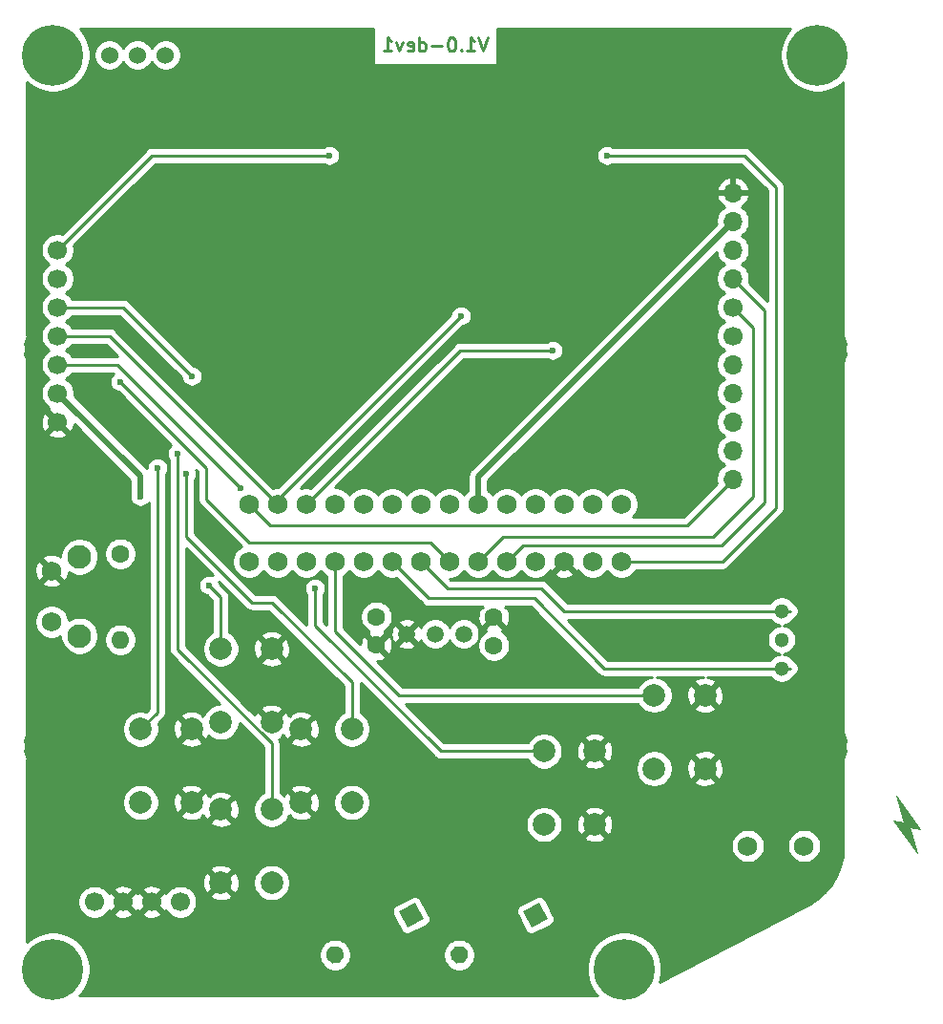
<source format=gbr>
G04 #@! TF.GenerationSoftware,KiCad,Pcbnew,(5.1.9-0-10_14)*
G04 #@! TF.CreationDate,2021-02-11T22:39:59-08:00*
G04 #@! TF.ProjectId,system,73797374-656d-42e6-9b69-6361645f7063,rev?*
G04 #@! TF.SameCoordinates,Original*
G04 #@! TF.FileFunction,Copper,L2,Bot*
G04 #@! TF.FilePolarity,Positive*
%FSLAX46Y46*%
G04 Gerber Fmt 4.6, Leading zero omitted, Abs format (unit mm)*
G04 Created by KiCad (PCBNEW (5.1.9-0-10_14)) date 2021-02-11 22:39:59*
%MOMM*%
%LPD*%
G01*
G04 APERTURE LIST*
G04 #@! TA.AperFunction,NonConductor*
%ADD10C,0.100000*%
G04 #@! TD*
G04 #@! TA.AperFunction,NonConductor*
%ADD11C,0.250000*%
G04 #@! TD*
G04 #@! TA.AperFunction,ComponentPad*
%ADD12C,2.000000*%
G04 #@! TD*
G04 #@! TA.AperFunction,ComponentPad*
%ADD13C,1.750000*%
G04 #@! TD*
G04 #@! TA.AperFunction,ComponentPad*
%ADD14C,1.300000*%
G04 #@! TD*
G04 #@! TA.AperFunction,ComponentPad*
%ADD15O,1.700000X1.700000*%
G04 #@! TD*
G04 #@! TA.AperFunction,ComponentPad*
%ADD16C,1.700000*%
G04 #@! TD*
G04 #@! TA.AperFunction,ComponentPad*
%ADD17C,5.399999*%
G04 #@! TD*
G04 #@! TA.AperFunction,ComponentPad*
%ADD18C,5.400000*%
G04 #@! TD*
G04 #@! TA.AperFunction,ComponentPad*
%ADD19C,1.600000*%
G04 #@! TD*
G04 #@! TA.AperFunction,ComponentPad*
%ADD20C,0.100000*%
G04 #@! TD*
G04 #@! TA.AperFunction,ComponentPad*
%ADD21O,1.600000X1.600000*%
G04 #@! TD*
G04 #@! TA.AperFunction,ComponentPad*
%ADD22C,1.524000*%
G04 #@! TD*
G04 #@! TA.AperFunction,ComponentPad*
%ADD23C,2.100000*%
G04 #@! TD*
G04 #@! TA.AperFunction,ComponentPad*
%ADD24C,1.520000*%
G04 #@! TD*
G04 #@! TA.AperFunction,ViaPad*
%ADD25C,0.600000*%
G04 #@! TD*
G04 #@! TA.AperFunction,Conductor*
%ADD26C,0.254000*%
G04 #@! TD*
G04 #@! TA.AperFunction,Conductor*
%ADD27C,0.508000*%
G04 #@! TD*
G04 #@! TA.AperFunction,Conductor*
%ADD28C,0.100000*%
G04 #@! TD*
G04 APERTURE END LIST*
D10*
G36*
X181737000Y-138176000D02*
G01*
X182499000Y-140843000D01*
X180340000Y-137922000D01*
X181737000Y-138176000D01*
G37*
X181737000Y-138176000D02*
X182499000Y-140843000D01*
X180340000Y-137922000D01*
X181737000Y-138176000D01*
G36*
X182753000Y-138684000D02*
G01*
X181356000Y-138430000D01*
X180594000Y-135763000D01*
X182753000Y-138684000D01*
G37*
X182753000Y-138684000D02*
X181356000Y-138430000D01*
X180594000Y-135763000D01*
X182753000Y-138684000D01*
D11*
X144357142Y-68557857D02*
X143957142Y-69757857D01*
X143557142Y-68557857D01*
X142528571Y-69757857D02*
X143214285Y-69757857D01*
X142871428Y-69757857D02*
X142871428Y-68557857D01*
X142985714Y-68729285D01*
X143100000Y-68843571D01*
X143214285Y-68900714D01*
X142014285Y-69643571D02*
X141957142Y-69700714D01*
X142014285Y-69757857D01*
X142071428Y-69700714D01*
X142014285Y-69643571D01*
X142014285Y-69757857D01*
X141214285Y-68557857D02*
X141100000Y-68557857D01*
X140985714Y-68615000D01*
X140928571Y-68672142D01*
X140871428Y-68786428D01*
X140814285Y-69015000D01*
X140814285Y-69300714D01*
X140871428Y-69529285D01*
X140928571Y-69643571D01*
X140985714Y-69700714D01*
X141100000Y-69757857D01*
X141214285Y-69757857D01*
X141328571Y-69700714D01*
X141385714Y-69643571D01*
X141442857Y-69529285D01*
X141500000Y-69300714D01*
X141500000Y-69015000D01*
X141442857Y-68786428D01*
X141385714Y-68672142D01*
X141328571Y-68615000D01*
X141214285Y-68557857D01*
X140300000Y-69300714D02*
X139385714Y-69300714D01*
X138300000Y-69757857D02*
X138300000Y-68557857D01*
X138300000Y-69700714D02*
X138414285Y-69757857D01*
X138642857Y-69757857D01*
X138757142Y-69700714D01*
X138814285Y-69643571D01*
X138871428Y-69529285D01*
X138871428Y-69186428D01*
X138814285Y-69072142D01*
X138757142Y-69015000D01*
X138642857Y-68957857D01*
X138414285Y-68957857D01*
X138300000Y-69015000D01*
X137271428Y-69700714D02*
X137385714Y-69757857D01*
X137614285Y-69757857D01*
X137728571Y-69700714D01*
X137785714Y-69586428D01*
X137785714Y-69129285D01*
X137728571Y-69015000D01*
X137614285Y-68957857D01*
X137385714Y-68957857D01*
X137271428Y-69015000D01*
X137214285Y-69129285D01*
X137214285Y-69243571D01*
X137785714Y-69357857D01*
X136814285Y-68957857D02*
X136528571Y-69757857D01*
X136242857Y-68957857D01*
X135157142Y-69757857D02*
X135842857Y-69757857D01*
X135500000Y-69757857D02*
X135500000Y-68557857D01*
X135614285Y-68729285D01*
X135728571Y-68843571D01*
X135842857Y-68900714D01*
D12*
X153852000Y-138303000D03*
X149352000Y-138303000D03*
X153852000Y-131803000D03*
X149352000Y-131803000D03*
X163631000Y-133350000D03*
X159131000Y-133350000D03*
X163631000Y-126850000D03*
X159131000Y-126850000D03*
X125186000Y-129234000D03*
X120686000Y-129234000D03*
X125186000Y-122734000D03*
X120686000Y-122734000D03*
X120686000Y-136958000D03*
X125186000Y-136958000D03*
X120686000Y-143458000D03*
X125186000Y-143458000D03*
X118074000Y-136346000D03*
X113574000Y-136346000D03*
X118074000Y-129846000D03*
X113574000Y-129846000D03*
X127798000Y-129846000D03*
X132298000Y-129846000D03*
X127798000Y-136346000D03*
X132298000Y-136346000D03*
D13*
X156210000Y-109920000D03*
X153670000Y-109920000D03*
X151130000Y-109920000D03*
X148590000Y-109920000D03*
X146050000Y-109920000D03*
X143510000Y-109920000D03*
X140970000Y-109920000D03*
X138430000Y-109920000D03*
X135890000Y-109920000D03*
X133350000Y-109920000D03*
X130810000Y-109920000D03*
X128270000Y-109920000D03*
X125730000Y-109920000D03*
X123190000Y-109920000D03*
X123190000Y-115000000D03*
X125730000Y-115000000D03*
X128270000Y-115000000D03*
X130810000Y-115000000D03*
X133350000Y-115000000D03*
X135890000Y-115000000D03*
X156210000Y-115000000D03*
X153670000Y-115000000D03*
X151130000Y-115000000D03*
X148590000Y-115000000D03*
X146050000Y-115000000D03*
X143510000Y-115000000D03*
X138430000Y-115000000D03*
X140970000Y-115000000D03*
D14*
X170434000Y-121920000D03*
X170434000Y-124460000D03*
X170434000Y-119380000D03*
D15*
X166116000Y-107696000D03*
X166116000Y-97536000D03*
X166116000Y-105156000D03*
X166116000Y-100076000D03*
X166116000Y-102616000D03*
X166116000Y-82296000D03*
D16*
X166116000Y-94996000D03*
D15*
X166116000Y-84836000D03*
X166116000Y-87376000D03*
X166116000Y-89916000D03*
D16*
X166116000Y-92456000D03*
D17*
X105791000Y-151130000D03*
X105791000Y-70104000D03*
X156464000Y-151130000D03*
D18*
X173609000Y-70104000D03*
D13*
X172426000Y-140208000D03*
X167426000Y-140208000D03*
D19*
X134493000Y-119888000D03*
X134493000Y-122388000D03*
X144907000Y-119928000D03*
X144907000Y-122428000D03*
G04 #@! TA.AperFunction,ComponentPad*
G36*
G01*
X142540586Y-149490601D02*
X142540586Y-149490601D01*
G75*
G02*
X142200376Y-150569609I-709609J-369399D01*
G01*
X142200376Y-150569609D01*
G75*
G02*
X141121368Y-150229399I-369399J709609D01*
G01*
X141121368Y-150229399D01*
G75*
G02*
X141461578Y-149150391I709609J369399D01*
G01*
X141461578Y-149150391D01*
G75*
G02*
X142540586Y-149490601I369399J-709609D01*
G01*
G37*
G04 #@! TD.AperFunction*
G04 #@! TA.AperFunction,ComponentPad*
D20*
G36*
X148930210Y-145262468D02*
G01*
X149669008Y-146681686D01*
X148249790Y-147420484D01*
X147510992Y-146001266D01*
X148930210Y-145262468D01*
G37*
G04 #@! TD.AperFunction*
G04 #@! TA.AperFunction,ComponentPad*
G36*
X137909233Y-145262468D02*
G01*
X138648031Y-146681686D01*
X137228813Y-147420484D01*
X136490015Y-146001266D01*
X137909233Y-145262468D01*
G37*
G04 #@! TD.AperFunction*
G04 #@! TA.AperFunction,ComponentPad*
G36*
G01*
X131519609Y-149490601D02*
X131519609Y-149490601D01*
G75*
G02*
X131179399Y-150569609I-709609J-369399D01*
G01*
X131179399Y-150569609D01*
G75*
G02*
X130100391Y-150229399I-369399J709609D01*
G01*
X130100391Y-150229399D01*
G75*
G02*
X130440601Y-149150391I709609J369399D01*
G01*
X130440601Y-149150391D01*
G75*
G02*
X131519609Y-149490601I369399J-709609D01*
G01*
G37*
G04 #@! TD.AperFunction*
D19*
X111760000Y-114300000D03*
D21*
X111760000Y-121920000D03*
D22*
X110794800Y-70104000D03*
X113284000Y-70104000D03*
X115773200Y-70104000D03*
D23*
X108154000Y-121584000D03*
D13*
X105664000Y-120324000D03*
X105664000Y-115824000D03*
D23*
X108154000Y-114574000D03*
D16*
X114554000Y-145161000D03*
X112014000Y-145161000D03*
X117094000Y-145161000D03*
X109474000Y-145161000D03*
D24*
X137160000Y-121412000D03*
X142240000Y-121412000D03*
X139700000Y-121412000D03*
D16*
X106200000Y-102616000D03*
X106200000Y-100076000D03*
X106200000Y-97536000D03*
X106200000Y-94996000D03*
X106200000Y-92456000D03*
X106200000Y-89916000D03*
X106200000Y-87376000D03*
D25*
X118110000Y-115570000D03*
X118618000Y-111252000D03*
X126746000Y-117348000D03*
X109220000Y-96266000D03*
X156718000Y-102362000D03*
X163068000Y-105664000D03*
X125476000Y-103378000D03*
X125476000Y-99822000D03*
X164084000Y-121412000D03*
X118110000Y-98552000D03*
X116839984Y-105410000D03*
X115062000Y-106680000D03*
X117602000Y-107188000D03*
X119633994Y-117094000D03*
X129032000Y-117348000D03*
X111760000Y-99060000D03*
X113538000Y-109220000D03*
X154940000Y-78994000D03*
X130302000Y-78994000D03*
X141986000Y-93218000D03*
X150114000Y-96265986D03*
X122428000Y-108458001D03*
D26*
X112014000Y-92456000D02*
X118110000Y-98552000D01*
X106200000Y-92456000D02*
X112014000Y-92456000D01*
X130810000Y-121158000D02*
X130810000Y-115000000D01*
X136502000Y-126850000D02*
X130810000Y-121158000D01*
X159131000Y-126850000D02*
X136502000Y-126850000D01*
X125186000Y-131127514D02*
X116839984Y-122781498D01*
X116839984Y-122781498D02*
X116839984Y-105410000D01*
X125186000Y-136958000D02*
X125186000Y-131127514D01*
X115062000Y-128358000D02*
X115062000Y-106680000D01*
X113574000Y-129846000D02*
X115062000Y-128358000D01*
X125222000Y-118618000D02*
X123444000Y-118618000D01*
X132298000Y-125694000D02*
X125222000Y-118618000D01*
X117602000Y-112776000D02*
X117602000Y-107188000D01*
X123444000Y-118618000D02*
X117602000Y-112776000D01*
X132298000Y-129846000D02*
X132298000Y-125694000D01*
X120686000Y-122734000D02*
X120686000Y-118146006D01*
X120686000Y-118146006D02*
X119633994Y-117094000D01*
X140185000Y-131803000D02*
X129032000Y-120650000D01*
X149352000Y-131803000D02*
X140185000Y-131803000D01*
X129032000Y-120650000D02*
X129032000Y-117348000D01*
X140778000Y-117348000D02*
X138430000Y-115000000D01*
X149098000Y-117348000D02*
X140778000Y-117348000D01*
X151130000Y-119380000D02*
X149098000Y-117348000D01*
X171196000Y-119380000D02*
X151130000Y-119380000D01*
X119380000Y-109474000D02*
X119380000Y-106680000D01*
X140970000Y-115000000D02*
X139254000Y-113284000D01*
X139254000Y-113284000D02*
X123190000Y-113284000D01*
X123190000Y-113284000D02*
X119380000Y-109474000D01*
X119380000Y-106680000D02*
X111760000Y-99060000D01*
X139152409Y-118262409D02*
X135890000Y-115000000D01*
X154686000Y-124460000D02*
X148488409Y-118262409D01*
X148488409Y-118262409D02*
X139152409Y-118262409D01*
X171196000Y-124460000D02*
X154686000Y-124460000D01*
D27*
X143510000Y-107442000D02*
X143510000Y-109920000D01*
X166116000Y-84836000D02*
X143510000Y-107442000D01*
X106200000Y-100076000D02*
X113538000Y-107414000D01*
X113538000Y-107414000D02*
X113538000Y-109220000D01*
D26*
X145734000Y-112776000D02*
X143510000Y-115000000D01*
X164338000Y-112776000D02*
X145734000Y-112776000D01*
X167894000Y-109220000D02*
X164338000Y-112776000D01*
X167894000Y-94234000D02*
X167894000Y-109220000D01*
X166116000Y-92456000D02*
X167894000Y-94234000D01*
X165100000Y-113538000D02*
X147512000Y-113538000D01*
X168910000Y-109728000D02*
X165100000Y-113538000D01*
X168910000Y-92710000D02*
X168910000Y-109728000D01*
X147512000Y-113538000D02*
X146050000Y-115000000D01*
X166116000Y-89916000D02*
X168910000Y-92710000D01*
X167132000Y-78994000D02*
X154940000Y-78994000D01*
X169926000Y-81788000D02*
X167132000Y-78994000D01*
X169926000Y-110236000D02*
X169926000Y-81788000D01*
X165162000Y-115000000D02*
X169926000Y-110236000D01*
X114582000Y-78994000D02*
X106200000Y-87376000D01*
X156210000Y-115000000D02*
X165162000Y-115000000D01*
X130302000Y-78994000D02*
X114582000Y-78994000D01*
X162052000Y-111760000D02*
X166116000Y-107696000D01*
X125030000Y-111760000D02*
X162052000Y-111760000D01*
X123190000Y-109920000D02*
X125030000Y-111760000D01*
X110806000Y-94996000D02*
X106200000Y-94996000D01*
X125730000Y-109920000D02*
X110806000Y-94996000D01*
X125730000Y-109474000D02*
X125730000Y-109920000D01*
X141986000Y-93218000D02*
X125730000Y-109474000D01*
X141924014Y-96265986D02*
X150114000Y-96265986D01*
X128270000Y-109920000D02*
X141924014Y-96265986D01*
X106200000Y-97536000D02*
X111505999Y-97536000D01*
X111505999Y-97536000D02*
X122428000Y-108458001D01*
X134168572Y-70973500D02*
X145231429Y-70973500D01*
X145231429Y-67791000D01*
X171205597Y-67791000D01*
X171018536Y-67978061D01*
X170653561Y-68524285D01*
X170402162Y-69131216D01*
X170274000Y-69775531D01*
X170274000Y-70432469D01*
X170402162Y-71076784D01*
X170653561Y-71683715D01*
X171018536Y-72229939D01*
X171483061Y-72694464D01*
X172029285Y-73059439D01*
X172636216Y-73310838D01*
X173280531Y-73439000D01*
X173937469Y-73439000D01*
X174581784Y-73310838D01*
X175188715Y-73059439D01*
X175734939Y-72694464D01*
X175890000Y-72539403D01*
X175890001Y-94959885D01*
X175886444Y-94996000D01*
X175900635Y-95140085D01*
X175942663Y-95278633D01*
X175999389Y-95384760D01*
X176024164Y-95509312D01*
X176091179Y-95671099D01*
X176106815Y-95694500D01*
X176091179Y-95717901D01*
X176024164Y-95879688D01*
X175990000Y-96051441D01*
X175990000Y-96226559D01*
X176024164Y-96398312D01*
X176091179Y-96560099D01*
X176106815Y-96583500D01*
X176091179Y-96606901D01*
X176024164Y-96768688D01*
X175999389Y-96893240D01*
X175942663Y-96999367D01*
X175900635Y-97137915D01*
X175886444Y-97282000D01*
X175890000Y-97318105D01*
X175890001Y-130138885D01*
X175886444Y-130175000D01*
X175900635Y-130319085D01*
X175942663Y-130457633D01*
X175999389Y-130563760D01*
X176024164Y-130688312D01*
X176091179Y-130850099D01*
X176106815Y-130873500D01*
X176091179Y-130896901D01*
X176024164Y-131058688D01*
X175990000Y-131230441D01*
X175990000Y-131405559D01*
X176024164Y-131577312D01*
X176091179Y-131739099D01*
X176106815Y-131762500D01*
X176091179Y-131785901D01*
X176024164Y-131947688D01*
X175999389Y-132072240D01*
X175942663Y-132178367D01*
X175900635Y-132316915D01*
X175886444Y-132461000D01*
X175890000Y-132497105D01*
X175890001Y-140180069D01*
X175819278Y-141109801D01*
X175615064Y-141990843D01*
X175279930Y-142830861D01*
X174821590Y-143610524D01*
X174250591Y-144311886D01*
X173576942Y-144921643D01*
X172940009Y-145352970D01*
X159587013Y-152305152D01*
X159670837Y-152102783D01*
X159798999Y-151458469D01*
X159798999Y-150801531D01*
X159670837Y-150157217D01*
X159419438Y-149550285D01*
X159054463Y-149004062D01*
X158589938Y-148539537D01*
X158043715Y-148174562D01*
X157436783Y-147923163D01*
X156792469Y-147795001D01*
X156135531Y-147795001D01*
X155491217Y-147923163D01*
X154884285Y-148174562D01*
X154338062Y-148539537D01*
X153873537Y-149004062D01*
X153508562Y-149550285D01*
X153257163Y-150157217D01*
X153129001Y-150801531D01*
X153129001Y-151458469D01*
X153257163Y-152102783D01*
X153508562Y-152709715D01*
X153873537Y-153255938D01*
X154108499Y-153490900D01*
X108146501Y-153490900D01*
X108381463Y-153255938D01*
X108746438Y-152709715D01*
X108997837Y-152102783D01*
X109125999Y-151458469D01*
X109125999Y-150801531D01*
X108997837Y-150157217D01*
X108816184Y-149718665D01*
X129375000Y-149718665D01*
X129375000Y-150001335D01*
X129430147Y-150278574D01*
X129538320Y-150539727D01*
X129695363Y-150774759D01*
X129895241Y-150974637D01*
X130130273Y-151131680D01*
X130391426Y-151239853D01*
X130668665Y-151295000D01*
X130951335Y-151295000D01*
X131228574Y-151239853D01*
X131489727Y-151131680D01*
X131724759Y-150974637D01*
X131924637Y-150774759D01*
X132081680Y-150539727D01*
X132189853Y-150278574D01*
X132245000Y-150001335D01*
X132245000Y-149718665D01*
X140395977Y-149718665D01*
X140395977Y-150001335D01*
X140451124Y-150278574D01*
X140559297Y-150539727D01*
X140716340Y-150774759D01*
X140916218Y-150974637D01*
X141151250Y-151131680D01*
X141412403Y-151239853D01*
X141689642Y-151295000D01*
X141972312Y-151295000D01*
X142249551Y-151239853D01*
X142510704Y-151131680D01*
X142745736Y-150974637D01*
X142945614Y-150774759D01*
X143102657Y-150539727D01*
X143210830Y-150278574D01*
X143265977Y-150001335D01*
X143265977Y-149718665D01*
X143210830Y-149441426D01*
X143102657Y-149180273D01*
X142945614Y-148945241D01*
X142745736Y-148745363D01*
X142510704Y-148588320D01*
X142249551Y-148480147D01*
X141972312Y-148425000D01*
X141689642Y-148425000D01*
X141412403Y-148480147D01*
X141151250Y-148588320D01*
X140916218Y-148745363D01*
X140716340Y-148945241D01*
X140559297Y-149180273D01*
X140451124Y-149441426D01*
X140395977Y-149718665D01*
X132245000Y-149718665D01*
X132189853Y-149441426D01*
X132081680Y-149180273D01*
X131924637Y-148945241D01*
X131724759Y-148745363D01*
X131489727Y-148588320D01*
X131228574Y-148480147D01*
X130951335Y-148425000D01*
X130668665Y-148425000D01*
X130391426Y-148480147D01*
X130130273Y-148588320D01*
X129895241Y-148745363D01*
X129695363Y-148945241D01*
X129538320Y-149180273D01*
X129430147Y-149441426D01*
X129375000Y-149718665D01*
X108816184Y-149718665D01*
X108746438Y-149550285D01*
X108381463Y-149004062D01*
X107916938Y-148539537D01*
X107370715Y-148174562D01*
X106763783Y-147923163D01*
X106119469Y-147795001D01*
X105462531Y-147795001D01*
X104818217Y-147923163D01*
X104211285Y-148174562D01*
X103665062Y-148539537D01*
X103510000Y-148694599D01*
X103510000Y-145014740D01*
X107989000Y-145014740D01*
X107989000Y-145307260D01*
X108046068Y-145594158D01*
X108158010Y-145864411D01*
X108320525Y-146107632D01*
X108527368Y-146314475D01*
X108770589Y-146476990D01*
X109040842Y-146588932D01*
X109327740Y-146646000D01*
X109620260Y-146646000D01*
X109907158Y-146588932D01*
X110177411Y-146476990D01*
X110420632Y-146314475D01*
X110545710Y-146189397D01*
X111165208Y-146189397D01*
X111242843Y-146438472D01*
X111506883Y-146564371D01*
X111790411Y-146636339D01*
X112082531Y-146651611D01*
X112372019Y-146609599D01*
X112647747Y-146511919D01*
X112785157Y-146438472D01*
X112862792Y-146189397D01*
X113705208Y-146189397D01*
X113782843Y-146438472D01*
X114046883Y-146564371D01*
X114330411Y-146636339D01*
X114622531Y-146651611D01*
X114912019Y-146609599D01*
X115187747Y-146511919D01*
X115325157Y-146438472D01*
X115402792Y-146189397D01*
X114554000Y-145340605D01*
X113705208Y-146189397D01*
X112862792Y-146189397D01*
X112014000Y-145340605D01*
X111165208Y-146189397D01*
X110545710Y-146189397D01*
X110627475Y-146107632D01*
X110743311Y-145934271D01*
X110985603Y-146009792D01*
X111834395Y-145161000D01*
X112193605Y-145161000D01*
X113042397Y-146009792D01*
X113284000Y-145934486D01*
X113525603Y-146009792D01*
X114374395Y-145161000D01*
X114733605Y-145161000D01*
X115582397Y-146009792D01*
X115824689Y-145934271D01*
X115940525Y-146107632D01*
X116147368Y-146314475D01*
X116390589Y-146476990D01*
X116660842Y-146588932D01*
X116947740Y-146646000D01*
X117240260Y-146646000D01*
X117527158Y-146588932D01*
X117797411Y-146476990D01*
X118040632Y-146314475D01*
X118247475Y-146107632D01*
X118281387Y-146056878D01*
X135854371Y-146056878D01*
X135877434Y-146179817D01*
X135924038Y-146295895D01*
X136662836Y-147715113D01*
X136731191Y-147819868D01*
X136818668Y-147909275D01*
X136921907Y-147979899D01*
X137036941Y-148029024D01*
X137159348Y-148054764D01*
X137284425Y-148056128D01*
X137407364Y-148033065D01*
X137523442Y-147986461D01*
X138942660Y-147247663D01*
X139047415Y-147179308D01*
X139136822Y-147091831D01*
X139207446Y-146988592D01*
X139256571Y-146873558D01*
X139282311Y-146751151D01*
X139283675Y-146626074D01*
X139260612Y-146503135D01*
X139214008Y-146387057D01*
X139042128Y-146056878D01*
X146875348Y-146056878D01*
X146898411Y-146179817D01*
X146945015Y-146295895D01*
X147683813Y-147715113D01*
X147752168Y-147819868D01*
X147839645Y-147909275D01*
X147942884Y-147979899D01*
X148057918Y-148029024D01*
X148180325Y-148054764D01*
X148305402Y-148056128D01*
X148428341Y-148033065D01*
X148544419Y-147986461D01*
X149963637Y-147247663D01*
X150068392Y-147179308D01*
X150157799Y-147091831D01*
X150228423Y-146988592D01*
X150277548Y-146873558D01*
X150303288Y-146751151D01*
X150304652Y-146626074D01*
X150281589Y-146503135D01*
X150234985Y-146387057D01*
X149496187Y-144967839D01*
X149427832Y-144863084D01*
X149340355Y-144773677D01*
X149237116Y-144703053D01*
X149122082Y-144653928D01*
X148999675Y-144628188D01*
X148874598Y-144626824D01*
X148751659Y-144649887D01*
X148635581Y-144696491D01*
X147216363Y-145435289D01*
X147111608Y-145503644D01*
X147022201Y-145591121D01*
X146951577Y-145694360D01*
X146902452Y-145809394D01*
X146876712Y-145931801D01*
X146875348Y-146056878D01*
X139042128Y-146056878D01*
X138475210Y-144967839D01*
X138406855Y-144863084D01*
X138319378Y-144773677D01*
X138216139Y-144703053D01*
X138101105Y-144653928D01*
X137978698Y-144628188D01*
X137853621Y-144626824D01*
X137730682Y-144649887D01*
X137614604Y-144696491D01*
X136195386Y-145435289D01*
X136090631Y-145503644D01*
X136001224Y-145591121D01*
X135930600Y-145694360D01*
X135881475Y-145809394D01*
X135855735Y-145931801D01*
X135854371Y-146056878D01*
X118281387Y-146056878D01*
X118409990Y-145864411D01*
X118521932Y-145594158D01*
X118579000Y-145307260D01*
X118579000Y-145014740D01*
X118521932Y-144727842D01*
X118466250Y-144593413D01*
X119730192Y-144593413D01*
X119825956Y-144857814D01*
X120115571Y-144998704D01*
X120427108Y-145080384D01*
X120748595Y-145099718D01*
X121067675Y-145055961D01*
X121372088Y-144950795D01*
X121546044Y-144857814D01*
X121641808Y-144593413D01*
X120686000Y-143637605D01*
X119730192Y-144593413D01*
X118466250Y-144593413D01*
X118409990Y-144457589D01*
X118247475Y-144214368D01*
X118040632Y-144007525D01*
X117797411Y-143845010D01*
X117527158Y-143733068D01*
X117240260Y-143676000D01*
X116947740Y-143676000D01*
X116660842Y-143733068D01*
X116390589Y-143845010D01*
X116147368Y-144007525D01*
X115940525Y-144214368D01*
X115824689Y-144387729D01*
X115582397Y-144312208D01*
X114733605Y-145161000D01*
X114374395Y-145161000D01*
X113525603Y-144312208D01*
X113284000Y-144387514D01*
X113042397Y-144312208D01*
X112193605Y-145161000D01*
X111834395Y-145161000D01*
X110985603Y-144312208D01*
X110743311Y-144387729D01*
X110627475Y-144214368D01*
X110545710Y-144132603D01*
X111165208Y-144132603D01*
X112014000Y-144981395D01*
X112862792Y-144132603D01*
X113705208Y-144132603D01*
X114554000Y-144981395D01*
X115402792Y-144132603D01*
X115325157Y-143883528D01*
X115061117Y-143757629D01*
X114777589Y-143685661D01*
X114485469Y-143670389D01*
X114195981Y-143712401D01*
X113920253Y-143810081D01*
X113782843Y-143883528D01*
X113705208Y-144132603D01*
X112862792Y-144132603D01*
X112785157Y-143883528D01*
X112521117Y-143757629D01*
X112237589Y-143685661D01*
X111945469Y-143670389D01*
X111655981Y-143712401D01*
X111380253Y-143810081D01*
X111242843Y-143883528D01*
X111165208Y-144132603D01*
X110545710Y-144132603D01*
X110420632Y-144007525D01*
X110177411Y-143845010D01*
X109907158Y-143733068D01*
X109620260Y-143676000D01*
X109327740Y-143676000D01*
X109040842Y-143733068D01*
X108770589Y-143845010D01*
X108527368Y-144007525D01*
X108320525Y-144214368D01*
X108158010Y-144457589D01*
X108046068Y-144727842D01*
X107989000Y-145014740D01*
X103510000Y-145014740D01*
X103510000Y-143520595D01*
X119044282Y-143520595D01*
X119088039Y-143839675D01*
X119193205Y-144144088D01*
X119286186Y-144318044D01*
X119550587Y-144413808D01*
X120506395Y-143458000D01*
X120865605Y-143458000D01*
X121821413Y-144413808D01*
X122085814Y-144318044D01*
X122226704Y-144028429D01*
X122308384Y-143716892D01*
X122327718Y-143395405D01*
X122314219Y-143296967D01*
X123551000Y-143296967D01*
X123551000Y-143619033D01*
X123613832Y-143934912D01*
X123737082Y-144232463D01*
X123916013Y-144500252D01*
X124143748Y-144727987D01*
X124411537Y-144906918D01*
X124709088Y-145030168D01*
X125024967Y-145093000D01*
X125347033Y-145093000D01*
X125662912Y-145030168D01*
X125960463Y-144906918D01*
X126228252Y-144727987D01*
X126455987Y-144500252D01*
X126634918Y-144232463D01*
X126758168Y-143934912D01*
X126821000Y-143619033D01*
X126821000Y-143296967D01*
X126758168Y-142981088D01*
X126634918Y-142683537D01*
X126455987Y-142415748D01*
X126228252Y-142188013D01*
X125960463Y-142009082D01*
X125662912Y-141885832D01*
X125347033Y-141823000D01*
X125024967Y-141823000D01*
X124709088Y-141885832D01*
X124411537Y-142009082D01*
X124143748Y-142188013D01*
X123916013Y-142415748D01*
X123737082Y-142683537D01*
X123613832Y-142981088D01*
X123551000Y-143296967D01*
X122314219Y-143296967D01*
X122283961Y-143076325D01*
X122178795Y-142771912D01*
X122085814Y-142597956D01*
X121821413Y-142502192D01*
X120865605Y-143458000D01*
X120506395Y-143458000D01*
X119550587Y-142502192D01*
X119286186Y-142597956D01*
X119145296Y-142887571D01*
X119063616Y-143199108D01*
X119044282Y-143520595D01*
X103510000Y-143520595D01*
X103510000Y-142322587D01*
X119730192Y-142322587D01*
X120686000Y-143278395D01*
X121641808Y-142322587D01*
X121546044Y-142058186D01*
X121256429Y-141917296D01*
X120944892Y-141835616D01*
X120623405Y-141816282D01*
X120304325Y-141860039D01*
X119999912Y-141965205D01*
X119825956Y-142058186D01*
X119730192Y-142322587D01*
X103510000Y-142322587D01*
X103510000Y-140059278D01*
X165916000Y-140059278D01*
X165916000Y-140356722D01*
X165974029Y-140648451D01*
X166087856Y-140923253D01*
X166253107Y-141170569D01*
X166463431Y-141380893D01*
X166710747Y-141546144D01*
X166985549Y-141659971D01*
X167277278Y-141718000D01*
X167574722Y-141718000D01*
X167866451Y-141659971D01*
X168141253Y-141546144D01*
X168388569Y-141380893D01*
X168598893Y-141170569D01*
X168764144Y-140923253D01*
X168877971Y-140648451D01*
X168936000Y-140356722D01*
X168936000Y-140059278D01*
X170916000Y-140059278D01*
X170916000Y-140356722D01*
X170974029Y-140648451D01*
X171087856Y-140923253D01*
X171253107Y-141170569D01*
X171463431Y-141380893D01*
X171710747Y-141546144D01*
X171985549Y-141659971D01*
X172277278Y-141718000D01*
X172574722Y-141718000D01*
X172866451Y-141659971D01*
X173141253Y-141546144D01*
X173388569Y-141380893D01*
X173598893Y-141170569D01*
X173764144Y-140923253D01*
X173877971Y-140648451D01*
X173936000Y-140356722D01*
X173936000Y-140059278D01*
X173877971Y-139767549D01*
X173764144Y-139492747D01*
X173598893Y-139245431D01*
X173388569Y-139035107D01*
X173141253Y-138869856D01*
X172866451Y-138756029D01*
X172574722Y-138698000D01*
X172277278Y-138698000D01*
X171985549Y-138756029D01*
X171710747Y-138869856D01*
X171463431Y-139035107D01*
X171253107Y-139245431D01*
X171087856Y-139492747D01*
X170974029Y-139767549D01*
X170916000Y-140059278D01*
X168936000Y-140059278D01*
X168877971Y-139767549D01*
X168764144Y-139492747D01*
X168598893Y-139245431D01*
X168388569Y-139035107D01*
X168141253Y-138869856D01*
X167866451Y-138756029D01*
X167574722Y-138698000D01*
X167277278Y-138698000D01*
X166985549Y-138756029D01*
X166710747Y-138869856D01*
X166463431Y-139035107D01*
X166253107Y-139245431D01*
X166087856Y-139492747D01*
X165974029Y-139767549D01*
X165916000Y-140059278D01*
X103510000Y-140059278D01*
X103510000Y-138093413D01*
X119730192Y-138093413D01*
X119825956Y-138357814D01*
X120115571Y-138498704D01*
X120427108Y-138580384D01*
X120748595Y-138599718D01*
X121067675Y-138555961D01*
X121372088Y-138450795D01*
X121546044Y-138357814D01*
X121641808Y-138093413D01*
X120686000Y-137137605D01*
X119730192Y-138093413D01*
X103510000Y-138093413D01*
X103510000Y-136184967D01*
X111939000Y-136184967D01*
X111939000Y-136507033D01*
X112001832Y-136822912D01*
X112125082Y-137120463D01*
X112304013Y-137388252D01*
X112531748Y-137615987D01*
X112799537Y-137794918D01*
X113097088Y-137918168D01*
X113412967Y-137981000D01*
X113735033Y-137981000D01*
X114050912Y-137918168D01*
X114348463Y-137794918D01*
X114616252Y-137615987D01*
X114750826Y-137481413D01*
X117118192Y-137481413D01*
X117213956Y-137745814D01*
X117503571Y-137886704D01*
X117815108Y-137968384D01*
X118136595Y-137987718D01*
X118455675Y-137943961D01*
X118760088Y-137838795D01*
X118934044Y-137745814D01*
X119029807Y-137481415D01*
X119145475Y-137597083D01*
X119168880Y-137573678D01*
X119193205Y-137644088D01*
X119286186Y-137818044D01*
X119550587Y-137913808D01*
X120506395Y-136958000D01*
X120865605Y-136958000D01*
X121821413Y-137913808D01*
X122085814Y-137818044D01*
X122226704Y-137528429D01*
X122308384Y-137216892D01*
X122327718Y-136895405D01*
X122283961Y-136576325D01*
X122178795Y-136271912D01*
X122085814Y-136097956D01*
X121821413Y-136002192D01*
X120865605Y-136958000D01*
X120506395Y-136958000D01*
X120492253Y-136943858D01*
X120671858Y-136764253D01*
X120686000Y-136778395D01*
X121641808Y-135822587D01*
X121546044Y-135558186D01*
X121256429Y-135417296D01*
X120944892Y-135335616D01*
X120623405Y-135316282D01*
X120304325Y-135360039D01*
X119999912Y-135465205D01*
X119825956Y-135558186D01*
X119730193Y-135822585D01*
X119614525Y-135706917D01*
X119591120Y-135730322D01*
X119566795Y-135659912D01*
X119473814Y-135485956D01*
X119209413Y-135390192D01*
X118253605Y-136346000D01*
X118267748Y-136360143D01*
X118088143Y-136539748D01*
X118074000Y-136525605D01*
X117118192Y-137481413D01*
X114750826Y-137481413D01*
X114843987Y-137388252D01*
X115022918Y-137120463D01*
X115146168Y-136822912D01*
X115209000Y-136507033D01*
X115209000Y-136408595D01*
X116432282Y-136408595D01*
X116476039Y-136727675D01*
X116581205Y-137032088D01*
X116674186Y-137206044D01*
X116938587Y-137301808D01*
X117894395Y-136346000D01*
X116938587Y-135390192D01*
X116674186Y-135485956D01*
X116533296Y-135775571D01*
X116451616Y-136087108D01*
X116432282Y-136408595D01*
X115209000Y-136408595D01*
X115209000Y-136184967D01*
X115146168Y-135869088D01*
X115022918Y-135571537D01*
X114843987Y-135303748D01*
X114750826Y-135210587D01*
X117118192Y-135210587D01*
X118074000Y-136166395D01*
X119029808Y-135210587D01*
X118934044Y-134946186D01*
X118644429Y-134805296D01*
X118332892Y-134723616D01*
X118011405Y-134704282D01*
X117692325Y-134748039D01*
X117387912Y-134853205D01*
X117213956Y-134946186D01*
X117118192Y-135210587D01*
X114750826Y-135210587D01*
X114616252Y-135076013D01*
X114348463Y-134897082D01*
X114050912Y-134773832D01*
X113735033Y-134711000D01*
X113412967Y-134711000D01*
X113097088Y-134773832D01*
X112799537Y-134897082D01*
X112531748Y-135076013D01*
X112304013Y-135303748D01*
X112125082Y-135571537D01*
X112001832Y-135869088D01*
X111939000Y-136184967D01*
X103510000Y-136184967D01*
X103510000Y-132497105D01*
X103513556Y-132461000D01*
X103499365Y-132316915D01*
X103457337Y-132178367D01*
X103400611Y-132072240D01*
X103375836Y-131947688D01*
X103308821Y-131785901D01*
X103293185Y-131762500D01*
X103308821Y-131739099D01*
X103375836Y-131577312D01*
X103410000Y-131405559D01*
X103410000Y-131230441D01*
X103375836Y-131058688D01*
X103308821Y-130896901D01*
X103293185Y-130873500D01*
X103308821Y-130850099D01*
X103375836Y-130688312D01*
X103400611Y-130563760D01*
X103457337Y-130457633D01*
X103499365Y-130319085D01*
X103513556Y-130175000D01*
X103510000Y-130138895D01*
X103510000Y-120175278D01*
X104154000Y-120175278D01*
X104154000Y-120472722D01*
X104212029Y-120764451D01*
X104325856Y-121039253D01*
X104491107Y-121286569D01*
X104701431Y-121496893D01*
X104948747Y-121662144D01*
X105223549Y-121775971D01*
X105515278Y-121834000D01*
X105812722Y-121834000D01*
X106104451Y-121775971D01*
X106379253Y-121662144D01*
X106469000Y-121602177D01*
X106469000Y-121749958D01*
X106533754Y-122075496D01*
X106660772Y-122382147D01*
X106845175Y-122658125D01*
X107079875Y-122892825D01*
X107355853Y-123077228D01*
X107662504Y-123204246D01*
X107988042Y-123269000D01*
X108319958Y-123269000D01*
X108645496Y-123204246D01*
X108952147Y-123077228D01*
X109228125Y-122892825D01*
X109462825Y-122658125D01*
X109647228Y-122382147D01*
X109774246Y-122075496D01*
X109833289Y-121778665D01*
X110325000Y-121778665D01*
X110325000Y-122061335D01*
X110380147Y-122338574D01*
X110488320Y-122599727D01*
X110645363Y-122834759D01*
X110845241Y-123034637D01*
X111080273Y-123191680D01*
X111341426Y-123299853D01*
X111618665Y-123355000D01*
X111901335Y-123355000D01*
X112178574Y-123299853D01*
X112439727Y-123191680D01*
X112674759Y-123034637D01*
X112874637Y-122834759D01*
X113031680Y-122599727D01*
X113139853Y-122338574D01*
X113195000Y-122061335D01*
X113195000Y-121778665D01*
X113139853Y-121501426D01*
X113031680Y-121240273D01*
X112874637Y-121005241D01*
X112674759Y-120805363D01*
X112439727Y-120648320D01*
X112178574Y-120540147D01*
X111901335Y-120485000D01*
X111618665Y-120485000D01*
X111341426Y-120540147D01*
X111080273Y-120648320D01*
X110845241Y-120805363D01*
X110645363Y-121005241D01*
X110488320Y-121240273D01*
X110380147Y-121501426D01*
X110325000Y-121778665D01*
X109833289Y-121778665D01*
X109839000Y-121749958D01*
X109839000Y-121418042D01*
X109774246Y-121092504D01*
X109647228Y-120785853D01*
X109462825Y-120509875D01*
X109228125Y-120275175D01*
X108952147Y-120090772D01*
X108645496Y-119963754D01*
X108319958Y-119899000D01*
X107988042Y-119899000D01*
X107662504Y-119963754D01*
X107355853Y-120090772D01*
X107174000Y-120212283D01*
X107174000Y-120175278D01*
X107115971Y-119883549D01*
X107002144Y-119608747D01*
X106836893Y-119361431D01*
X106626569Y-119151107D01*
X106379253Y-118985856D01*
X106104451Y-118872029D01*
X105812722Y-118814000D01*
X105515278Y-118814000D01*
X105223549Y-118872029D01*
X104948747Y-118985856D01*
X104701431Y-119151107D01*
X104491107Y-119361431D01*
X104325856Y-119608747D01*
X104212029Y-119883549D01*
X104154000Y-120175278D01*
X103510000Y-120175278D01*
X103510000Y-116870240D01*
X104797365Y-116870240D01*
X104878025Y-117121868D01*
X105146329Y-117250267D01*
X105434526Y-117323855D01*
X105731543Y-117339804D01*
X106025963Y-117297501D01*
X106306474Y-117198572D01*
X106449975Y-117121868D01*
X106530635Y-116870240D01*
X105664000Y-116003605D01*
X104797365Y-116870240D01*
X103510000Y-116870240D01*
X103510000Y-115891543D01*
X104148196Y-115891543D01*
X104190499Y-116185963D01*
X104289428Y-116466474D01*
X104366132Y-116609975D01*
X104617760Y-116690635D01*
X105484395Y-115824000D01*
X104617760Y-114957365D01*
X104366132Y-115038025D01*
X104237733Y-115306329D01*
X104164145Y-115594526D01*
X104148196Y-115891543D01*
X103510000Y-115891543D01*
X103510000Y-114777760D01*
X104797365Y-114777760D01*
X105664000Y-115644395D01*
X105678143Y-115630253D01*
X105857748Y-115809858D01*
X105843605Y-115824000D01*
X106710240Y-116690635D01*
X106961868Y-116609975D01*
X107090267Y-116341671D01*
X107163855Y-116053474D01*
X107169792Y-115942906D01*
X107355853Y-116067228D01*
X107662504Y-116194246D01*
X107988042Y-116259000D01*
X108319958Y-116259000D01*
X108645496Y-116194246D01*
X108952147Y-116067228D01*
X109228125Y-115882825D01*
X109462825Y-115648125D01*
X109647228Y-115372147D01*
X109774246Y-115065496D01*
X109839000Y-114739958D01*
X109839000Y-114408042D01*
X109789396Y-114158665D01*
X110325000Y-114158665D01*
X110325000Y-114441335D01*
X110380147Y-114718574D01*
X110488320Y-114979727D01*
X110645363Y-115214759D01*
X110845241Y-115414637D01*
X111080273Y-115571680D01*
X111341426Y-115679853D01*
X111618665Y-115735000D01*
X111901335Y-115735000D01*
X112178574Y-115679853D01*
X112439727Y-115571680D01*
X112674759Y-115414637D01*
X112874637Y-115214759D01*
X113031680Y-114979727D01*
X113139853Y-114718574D01*
X113195000Y-114441335D01*
X113195000Y-114158665D01*
X113139853Y-113881426D01*
X113031680Y-113620273D01*
X112874637Y-113385241D01*
X112674759Y-113185363D01*
X112439727Y-113028320D01*
X112178574Y-112920147D01*
X111901335Y-112865000D01*
X111618665Y-112865000D01*
X111341426Y-112920147D01*
X111080273Y-113028320D01*
X110845241Y-113185363D01*
X110645363Y-113385241D01*
X110488320Y-113620273D01*
X110380147Y-113881426D01*
X110325000Y-114158665D01*
X109789396Y-114158665D01*
X109774246Y-114082504D01*
X109647228Y-113775853D01*
X109462825Y-113499875D01*
X109228125Y-113265175D01*
X108952147Y-113080772D01*
X108645496Y-112953754D01*
X108319958Y-112889000D01*
X107988042Y-112889000D01*
X107662504Y-112953754D01*
X107355853Y-113080772D01*
X107079875Y-113265175D01*
X106845175Y-113499875D01*
X106660772Y-113775853D01*
X106533754Y-114082504D01*
X106469000Y-114408042D01*
X106469000Y-114585483D01*
X106449975Y-114526132D01*
X106181671Y-114397733D01*
X105893474Y-114324145D01*
X105596457Y-114308196D01*
X105302037Y-114350499D01*
X105021526Y-114449428D01*
X104878025Y-114526132D01*
X104797365Y-114777760D01*
X103510000Y-114777760D01*
X103510000Y-103644397D01*
X105351208Y-103644397D01*
X105428843Y-103893472D01*
X105692883Y-104019371D01*
X105976411Y-104091339D01*
X106268531Y-104106611D01*
X106558019Y-104064599D01*
X106833747Y-103966919D01*
X106971157Y-103893472D01*
X107048792Y-103644397D01*
X106200000Y-102795605D01*
X105351208Y-103644397D01*
X103510000Y-103644397D01*
X103510000Y-102684531D01*
X104709389Y-102684531D01*
X104751401Y-102974019D01*
X104849081Y-103249747D01*
X104922528Y-103387157D01*
X105171603Y-103464792D01*
X106020395Y-102616000D01*
X105171603Y-101767208D01*
X104922528Y-101844843D01*
X104796629Y-102108883D01*
X104724661Y-102392411D01*
X104709389Y-102684531D01*
X103510000Y-102684531D01*
X103510000Y-97318105D01*
X103513556Y-97282000D01*
X103499365Y-97137915D01*
X103457337Y-96999367D01*
X103400611Y-96893240D01*
X103375836Y-96768688D01*
X103308821Y-96606901D01*
X103293185Y-96583500D01*
X103308821Y-96560099D01*
X103375836Y-96398312D01*
X103410000Y-96226559D01*
X103410000Y-96051441D01*
X103375836Y-95879688D01*
X103308821Y-95717901D01*
X103293185Y-95694500D01*
X103308821Y-95671099D01*
X103375836Y-95509312D01*
X103400611Y-95384760D01*
X103457337Y-95278633D01*
X103499365Y-95140085D01*
X103513556Y-94996000D01*
X103510000Y-94959895D01*
X103510000Y-87229740D01*
X104715000Y-87229740D01*
X104715000Y-87522260D01*
X104772068Y-87809158D01*
X104884010Y-88079411D01*
X105046525Y-88322632D01*
X105253368Y-88529475D01*
X105427760Y-88646000D01*
X105253368Y-88762525D01*
X105046525Y-88969368D01*
X104884010Y-89212589D01*
X104772068Y-89482842D01*
X104715000Y-89769740D01*
X104715000Y-90062260D01*
X104772068Y-90349158D01*
X104884010Y-90619411D01*
X105046525Y-90862632D01*
X105253368Y-91069475D01*
X105427760Y-91186000D01*
X105253368Y-91302525D01*
X105046525Y-91509368D01*
X104884010Y-91752589D01*
X104772068Y-92022842D01*
X104715000Y-92309740D01*
X104715000Y-92602260D01*
X104772068Y-92889158D01*
X104884010Y-93159411D01*
X105046525Y-93402632D01*
X105253368Y-93609475D01*
X105427760Y-93726000D01*
X105253368Y-93842525D01*
X105046525Y-94049368D01*
X104884010Y-94292589D01*
X104772068Y-94562842D01*
X104715000Y-94849740D01*
X104715000Y-95142260D01*
X104772068Y-95429158D01*
X104884010Y-95699411D01*
X105046525Y-95942632D01*
X105253368Y-96149475D01*
X105427760Y-96266000D01*
X105253368Y-96382525D01*
X105046525Y-96589368D01*
X104884010Y-96832589D01*
X104772068Y-97102842D01*
X104715000Y-97389740D01*
X104715000Y-97682260D01*
X104772068Y-97969158D01*
X104884010Y-98239411D01*
X105046525Y-98482632D01*
X105253368Y-98689475D01*
X105427760Y-98806000D01*
X105253368Y-98922525D01*
X105046525Y-99129368D01*
X104884010Y-99372589D01*
X104772068Y-99642842D01*
X104715000Y-99929740D01*
X104715000Y-100222260D01*
X104772068Y-100509158D01*
X104884010Y-100779411D01*
X105046525Y-101022632D01*
X105253368Y-101229475D01*
X105426729Y-101345311D01*
X105351208Y-101587603D01*
X106200000Y-102436395D01*
X106214143Y-102422253D01*
X106393748Y-102601858D01*
X106379605Y-102616000D01*
X107228397Y-103464792D01*
X107477472Y-103387157D01*
X107603371Y-103123117D01*
X107675339Y-102839589D01*
X107676880Y-102810115D01*
X112649000Y-107782236D01*
X112649001Y-108922963D01*
X112638932Y-108947271D01*
X112603000Y-109127911D01*
X112603000Y-109312089D01*
X112638932Y-109492729D01*
X112709414Y-109662889D01*
X112811738Y-109816028D01*
X112941972Y-109946262D01*
X113095111Y-110048586D01*
X113265271Y-110119068D01*
X113445911Y-110155000D01*
X113630089Y-110155000D01*
X113810729Y-110119068D01*
X113980889Y-110048586D01*
X114134028Y-109946262D01*
X114264262Y-109816028D01*
X114300001Y-109762541D01*
X114300000Y-128042369D01*
X114063375Y-128278994D01*
X114050912Y-128273832D01*
X113735033Y-128211000D01*
X113412967Y-128211000D01*
X113097088Y-128273832D01*
X112799537Y-128397082D01*
X112531748Y-128576013D01*
X112304013Y-128803748D01*
X112125082Y-129071537D01*
X112001832Y-129369088D01*
X111939000Y-129684967D01*
X111939000Y-130007033D01*
X112001832Y-130322912D01*
X112125082Y-130620463D01*
X112304013Y-130888252D01*
X112531748Y-131115987D01*
X112799537Y-131294918D01*
X113097088Y-131418168D01*
X113412967Y-131481000D01*
X113735033Y-131481000D01*
X114050912Y-131418168D01*
X114348463Y-131294918D01*
X114616252Y-131115987D01*
X114750826Y-130981413D01*
X117118192Y-130981413D01*
X117213956Y-131245814D01*
X117503571Y-131386704D01*
X117815108Y-131468384D01*
X118136595Y-131487718D01*
X118455675Y-131443961D01*
X118760088Y-131338795D01*
X118934044Y-131245814D01*
X119029808Y-130981413D01*
X118074000Y-130025605D01*
X117118192Y-130981413D01*
X114750826Y-130981413D01*
X114843987Y-130888252D01*
X115022918Y-130620463D01*
X115146168Y-130322912D01*
X115209000Y-130007033D01*
X115209000Y-129908595D01*
X116432282Y-129908595D01*
X116476039Y-130227675D01*
X116581205Y-130532088D01*
X116674186Y-130706044D01*
X116938587Y-130801808D01*
X117894395Y-129846000D01*
X116938587Y-128890192D01*
X116674186Y-128985956D01*
X116533296Y-129275571D01*
X116451616Y-129587108D01*
X116432282Y-129908595D01*
X115209000Y-129908595D01*
X115209000Y-129684967D01*
X115146168Y-129369088D01*
X115141006Y-129356625D01*
X115574353Y-128923278D01*
X115603422Y-128899422D01*
X115642073Y-128852325D01*
X115698645Y-128783393D01*
X115737560Y-128710587D01*
X115769402Y-128651015D01*
X115812974Y-128507378D01*
X115824000Y-128395426D01*
X115824000Y-128395423D01*
X115827686Y-128358000D01*
X115824000Y-128320577D01*
X115824000Y-107222542D01*
X115890586Y-107122889D01*
X115961068Y-106952729D01*
X115997000Y-106772089D01*
X115997000Y-106587911D01*
X115961068Y-106407271D01*
X115890586Y-106237111D01*
X115788262Y-106083972D01*
X115658028Y-105953738D01*
X115504889Y-105851414D01*
X115334729Y-105780932D01*
X115154089Y-105745000D01*
X114969911Y-105745000D01*
X114789271Y-105780932D01*
X114619111Y-105851414D01*
X114465972Y-105953738D01*
X114335738Y-106083972D01*
X114233414Y-106237111D01*
X114162932Y-106407271D01*
X114127000Y-106587911D01*
X114127000Y-106745764D01*
X107671477Y-100290242D01*
X107685000Y-100222260D01*
X107685000Y-99929740D01*
X107627932Y-99642842D01*
X107515990Y-99372589D01*
X107353475Y-99129368D01*
X107146632Y-98922525D01*
X106972240Y-98806000D01*
X107146632Y-98689475D01*
X107353475Y-98482632D01*
X107476842Y-98298000D01*
X111190369Y-98298000D01*
X111201219Y-98308850D01*
X111163972Y-98333738D01*
X111033738Y-98463972D01*
X110931414Y-98617111D01*
X110860932Y-98787271D01*
X110825000Y-98967911D01*
X110825000Y-99152089D01*
X110860932Y-99332729D01*
X110931414Y-99502889D01*
X111033738Y-99656028D01*
X111163972Y-99786262D01*
X111317111Y-99888586D01*
X111487271Y-99959068D01*
X111604820Y-99982450D01*
X116281213Y-104658844D01*
X116243956Y-104683738D01*
X116113722Y-104813972D01*
X116011398Y-104967111D01*
X115940916Y-105137271D01*
X115904984Y-105317911D01*
X115904984Y-105502089D01*
X115940916Y-105682729D01*
X116011398Y-105852889D01*
X116077985Y-105952544D01*
X116077984Y-122744075D01*
X116074298Y-122781498D01*
X116077984Y-122818921D01*
X116077984Y-122818923D01*
X116089010Y-122930875D01*
X116132582Y-123074512D01*
X116132583Y-123074513D01*
X116203339Y-123206890D01*
X116217694Y-123224381D01*
X116298562Y-123322920D01*
X116327638Y-123346782D01*
X120579855Y-127599000D01*
X120524967Y-127599000D01*
X120209088Y-127661832D01*
X119911537Y-127785082D01*
X119643748Y-127964013D01*
X119416013Y-128191748D01*
X119237082Y-128459537D01*
X119170599Y-128620041D01*
X119145475Y-128594917D01*
X119029807Y-128710585D01*
X118934044Y-128446186D01*
X118644429Y-128305296D01*
X118332892Y-128223616D01*
X118011405Y-128204282D01*
X117692325Y-128248039D01*
X117387912Y-128353205D01*
X117213956Y-128446186D01*
X117118192Y-128710587D01*
X118074000Y-129666395D01*
X118088143Y-129652253D01*
X118267748Y-129831858D01*
X118253605Y-129846000D01*
X119209413Y-130801808D01*
X119473814Y-130706044D01*
X119595554Y-130455793D01*
X119643748Y-130503987D01*
X119911537Y-130682918D01*
X120209088Y-130806168D01*
X120524967Y-130869000D01*
X120847033Y-130869000D01*
X121162912Y-130806168D01*
X121460463Y-130682918D01*
X121728252Y-130503987D01*
X121955987Y-130276252D01*
X122134918Y-130008463D01*
X122258168Y-129710912D01*
X122321000Y-129395033D01*
X122321000Y-129340145D01*
X124424001Y-131443146D01*
X124424000Y-135503920D01*
X124411537Y-135509082D01*
X124143748Y-135688013D01*
X123916013Y-135915748D01*
X123737082Y-136183537D01*
X123613832Y-136481088D01*
X123551000Y-136796967D01*
X123551000Y-137119033D01*
X123613832Y-137434912D01*
X123737082Y-137732463D01*
X123916013Y-138000252D01*
X124143748Y-138227987D01*
X124411537Y-138406918D01*
X124709088Y-138530168D01*
X125024967Y-138593000D01*
X125347033Y-138593000D01*
X125662912Y-138530168D01*
X125960463Y-138406918D01*
X126228252Y-138227987D01*
X126314272Y-138141967D01*
X147717000Y-138141967D01*
X147717000Y-138464033D01*
X147779832Y-138779912D01*
X147903082Y-139077463D01*
X148082013Y-139345252D01*
X148309748Y-139572987D01*
X148577537Y-139751918D01*
X148875088Y-139875168D01*
X149190967Y-139938000D01*
X149513033Y-139938000D01*
X149828912Y-139875168D01*
X150126463Y-139751918D01*
X150394252Y-139572987D01*
X150528826Y-139438413D01*
X152896192Y-139438413D01*
X152991956Y-139702814D01*
X153281571Y-139843704D01*
X153593108Y-139925384D01*
X153914595Y-139944718D01*
X154233675Y-139900961D01*
X154538088Y-139795795D01*
X154712044Y-139702814D01*
X154807808Y-139438413D01*
X153852000Y-138482605D01*
X152896192Y-139438413D01*
X150528826Y-139438413D01*
X150621987Y-139345252D01*
X150800918Y-139077463D01*
X150924168Y-138779912D01*
X150987000Y-138464033D01*
X150987000Y-138365595D01*
X152210282Y-138365595D01*
X152254039Y-138684675D01*
X152359205Y-138989088D01*
X152452186Y-139163044D01*
X152716587Y-139258808D01*
X153672395Y-138303000D01*
X154031605Y-138303000D01*
X154987413Y-139258808D01*
X155251814Y-139163044D01*
X155392704Y-138873429D01*
X155474384Y-138561892D01*
X155493718Y-138240405D01*
X155449961Y-137921325D01*
X155344795Y-137616912D01*
X155251814Y-137442956D01*
X154987413Y-137347192D01*
X154031605Y-138303000D01*
X153672395Y-138303000D01*
X152716587Y-137347192D01*
X152452186Y-137442956D01*
X152311296Y-137732571D01*
X152229616Y-138044108D01*
X152210282Y-138365595D01*
X150987000Y-138365595D01*
X150987000Y-138141967D01*
X150924168Y-137826088D01*
X150800918Y-137528537D01*
X150621987Y-137260748D01*
X150528826Y-137167587D01*
X152896192Y-137167587D01*
X153852000Y-138123395D01*
X154807808Y-137167587D01*
X154712044Y-136903186D01*
X154422429Y-136762296D01*
X154110892Y-136680616D01*
X153789405Y-136661282D01*
X153470325Y-136705039D01*
X153165912Y-136810205D01*
X152991956Y-136903186D01*
X152896192Y-137167587D01*
X150528826Y-137167587D01*
X150394252Y-137033013D01*
X150126463Y-136854082D01*
X149828912Y-136730832D01*
X149513033Y-136668000D01*
X149190967Y-136668000D01*
X148875088Y-136730832D01*
X148577537Y-136854082D01*
X148309748Y-137033013D01*
X148082013Y-137260748D01*
X147903082Y-137528537D01*
X147779832Y-137826088D01*
X147717000Y-138141967D01*
X126314272Y-138141967D01*
X126455987Y-138000252D01*
X126634918Y-137732463D01*
X126701401Y-137571959D01*
X126726525Y-137597083D01*
X126842193Y-137481415D01*
X126937956Y-137745814D01*
X127227571Y-137886704D01*
X127539108Y-137968384D01*
X127860595Y-137987718D01*
X128179675Y-137943961D01*
X128484088Y-137838795D01*
X128658044Y-137745814D01*
X128753808Y-137481413D01*
X127798000Y-136525605D01*
X127783858Y-136539748D01*
X127604253Y-136360143D01*
X127618395Y-136346000D01*
X127977605Y-136346000D01*
X128933413Y-137301808D01*
X129197814Y-137206044D01*
X129338704Y-136916429D01*
X129420384Y-136604892D01*
X129439718Y-136283405D01*
X129426219Y-136184967D01*
X130663000Y-136184967D01*
X130663000Y-136507033D01*
X130725832Y-136822912D01*
X130849082Y-137120463D01*
X131028013Y-137388252D01*
X131255748Y-137615987D01*
X131523537Y-137794918D01*
X131821088Y-137918168D01*
X132136967Y-137981000D01*
X132459033Y-137981000D01*
X132774912Y-137918168D01*
X133072463Y-137794918D01*
X133340252Y-137615987D01*
X133567987Y-137388252D01*
X133746918Y-137120463D01*
X133870168Y-136822912D01*
X133933000Y-136507033D01*
X133933000Y-136184967D01*
X133870168Y-135869088D01*
X133746918Y-135571537D01*
X133567987Y-135303748D01*
X133340252Y-135076013D01*
X133072463Y-134897082D01*
X132774912Y-134773832D01*
X132459033Y-134711000D01*
X132136967Y-134711000D01*
X131821088Y-134773832D01*
X131523537Y-134897082D01*
X131255748Y-135076013D01*
X131028013Y-135303748D01*
X130849082Y-135571537D01*
X130725832Y-135869088D01*
X130663000Y-136184967D01*
X129426219Y-136184967D01*
X129395961Y-135964325D01*
X129290795Y-135659912D01*
X129197814Y-135485956D01*
X128933413Y-135390192D01*
X127977605Y-136346000D01*
X127618395Y-136346000D01*
X126662587Y-135390192D01*
X126398186Y-135485956D01*
X126276446Y-135736207D01*
X126228252Y-135688013D01*
X125960463Y-135509082D01*
X125948000Y-135503920D01*
X125948000Y-135210587D01*
X126842192Y-135210587D01*
X127798000Y-136166395D01*
X128753808Y-135210587D01*
X128658044Y-134946186D01*
X128368429Y-134805296D01*
X128056892Y-134723616D01*
X127735405Y-134704282D01*
X127416325Y-134748039D01*
X127111912Y-134853205D01*
X126937956Y-134946186D01*
X126842192Y-135210587D01*
X125948000Y-135210587D01*
X125948000Y-131164936D01*
X125951686Y-131127513D01*
X125943165Y-131041000D01*
X125937297Y-130981413D01*
X126842192Y-130981413D01*
X126937956Y-131245814D01*
X127227571Y-131386704D01*
X127539108Y-131468384D01*
X127860595Y-131487718D01*
X128179675Y-131443961D01*
X128484088Y-131338795D01*
X128658044Y-131245814D01*
X128753808Y-130981413D01*
X127798000Y-130025605D01*
X126842192Y-130981413D01*
X125937297Y-130981413D01*
X125936974Y-130978136D01*
X125893402Y-130834499D01*
X125841484Y-130737368D01*
X125872088Y-130726795D01*
X126046044Y-130633814D01*
X126141807Y-130369415D01*
X126257475Y-130485083D01*
X126280880Y-130461678D01*
X126305205Y-130532088D01*
X126398186Y-130706044D01*
X126662587Y-130801808D01*
X127618395Y-129846000D01*
X127977605Y-129846000D01*
X128933413Y-130801808D01*
X129197814Y-130706044D01*
X129338704Y-130416429D01*
X129420384Y-130104892D01*
X129439718Y-129783405D01*
X129395961Y-129464325D01*
X129290795Y-129159912D01*
X129197814Y-128985956D01*
X128933413Y-128890192D01*
X127977605Y-129846000D01*
X127618395Y-129846000D01*
X127604253Y-129831858D01*
X127783858Y-129652253D01*
X127798000Y-129666395D01*
X128753808Y-128710587D01*
X128658044Y-128446186D01*
X128368429Y-128305296D01*
X128056892Y-128223616D01*
X127735405Y-128204282D01*
X127416325Y-128248039D01*
X127111912Y-128353205D01*
X126937956Y-128446186D01*
X126842193Y-128710585D01*
X126726525Y-128594917D01*
X126703120Y-128618322D01*
X126678795Y-128547912D01*
X126585814Y-128373956D01*
X126321413Y-128278192D01*
X125365605Y-129234000D01*
X125379748Y-129248143D01*
X125200143Y-129427748D01*
X125186000Y-129413605D01*
X125171858Y-129427748D01*
X124992253Y-129248143D01*
X125006395Y-129234000D01*
X124050587Y-128278192D01*
X123786186Y-128373956D01*
X123695823Y-128559707D01*
X123234703Y-128098587D01*
X124230192Y-128098587D01*
X125186000Y-129054395D01*
X126141808Y-128098587D01*
X126046044Y-127834186D01*
X125756429Y-127693296D01*
X125444892Y-127611616D01*
X125123405Y-127592282D01*
X124804325Y-127636039D01*
X124499912Y-127741205D01*
X124325956Y-127834186D01*
X124230192Y-128098587D01*
X123234703Y-128098587D01*
X117601984Y-122465868D01*
X117601984Y-113853614D01*
X119969167Y-116220797D01*
X119906723Y-116194932D01*
X119726083Y-116159000D01*
X119541905Y-116159000D01*
X119361265Y-116194932D01*
X119191105Y-116265414D01*
X119037966Y-116367738D01*
X118907732Y-116497972D01*
X118805408Y-116651111D01*
X118734926Y-116821271D01*
X118698994Y-117001911D01*
X118698994Y-117186089D01*
X118734926Y-117366729D01*
X118805408Y-117536889D01*
X118907732Y-117690028D01*
X119037966Y-117820262D01*
X119191105Y-117922586D01*
X119361265Y-117993068D01*
X119478814Y-118016450D01*
X119924001Y-118461638D01*
X119924000Y-121279920D01*
X119911537Y-121285082D01*
X119643748Y-121464013D01*
X119416013Y-121691748D01*
X119237082Y-121959537D01*
X119113832Y-122257088D01*
X119051000Y-122572967D01*
X119051000Y-122895033D01*
X119113832Y-123210912D01*
X119237082Y-123508463D01*
X119416013Y-123776252D01*
X119643748Y-124003987D01*
X119911537Y-124182918D01*
X120209088Y-124306168D01*
X120524967Y-124369000D01*
X120847033Y-124369000D01*
X121162912Y-124306168D01*
X121460463Y-124182918D01*
X121728252Y-124003987D01*
X121862826Y-123869413D01*
X124230192Y-123869413D01*
X124325956Y-124133814D01*
X124615571Y-124274704D01*
X124927108Y-124356384D01*
X125248595Y-124375718D01*
X125567675Y-124331961D01*
X125872088Y-124226795D01*
X126046044Y-124133814D01*
X126141808Y-123869413D01*
X125186000Y-122913605D01*
X124230192Y-123869413D01*
X121862826Y-123869413D01*
X121955987Y-123776252D01*
X122134918Y-123508463D01*
X122258168Y-123210912D01*
X122321000Y-122895033D01*
X122321000Y-122796595D01*
X123544282Y-122796595D01*
X123588039Y-123115675D01*
X123693205Y-123420088D01*
X123786186Y-123594044D01*
X124050587Y-123689808D01*
X125006395Y-122734000D01*
X125365605Y-122734000D01*
X126321413Y-123689808D01*
X126585814Y-123594044D01*
X126726704Y-123304429D01*
X126808384Y-122992892D01*
X126827718Y-122671405D01*
X126783961Y-122352325D01*
X126678795Y-122047912D01*
X126585814Y-121873956D01*
X126321413Y-121778192D01*
X125365605Y-122734000D01*
X125006395Y-122734000D01*
X124050587Y-121778192D01*
X123786186Y-121873956D01*
X123645296Y-122163571D01*
X123563616Y-122475108D01*
X123544282Y-122796595D01*
X122321000Y-122796595D01*
X122321000Y-122572967D01*
X122258168Y-122257088D01*
X122134918Y-121959537D01*
X121955987Y-121691748D01*
X121862826Y-121598587D01*
X124230192Y-121598587D01*
X125186000Y-122554395D01*
X126141808Y-121598587D01*
X126046044Y-121334186D01*
X125756429Y-121193296D01*
X125444892Y-121111616D01*
X125123405Y-121092282D01*
X124804325Y-121136039D01*
X124499912Y-121241205D01*
X124325956Y-121334186D01*
X124230192Y-121598587D01*
X121862826Y-121598587D01*
X121728252Y-121464013D01*
X121460463Y-121285082D01*
X121448000Y-121279920D01*
X121448000Y-118183428D01*
X121451686Y-118146005D01*
X121447054Y-118098973D01*
X121436974Y-117996628D01*
X121393402Y-117852991D01*
X121322645Y-117720614D01*
X121227422Y-117604584D01*
X121198351Y-117580727D01*
X120556444Y-116938820D01*
X120533062Y-116821271D01*
X120507197Y-116758827D01*
X122878716Y-119130346D01*
X122902578Y-119159422D01*
X122976219Y-119219857D01*
X123018607Y-119254645D01*
X123089364Y-119292465D01*
X123150985Y-119325402D01*
X123294622Y-119368974D01*
X123406574Y-119380000D01*
X123406577Y-119380000D01*
X123444000Y-119383686D01*
X123481423Y-119380000D01*
X124906370Y-119380000D01*
X131536001Y-126009632D01*
X131536000Y-128391919D01*
X131523537Y-128397082D01*
X131255748Y-128576013D01*
X131028013Y-128803748D01*
X130849082Y-129071537D01*
X130725832Y-129369088D01*
X130663000Y-129684967D01*
X130663000Y-130007033D01*
X130725832Y-130322912D01*
X130849082Y-130620463D01*
X131028013Y-130888252D01*
X131255748Y-131115987D01*
X131523537Y-131294918D01*
X131821088Y-131418168D01*
X132136967Y-131481000D01*
X132459033Y-131481000D01*
X132774912Y-131418168D01*
X133072463Y-131294918D01*
X133340252Y-131115987D01*
X133567987Y-130888252D01*
X133746918Y-130620463D01*
X133870168Y-130322912D01*
X133933000Y-130007033D01*
X133933000Y-129684967D01*
X133870168Y-129369088D01*
X133746918Y-129071537D01*
X133567987Y-128803748D01*
X133340252Y-128576013D01*
X133072463Y-128397082D01*
X133060000Y-128391920D01*
X133060000Y-125755630D01*
X139619721Y-132315352D01*
X139643578Y-132344422D01*
X139672648Y-132368279D01*
X139759607Y-132439645D01*
X139799560Y-132461000D01*
X139891985Y-132510402D01*
X140035622Y-132553974D01*
X140147574Y-132565000D01*
X140147577Y-132565000D01*
X140185000Y-132568686D01*
X140222423Y-132565000D01*
X147897920Y-132565000D01*
X147903082Y-132577463D01*
X148082013Y-132845252D01*
X148309748Y-133072987D01*
X148577537Y-133251918D01*
X148875088Y-133375168D01*
X149190967Y-133438000D01*
X149513033Y-133438000D01*
X149828912Y-133375168D01*
X150126463Y-133251918D01*
X150394252Y-133072987D01*
X150528826Y-132938413D01*
X152896192Y-132938413D01*
X152991956Y-133202814D01*
X153281571Y-133343704D01*
X153593108Y-133425384D01*
X153914595Y-133444718D01*
X154233675Y-133400961D01*
X154538088Y-133295795D01*
X154712044Y-133202814D01*
X154717059Y-133188967D01*
X157496000Y-133188967D01*
X157496000Y-133511033D01*
X157558832Y-133826912D01*
X157682082Y-134124463D01*
X157861013Y-134392252D01*
X158088748Y-134619987D01*
X158356537Y-134798918D01*
X158654088Y-134922168D01*
X158969967Y-134985000D01*
X159292033Y-134985000D01*
X159607912Y-134922168D01*
X159905463Y-134798918D01*
X160173252Y-134619987D01*
X160307826Y-134485413D01*
X162675192Y-134485413D01*
X162770956Y-134749814D01*
X163060571Y-134890704D01*
X163372108Y-134972384D01*
X163693595Y-134991718D01*
X164012675Y-134947961D01*
X164317088Y-134842795D01*
X164491044Y-134749814D01*
X164586808Y-134485413D01*
X163631000Y-133529605D01*
X162675192Y-134485413D01*
X160307826Y-134485413D01*
X160400987Y-134392252D01*
X160579918Y-134124463D01*
X160703168Y-133826912D01*
X160766000Y-133511033D01*
X160766000Y-133412595D01*
X161989282Y-133412595D01*
X162033039Y-133731675D01*
X162138205Y-134036088D01*
X162231186Y-134210044D01*
X162495587Y-134305808D01*
X163451395Y-133350000D01*
X163810605Y-133350000D01*
X164766413Y-134305808D01*
X165030814Y-134210044D01*
X165171704Y-133920429D01*
X165253384Y-133608892D01*
X165272718Y-133287405D01*
X165228961Y-132968325D01*
X165123795Y-132663912D01*
X165030814Y-132489956D01*
X164766413Y-132394192D01*
X163810605Y-133350000D01*
X163451395Y-133350000D01*
X162495587Y-132394192D01*
X162231186Y-132489956D01*
X162090296Y-132779571D01*
X162008616Y-133091108D01*
X161989282Y-133412595D01*
X160766000Y-133412595D01*
X160766000Y-133188967D01*
X160703168Y-132873088D01*
X160579918Y-132575537D01*
X160400987Y-132307748D01*
X160307826Y-132214587D01*
X162675192Y-132214587D01*
X163631000Y-133170395D01*
X164586808Y-132214587D01*
X164491044Y-131950186D01*
X164201429Y-131809296D01*
X163889892Y-131727616D01*
X163568405Y-131708282D01*
X163249325Y-131752039D01*
X162944912Y-131857205D01*
X162770956Y-131950186D01*
X162675192Y-132214587D01*
X160307826Y-132214587D01*
X160173252Y-132080013D01*
X159905463Y-131901082D01*
X159607912Y-131777832D01*
X159292033Y-131715000D01*
X158969967Y-131715000D01*
X158654088Y-131777832D01*
X158356537Y-131901082D01*
X158088748Y-132080013D01*
X157861013Y-132307748D01*
X157682082Y-132575537D01*
X157558832Y-132873088D01*
X157496000Y-133188967D01*
X154717059Y-133188967D01*
X154807808Y-132938413D01*
X153852000Y-131982605D01*
X152896192Y-132938413D01*
X150528826Y-132938413D01*
X150621987Y-132845252D01*
X150800918Y-132577463D01*
X150924168Y-132279912D01*
X150987000Y-131964033D01*
X150987000Y-131865595D01*
X152210282Y-131865595D01*
X152254039Y-132184675D01*
X152359205Y-132489088D01*
X152452186Y-132663044D01*
X152716587Y-132758808D01*
X153672395Y-131803000D01*
X154031605Y-131803000D01*
X154987413Y-132758808D01*
X155251814Y-132663044D01*
X155392704Y-132373429D01*
X155474384Y-132061892D01*
X155493718Y-131740405D01*
X155449961Y-131421325D01*
X155344795Y-131116912D01*
X155251814Y-130942956D01*
X154987413Y-130847192D01*
X154031605Y-131803000D01*
X153672395Y-131803000D01*
X152716587Y-130847192D01*
X152452186Y-130942956D01*
X152311296Y-131232571D01*
X152229616Y-131544108D01*
X152210282Y-131865595D01*
X150987000Y-131865595D01*
X150987000Y-131641967D01*
X150924168Y-131326088D01*
X150800918Y-131028537D01*
X150621987Y-130760748D01*
X150528826Y-130667587D01*
X152896192Y-130667587D01*
X153852000Y-131623395D01*
X154807808Y-130667587D01*
X154712044Y-130403186D01*
X154422429Y-130262296D01*
X154110892Y-130180616D01*
X153789405Y-130161282D01*
X153470325Y-130205039D01*
X153165912Y-130310205D01*
X152991956Y-130403186D01*
X152896192Y-130667587D01*
X150528826Y-130667587D01*
X150394252Y-130533013D01*
X150126463Y-130354082D01*
X149828912Y-130230832D01*
X149513033Y-130168000D01*
X149190967Y-130168000D01*
X148875088Y-130230832D01*
X148577537Y-130354082D01*
X148309748Y-130533013D01*
X148082013Y-130760748D01*
X147903082Y-131028537D01*
X147897920Y-131041000D01*
X140500631Y-131041000D01*
X137071631Y-127612000D01*
X157676920Y-127612000D01*
X157682082Y-127624463D01*
X157861013Y-127892252D01*
X158088748Y-128119987D01*
X158356537Y-128298918D01*
X158654088Y-128422168D01*
X158969967Y-128485000D01*
X159292033Y-128485000D01*
X159607912Y-128422168D01*
X159905463Y-128298918D01*
X160173252Y-128119987D01*
X160307826Y-127985413D01*
X162675192Y-127985413D01*
X162770956Y-128249814D01*
X163060571Y-128390704D01*
X163372108Y-128472384D01*
X163693595Y-128491718D01*
X164012675Y-128447961D01*
X164317088Y-128342795D01*
X164491044Y-128249814D01*
X164586808Y-127985413D01*
X163631000Y-127029605D01*
X162675192Y-127985413D01*
X160307826Y-127985413D01*
X160400987Y-127892252D01*
X160579918Y-127624463D01*
X160703168Y-127326912D01*
X160766000Y-127011033D01*
X160766000Y-126912595D01*
X161989282Y-126912595D01*
X162033039Y-127231675D01*
X162138205Y-127536088D01*
X162231186Y-127710044D01*
X162495587Y-127805808D01*
X163451395Y-126850000D01*
X163810605Y-126850000D01*
X164766413Y-127805808D01*
X165030814Y-127710044D01*
X165171704Y-127420429D01*
X165253384Y-127108892D01*
X165272718Y-126787405D01*
X165228961Y-126468325D01*
X165123795Y-126163912D01*
X165030814Y-125989956D01*
X164766413Y-125894192D01*
X163810605Y-126850000D01*
X163451395Y-126850000D01*
X162495587Y-125894192D01*
X162231186Y-125989956D01*
X162090296Y-126279571D01*
X162008616Y-126591108D01*
X161989282Y-126912595D01*
X160766000Y-126912595D01*
X160766000Y-126688967D01*
X160703168Y-126373088D01*
X160579918Y-126075537D01*
X160400987Y-125807748D01*
X160173252Y-125580013D01*
X159905463Y-125401082D01*
X159607912Y-125277832D01*
X159327225Y-125222000D01*
X163468372Y-125222000D01*
X163249325Y-125252039D01*
X162944912Y-125357205D01*
X162770956Y-125450186D01*
X162675192Y-125714587D01*
X163631000Y-126670395D01*
X164586808Y-125714587D01*
X164491044Y-125450186D01*
X164201429Y-125309296D01*
X163889892Y-125227616D01*
X163796509Y-125222000D01*
X169397695Y-125222000D01*
X169435875Y-125279140D01*
X169614860Y-125458125D01*
X169825324Y-125598753D01*
X170059179Y-125695619D01*
X170307439Y-125745000D01*
X170560561Y-125745000D01*
X170808821Y-125695619D01*
X171042676Y-125598753D01*
X171253140Y-125458125D01*
X171432125Y-125279140D01*
X171516659Y-125152626D01*
X171621392Y-125096645D01*
X171737422Y-125001422D01*
X171832645Y-124885392D01*
X171903402Y-124753015D01*
X171946974Y-124609378D01*
X171961686Y-124460000D01*
X171946974Y-124310622D01*
X171903402Y-124166985D01*
X171832645Y-124034608D01*
X171737422Y-123918578D01*
X171621392Y-123823355D01*
X171516659Y-123767374D01*
X171432125Y-123640860D01*
X171253140Y-123461875D01*
X171042676Y-123321247D01*
X170808821Y-123224381D01*
X170635973Y-123190000D01*
X170808821Y-123155619D01*
X171042676Y-123058753D01*
X171253140Y-122918125D01*
X171432125Y-122739140D01*
X171572753Y-122528676D01*
X171669619Y-122294821D01*
X171719000Y-122046561D01*
X171719000Y-121793439D01*
X171669619Y-121545179D01*
X171572753Y-121311324D01*
X171432125Y-121100860D01*
X171253140Y-120921875D01*
X171042676Y-120781247D01*
X170808821Y-120684381D01*
X170635973Y-120650000D01*
X170808821Y-120615619D01*
X171042676Y-120518753D01*
X171253140Y-120378125D01*
X171432125Y-120199140D01*
X171516659Y-120072626D01*
X171621392Y-120016645D01*
X171737422Y-119921422D01*
X171832645Y-119805392D01*
X171903402Y-119673015D01*
X171946974Y-119529378D01*
X171961686Y-119380000D01*
X171946974Y-119230622D01*
X171903402Y-119086985D01*
X171832645Y-118954608D01*
X171737422Y-118838578D01*
X171621392Y-118743355D01*
X171516659Y-118687374D01*
X171432125Y-118560860D01*
X171253140Y-118381875D01*
X171042676Y-118241247D01*
X170808821Y-118144381D01*
X170560561Y-118095000D01*
X170307439Y-118095000D01*
X170059179Y-118144381D01*
X169825324Y-118241247D01*
X169614860Y-118381875D01*
X169435875Y-118560860D01*
X169397695Y-118618000D01*
X151445631Y-118618000D01*
X149663284Y-116835654D01*
X149639422Y-116806578D01*
X149523392Y-116711355D01*
X149391015Y-116640598D01*
X149247378Y-116597026D01*
X149135426Y-116586000D01*
X149135423Y-116586000D01*
X149098000Y-116582314D01*
X149060577Y-116586000D01*
X141093631Y-116586000D01*
X141017631Y-116510000D01*
X141118722Y-116510000D01*
X141410451Y-116451971D01*
X141685253Y-116338144D01*
X141932569Y-116172893D01*
X142142893Y-115962569D01*
X142240000Y-115817238D01*
X142337107Y-115962569D01*
X142547431Y-116172893D01*
X142794747Y-116338144D01*
X143069549Y-116451971D01*
X143361278Y-116510000D01*
X143658722Y-116510000D01*
X143950451Y-116451971D01*
X144225253Y-116338144D01*
X144472569Y-116172893D01*
X144682893Y-115962569D01*
X144780000Y-115817238D01*
X144877107Y-115962569D01*
X145087431Y-116172893D01*
X145334747Y-116338144D01*
X145609549Y-116451971D01*
X145901278Y-116510000D01*
X146198722Y-116510000D01*
X146490451Y-116451971D01*
X146765253Y-116338144D01*
X147012569Y-116172893D01*
X147222893Y-115962569D01*
X147320000Y-115817238D01*
X147417107Y-115962569D01*
X147627431Y-116172893D01*
X147874747Y-116338144D01*
X148149549Y-116451971D01*
X148441278Y-116510000D01*
X148738722Y-116510000D01*
X149030451Y-116451971D01*
X149305253Y-116338144D01*
X149552569Y-116172893D01*
X149679222Y-116046240D01*
X150263365Y-116046240D01*
X150344025Y-116297868D01*
X150612329Y-116426267D01*
X150900526Y-116499855D01*
X151197543Y-116515804D01*
X151491963Y-116473501D01*
X151772474Y-116374572D01*
X151915975Y-116297868D01*
X151996635Y-116046240D01*
X151130000Y-115179605D01*
X150263365Y-116046240D01*
X149679222Y-116046240D01*
X149762893Y-115962569D01*
X149872288Y-115798847D01*
X150083760Y-115866635D01*
X150950395Y-115000000D01*
X150936253Y-114985858D01*
X151115858Y-114806253D01*
X151130000Y-114820395D01*
X151144143Y-114806253D01*
X151323748Y-114985858D01*
X151309605Y-115000000D01*
X152176240Y-115866635D01*
X152387712Y-115798847D01*
X152497107Y-115962569D01*
X152707431Y-116172893D01*
X152954747Y-116338144D01*
X153229549Y-116451971D01*
X153521278Y-116510000D01*
X153818722Y-116510000D01*
X154110451Y-116451971D01*
X154385253Y-116338144D01*
X154632569Y-116172893D01*
X154842893Y-115962569D01*
X154940000Y-115817238D01*
X155037107Y-115962569D01*
X155247431Y-116172893D01*
X155494747Y-116338144D01*
X155769549Y-116451971D01*
X156061278Y-116510000D01*
X156358722Y-116510000D01*
X156650451Y-116451971D01*
X156925253Y-116338144D01*
X157172569Y-116172893D01*
X157382893Y-115962569D01*
X157516909Y-115762000D01*
X165124577Y-115762000D01*
X165162000Y-115765686D01*
X165199423Y-115762000D01*
X165199426Y-115762000D01*
X165311378Y-115750974D01*
X165455015Y-115707402D01*
X165587392Y-115636645D01*
X165703422Y-115541422D01*
X165727284Y-115512346D01*
X170438353Y-110801278D01*
X170467422Y-110777422D01*
X170562645Y-110661392D01*
X170633402Y-110529015D01*
X170676974Y-110385378D01*
X170688000Y-110273426D01*
X170688000Y-110273424D01*
X170691686Y-110236001D01*
X170688000Y-110198578D01*
X170688000Y-81825423D01*
X170691686Y-81788000D01*
X170688000Y-81750574D01*
X170676974Y-81638622D01*
X170633402Y-81494985D01*
X170600465Y-81433364D01*
X170562645Y-81362607D01*
X170527857Y-81320219D01*
X170467422Y-81246578D01*
X170438346Y-81222716D01*
X167697284Y-78481654D01*
X167673422Y-78452578D01*
X167557392Y-78357355D01*
X167425015Y-78286598D01*
X167281378Y-78243026D01*
X167169426Y-78232000D01*
X167169423Y-78232000D01*
X167132000Y-78228314D01*
X167094577Y-78232000D01*
X155482542Y-78232000D01*
X155382889Y-78165414D01*
X155212729Y-78094932D01*
X155032089Y-78059000D01*
X154847911Y-78059000D01*
X154667271Y-78094932D01*
X154497111Y-78165414D01*
X154343972Y-78267738D01*
X154213738Y-78397972D01*
X154111414Y-78551111D01*
X154040932Y-78721271D01*
X154005000Y-78901911D01*
X154005000Y-79086089D01*
X154040932Y-79266729D01*
X154111414Y-79436889D01*
X154213738Y-79590028D01*
X154343972Y-79720262D01*
X154497111Y-79822586D01*
X154667271Y-79893068D01*
X154847911Y-79929000D01*
X155032089Y-79929000D01*
X155212729Y-79893068D01*
X155382889Y-79822586D01*
X155482542Y-79756000D01*
X166816370Y-79756000D01*
X169164001Y-82103631D01*
X169164001Y-91886371D01*
X167557679Y-90280049D01*
X167601000Y-90062260D01*
X167601000Y-89769740D01*
X167543932Y-89482842D01*
X167431990Y-89212589D01*
X167269475Y-88969368D01*
X167062632Y-88762525D01*
X166888240Y-88646000D01*
X167062632Y-88529475D01*
X167269475Y-88322632D01*
X167431990Y-88079411D01*
X167543932Y-87809158D01*
X167601000Y-87522260D01*
X167601000Y-87229740D01*
X167543932Y-86942842D01*
X167431990Y-86672589D01*
X167269475Y-86429368D01*
X167062632Y-86222525D01*
X166888240Y-86106000D01*
X167062632Y-85989475D01*
X167269475Y-85782632D01*
X167431990Y-85539411D01*
X167543932Y-85269158D01*
X167601000Y-84982260D01*
X167601000Y-84689740D01*
X167543932Y-84402842D01*
X167431990Y-84132589D01*
X167269475Y-83889368D01*
X167062632Y-83682525D01*
X166880466Y-83560805D01*
X166997355Y-83491178D01*
X167213588Y-83296269D01*
X167387641Y-83062920D01*
X167512825Y-82800099D01*
X167557476Y-82652890D01*
X167436155Y-82423000D01*
X166243000Y-82423000D01*
X166243000Y-82443000D01*
X165989000Y-82443000D01*
X165989000Y-82423000D01*
X164795845Y-82423000D01*
X164674524Y-82652890D01*
X164719175Y-82800099D01*
X164844359Y-83062920D01*
X165018412Y-83296269D01*
X165234645Y-83491178D01*
X165351534Y-83560805D01*
X165169368Y-83682525D01*
X164962525Y-83889368D01*
X164800010Y-84132589D01*
X164688068Y-84402842D01*
X164631000Y-84689740D01*
X164631000Y-84982260D01*
X164644522Y-85050242D01*
X142912264Y-106782501D01*
X142878341Y-106810341D01*
X142767247Y-106945710D01*
X142684697Y-107100150D01*
X142655998Y-107194759D01*
X142642358Y-107239727D01*
X142633864Y-107267727D01*
X142621000Y-107398334D01*
X142621000Y-107398340D01*
X142616700Y-107442000D01*
X142621000Y-107485660D01*
X142621001Y-108697950D01*
X142547431Y-108747107D01*
X142337107Y-108957431D01*
X142240000Y-109102762D01*
X142142893Y-108957431D01*
X141932569Y-108747107D01*
X141685253Y-108581856D01*
X141410451Y-108468029D01*
X141118722Y-108410000D01*
X140821278Y-108410000D01*
X140529549Y-108468029D01*
X140254747Y-108581856D01*
X140007431Y-108747107D01*
X139797107Y-108957431D01*
X139700000Y-109102762D01*
X139602893Y-108957431D01*
X139392569Y-108747107D01*
X139145253Y-108581856D01*
X138870451Y-108468029D01*
X138578722Y-108410000D01*
X138281278Y-108410000D01*
X137989549Y-108468029D01*
X137714747Y-108581856D01*
X137467431Y-108747107D01*
X137257107Y-108957431D01*
X137160000Y-109102762D01*
X137062893Y-108957431D01*
X136852569Y-108747107D01*
X136605253Y-108581856D01*
X136330451Y-108468029D01*
X136038722Y-108410000D01*
X135741278Y-108410000D01*
X135449549Y-108468029D01*
X135174747Y-108581856D01*
X134927431Y-108747107D01*
X134717107Y-108957431D01*
X134620000Y-109102762D01*
X134522893Y-108957431D01*
X134312569Y-108747107D01*
X134065253Y-108581856D01*
X133790451Y-108468029D01*
X133498722Y-108410000D01*
X133201278Y-108410000D01*
X132909549Y-108468029D01*
X132634747Y-108581856D01*
X132387431Y-108747107D01*
X132177107Y-108957431D01*
X132080000Y-109102762D01*
X131982893Y-108957431D01*
X131772569Y-108747107D01*
X131525253Y-108581856D01*
X131250451Y-108468029D01*
X130958722Y-108410000D01*
X130857630Y-108410000D01*
X142239645Y-97027986D01*
X149571458Y-97027986D01*
X149671111Y-97094572D01*
X149841271Y-97165054D01*
X150021911Y-97200986D01*
X150206089Y-97200986D01*
X150386729Y-97165054D01*
X150556889Y-97094572D01*
X150710028Y-96992248D01*
X150840262Y-96862014D01*
X150942586Y-96708875D01*
X151013068Y-96538715D01*
X151049000Y-96358075D01*
X151049000Y-96173897D01*
X151013068Y-95993257D01*
X150942586Y-95823097D01*
X150840262Y-95669958D01*
X150710028Y-95539724D01*
X150556889Y-95437400D01*
X150386729Y-95366918D01*
X150206089Y-95330986D01*
X150021911Y-95330986D01*
X149841271Y-95366918D01*
X149671111Y-95437400D01*
X149571458Y-95503986D01*
X141961437Y-95503986D01*
X141924014Y-95500300D01*
X141886591Y-95503986D01*
X141886588Y-95503986D01*
X141774636Y-95515012D01*
X141630999Y-95558584D01*
X141605346Y-95572296D01*
X141498621Y-95629341D01*
X141438920Y-95678337D01*
X141382592Y-95724564D01*
X141358735Y-95753634D01*
X128655309Y-108457061D01*
X128418722Y-108410000D01*
X128121278Y-108410000D01*
X127829549Y-108468029D01*
X127802324Y-108479306D01*
X142141180Y-94140450D01*
X142258729Y-94117068D01*
X142428889Y-94046586D01*
X142582028Y-93944262D01*
X142712262Y-93814028D01*
X142814586Y-93660889D01*
X142885068Y-93490729D01*
X142921000Y-93310089D01*
X142921000Y-93125911D01*
X142885068Y-92945271D01*
X142814586Y-92775111D01*
X142712262Y-92621972D01*
X142582028Y-92491738D01*
X142428889Y-92389414D01*
X142258729Y-92318932D01*
X142078089Y-92283000D01*
X141893911Y-92283000D01*
X141713271Y-92318932D01*
X141543111Y-92389414D01*
X141389972Y-92491738D01*
X141259738Y-92621972D01*
X141157414Y-92775111D01*
X141086932Y-92945271D01*
X141063550Y-93062820D01*
X125716370Y-108410000D01*
X125581278Y-108410000D01*
X125344691Y-108457060D01*
X111371284Y-94483654D01*
X111347422Y-94454578D01*
X111231392Y-94359355D01*
X111099015Y-94288598D01*
X110955378Y-94245026D01*
X110843426Y-94234000D01*
X110843423Y-94234000D01*
X110806000Y-94230314D01*
X110768577Y-94234000D01*
X107476842Y-94234000D01*
X107353475Y-94049368D01*
X107146632Y-93842525D01*
X106972240Y-93726000D01*
X107146632Y-93609475D01*
X107353475Y-93402632D01*
X107476842Y-93218000D01*
X111698370Y-93218000D01*
X117187550Y-98707181D01*
X117210932Y-98824729D01*
X117281414Y-98994889D01*
X117383738Y-99148028D01*
X117513972Y-99278262D01*
X117667111Y-99380586D01*
X117837271Y-99451068D01*
X118017911Y-99487000D01*
X118202089Y-99487000D01*
X118382729Y-99451068D01*
X118552889Y-99380586D01*
X118706028Y-99278262D01*
X118836262Y-99148028D01*
X118938586Y-98994889D01*
X119009068Y-98824729D01*
X119045000Y-98644089D01*
X119045000Y-98459911D01*
X119009068Y-98279271D01*
X118938586Y-98109111D01*
X118836262Y-97955972D01*
X118706028Y-97825738D01*
X118552889Y-97723414D01*
X118382729Y-97652932D01*
X118265181Y-97629550D01*
X112579284Y-91943654D01*
X112555422Y-91914578D01*
X112439392Y-91819355D01*
X112307015Y-91748598D01*
X112163378Y-91705026D01*
X112051426Y-91694000D01*
X112051423Y-91694000D01*
X112014000Y-91690314D01*
X111976577Y-91694000D01*
X107476842Y-91694000D01*
X107353475Y-91509368D01*
X107146632Y-91302525D01*
X106972240Y-91186000D01*
X107146632Y-91069475D01*
X107353475Y-90862632D01*
X107515990Y-90619411D01*
X107627932Y-90349158D01*
X107685000Y-90062260D01*
X107685000Y-89769740D01*
X107627932Y-89482842D01*
X107515990Y-89212589D01*
X107353475Y-88969368D01*
X107146632Y-88762525D01*
X106972240Y-88646000D01*
X107146632Y-88529475D01*
X107353475Y-88322632D01*
X107515990Y-88079411D01*
X107627932Y-87809158D01*
X107685000Y-87522260D01*
X107685000Y-87229740D01*
X107641679Y-87011951D01*
X112714520Y-81939110D01*
X164674524Y-81939110D01*
X164795845Y-82169000D01*
X165989000Y-82169000D01*
X165989000Y-80975186D01*
X166243000Y-80975186D01*
X166243000Y-82169000D01*
X167436155Y-82169000D01*
X167557476Y-81939110D01*
X167512825Y-81791901D01*
X167387641Y-81529080D01*
X167213588Y-81295731D01*
X166997355Y-81100822D01*
X166747252Y-80951843D01*
X166472891Y-80854519D01*
X166243000Y-80975186D01*
X165989000Y-80975186D01*
X165759109Y-80854519D01*
X165484748Y-80951843D01*
X165234645Y-81100822D01*
X165018412Y-81295731D01*
X164844359Y-81529080D01*
X164719175Y-81791901D01*
X164674524Y-81939110D01*
X112714520Y-81939110D01*
X114897631Y-79756000D01*
X129759458Y-79756000D01*
X129859111Y-79822586D01*
X130029271Y-79893068D01*
X130209911Y-79929000D01*
X130394089Y-79929000D01*
X130574729Y-79893068D01*
X130744889Y-79822586D01*
X130898028Y-79720262D01*
X131028262Y-79590028D01*
X131130586Y-79436889D01*
X131201068Y-79266729D01*
X131237000Y-79086089D01*
X131237000Y-78901911D01*
X131201068Y-78721271D01*
X131130586Y-78551111D01*
X131028262Y-78397972D01*
X130898028Y-78267738D01*
X130744889Y-78165414D01*
X130574729Y-78094932D01*
X130394089Y-78059000D01*
X130209911Y-78059000D01*
X130029271Y-78094932D01*
X129859111Y-78165414D01*
X129759458Y-78232000D01*
X114619422Y-78232000D01*
X114581999Y-78228314D01*
X114544576Y-78232000D01*
X114544574Y-78232000D01*
X114432622Y-78243026D01*
X114288985Y-78286598D01*
X114156608Y-78357355D01*
X114040578Y-78452578D01*
X114016721Y-78481648D01*
X106564049Y-85934321D01*
X106346260Y-85891000D01*
X106053740Y-85891000D01*
X105766842Y-85948068D01*
X105496589Y-86060010D01*
X105253368Y-86222525D01*
X105046525Y-86429368D01*
X104884010Y-86672589D01*
X104772068Y-86942842D01*
X104715000Y-87229740D01*
X103510000Y-87229740D01*
X103510000Y-72539401D01*
X103665062Y-72694463D01*
X104211285Y-73059438D01*
X104818217Y-73310837D01*
X105462531Y-73438999D01*
X106119469Y-73438999D01*
X106763783Y-73310837D01*
X107370715Y-73059438D01*
X107916938Y-72694463D01*
X108381463Y-72229938D01*
X108746438Y-71683715D01*
X108997837Y-71076783D01*
X109125999Y-70432469D01*
X109125999Y-69966408D01*
X109397800Y-69966408D01*
X109397800Y-70241592D01*
X109451486Y-70511490D01*
X109556795Y-70765727D01*
X109709680Y-70994535D01*
X109904265Y-71189120D01*
X110133073Y-71342005D01*
X110387310Y-71447314D01*
X110657208Y-71501000D01*
X110932392Y-71501000D01*
X111202290Y-71447314D01*
X111456527Y-71342005D01*
X111685335Y-71189120D01*
X111879920Y-70994535D01*
X112032805Y-70765727D01*
X112039400Y-70749805D01*
X112045995Y-70765727D01*
X112198880Y-70994535D01*
X112393465Y-71189120D01*
X112622273Y-71342005D01*
X112876510Y-71447314D01*
X113146408Y-71501000D01*
X113421592Y-71501000D01*
X113691490Y-71447314D01*
X113945727Y-71342005D01*
X114174535Y-71189120D01*
X114369120Y-70994535D01*
X114522005Y-70765727D01*
X114528600Y-70749805D01*
X114535195Y-70765727D01*
X114688080Y-70994535D01*
X114882665Y-71189120D01*
X115111473Y-71342005D01*
X115365710Y-71447314D01*
X115635608Y-71501000D01*
X115910792Y-71501000D01*
X116180690Y-71447314D01*
X116434927Y-71342005D01*
X116663735Y-71189120D01*
X116858320Y-70994535D01*
X117011205Y-70765727D01*
X117116514Y-70511490D01*
X117170200Y-70241592D01*
X117170200Y-69966408D01*
X117116514Y-69696510D01*
X117011205Y-69442273D01*
X116858320Y-69213465D01*
X116663735Y-69018880D01*
X116434927Y-68865995D01*
X116180690Y-68760686D01*
X115910792Y-68707000D01*
X115635608Y-68707000D01*
X115365710Y-68760686D01*
X115111473Y-68865995D01*
X114882665Y-69018880D01*
X114688080Y-69213465D01*
X114535195Y-69442273D01*
X114528600Y-69458195D01*
X114522005Y-69442273D01*
X114369120Y-69213465D01*
X114174535Y-69018880D01*
X113945727Y-68865995D01*
X113691490Y-68760686D01*
X113421592Y-68707000D01*
X113146408Y-68707000D01*
X112876510Y-68760686D01*
X112622273Y-68865995D01*
X112393465Y-69018880D01*
X112198880Y-69213465D01*
X112045995Y-69442273D01*
X112039400Y-69458195D01*
X112032805Y-69442273D01*
X111879920Y-69213465D01*
X111685335Y-69018880D01*
X111456527Y-68865995D01*
X111202290Y-68760686D01*
X110932392Y-68707000D01*
X110657208Y-68707000D01*
X110387310Y-68760686D01*
X110133073Y-68865995D01*
X109904265Y-69018880D01*
X109709680Y-69213465D01*
X109556795Y-69442273D01*
X109451486Y-69696510D01*
X109397800Y-69966408D01*
X109125999Y-69966408D01*
X109125999Y-69775531D01*
X108997837Y-69131217D01*
X108746438Y-68524285D01*
X108381463Y-67978062D01*
X108194401Y-67791000D01*
X134168572Y-67791000D01*
X134168572Y-70973500D01*
G04 #@! TA.AperFunction,Conductor*
D28*
G36*
X134168572Y-70973500D02*
G01*
X145231429Y-70973500D01*
X145231429Y-67791000D01*
X171205597Y-67791000D01*
X171018536Y-67978061D01*
X170653561Y-68524285D01*
X170402162Y-69131216D01*
X170274000Y-69775531D01*
X170274000Y-70432469D01*
X170402162Y-71076784D01*
X170653561Y-71683715D01*
X171018536Y-72229939D01*
X171483061Y-72694464D01*
X172029285Y-73059439D01*
X172636216Y-73310838D01*
X173280531Y-73439000D01*
X173937469Y-73439000D01*
X174581784Y-73310838D01*
X175188715Y-73059439D01*
X175734939Y-72694464D01*
X175890000Y-72539403D01*
X175890001Y-94959885D01*
X175886444Y-94996000D01*
X175900635Y-95140085D01*
X175942663Y-95278633D01*
X175999389Y-95384760D01*
X176024164Y-95509312D01*
X176091179Y-95671099D01*
X176106815Y-95694500D01*
X176091179Y-95717901D01*
X176024164Y-95879688D01*
X175990000Y-96051441D01*
X175990000Y-96226559D01*
X176024164Y-96398312D01*
X176091179Y-96560099D01*
X176106815Y-96583500D01*
X176091179Y-96606901D01*
X176024164Y-96768688D01*
X175999389Y-96893240D01*
X175942663Y-96999367D01*
X175900635Y-97137915D01*
X175886444Y-97282000D01*
X175890000Y-97318105D01*
X175890001Y-130138885D01*
X175886444Y-130175000D01*
X175900635Y-130319085D01*
X175942663Y-130457633D01*
X175999389Y-130563760D01*
X176024164Y-130688312D01*
X176091179Y-130850099D01*
X176106815Y-130873500D01*
X176091179Y-130896901D01*
X176024164Y-131058688D01*
X175990000Y-131230441D01*
X175990000Y-131405559D01*
X176024164Y-131577312D01*
X176091179Y-131739099D01*
X176106815Y-131762500D01*
X176091179Y-131785901D01*
X176024164Y-131947688D01*
X175999389Y-132072240D01*
X175942663Y-132178367D01*
X175900635Y-132316915D01*
X175886444Y-132461000D01*
X175890000Y-132497105D01*
X175890001Y-140180069D01*
X175819278Y-141109801D01*
X175615064Y-141990843D01*
X175279930Y-142830861D01*
X174821590Y-143610524D01*
X174250591Y-144311886D01*
X173576942Y-144921643D01*
X172940009Y-145352970D01*
X159587013Y-152305152D01*
X159670837Y-152102783D01*
X159798999Y-151458469D01*
X159798999Y-150801531D01*
X159670837Y-150157217D01*
X159419438Y-149550285D01*
X159054463Y-149004062D01*
X158589938Y-148539537D01*
X158043715Y-148174562D01*
X157436783Y-147923163D01*
X156792469Y-147795001D01*
X156135531Y-147795001D01*
X155491217Y-147923163D01*
X154884285Y-148174562D01*
X154338062Y-148539537D01*
X153873537Y-149004062D01*
X153508562Y-149550285D01*
X153257163Y-150157217D01*
X153129001Y-150801531D01*
X153129001Y-151458469D01*
X153257163Y-152102783D01*
X153508562Y-152709715D01*
X153873537Y-153255938D01*
X154108499Y-153490900D01*
X108146501Y-153490900D01*
X108381463Y-153255938D01*
X108746438Y-152709715D01*
X108997837Y-152102783D01*
X109125999Y-151458469D01*
X109125999Y-150801531D01*
X108997837Y-150157217D01*
X108816184Y-149718665D01*
X129375000Y-149718665D01*
X129375000Y-150001335D01*
X129430147Y-150278574D01*
X129538320Y-150539727D01*
X129695363Y-150774759D01*
X129895241Y-150974637D01*
X130130273Y-151131680D01*
X130391426Y-151239853D01*
X130668665Y-151295000D01*
X130951335Y-151295000D01*
X131228574Y-151239853D01*
X131489727Y-151131680D01*
X131724759Y-150974637D01*
X131924637Y-150774759D01*
X132081680Y-150539727D01*
X132189853Y-150278574D01*
X132245000Y-150001335D01*
X132245000Y-149718665D01*
X140395977Y-149718665D01*
X140395977Y-150001335D01*
X140451124Y-150278574D01*
X140559297Y-150539727D01*
X140716340Y-150774759D01*
X140916218Y-150974637D01*
X141151250Y-151131680D01*
X141412403Y-151239853D01*
X141689642Y-151295000D01*
X141972312Y-151295000D01*
X142249551Y-151239853D01*
X142510704Y-151131680D01*
X142745736Y-150974637D01*
X142945614Y-150774759D01*
X143102657Y-150539727D01*
X143210830Y-150278574D01*
X143265977Y-150001335D01*
X143265977Y-149718665D01*
X143210830Y-149441426D01*
X143102657Y-149180273D01*
X142945614Y-148945241D01*
X142745736Y-148745363D01*
X142510704Y-148588320D01*
X142249551Y-148480147D01*
X141972312Y-148425000D01*
X141689642Y-148425000D01*
X141412403Y-148480147D01*
X141151250Y-148588320D01*
X140916218Y-148745363D01*
X140716340Y-148945241D01*
X140559297Y-149180273D01*
X140451124Y-149441426D01*
X140395977Y-149718665D01*
X132245000Y-149718665D01*
X132189853Y-149441426D01*
X132081680Y-149180273D01*
X131924637Y-148945241D01*
X131724759Y-148745363D01*
X131489727Y-148588320D01*
X131228574Y-148480147D01*
X130951335Y-148425000D01*
X130668665Y-148425000D01*
X130391426Y-148480147D01*
X130130273Y-148588320D01*
X129895241Y-148745363D01*
X129695363Y-148945241D01*
X129538320Y-149180273D01*
X129430147Y-149441426D01*
X129375000Y-149718665D01*
X108816184Y-149718665D01*
X108746438Y-149550285D01*
X108381463Y-149004062D01*
X107916938Y-148539537D01*
X107370715Y-148174562D01*
X106763783Y-147923163D01*
X106119469Y-147795001D01*
X105462531Y-147795001D01*
X104818217Y-147923163D01*
X104211285Y-148174562D01*
X103665062Y-148539537D01*
X103510000Y-148694599D01*
X103510000Y-145014740D01*
X107989000Y-145014740D01*
X107989000Y-145307260D01*
X108046068Y-145594158D01*
X108158010Y-145864411D01*
X108320525Y-146107632D01*
X108527368Y-146314475D01*
X108770589Y-146476990D01*
X109040842Y-146588932D01*
X109327740Y-146646000D01*
X109620260Y-146646000D01*
X109907158Y-146588932D01*
X110177411Y-146476990D01*
X110420632Y-146314475D01*
X110545710Y-146189397D01*
X111165208Y-146189397D01*
X111242843Y-146438472D01*
X111506883Y-146564371D01*
X111790411Y-146636339D01*
X112082531Y-146651611D01*
X112372019Y-146609599D01*
X112647747Y-146511919D01*
X112785157Y-146438472D01*
X112862792Y-146189397D01*
X113705208Y-146189397D01*
X113782843Y-146438472D01*
X114046883Y-146564371D01*
X114330411Y-146636339D01*
X114622531Y-146651611D01*
X114912019Y-146609599D01*
X115187747Y-146511919D01*
X115325157Y-146438472D01*
X115402792Y-146189397D01*
X114554000Y-145340605D01*
X113705208Y-146189397D01*
X112862792Y-146189397D01*
X112014000Y-145340605D01*
X111165208Y-146189397D01*
X110545710Y-146189397D01*
X110627475Y-146107632D01*
X110743311Y-145934271D01*
X110985603Y-146009792D01*
X111834395Y-145161000D01*
X112193605Y-145161000D01*
X113042397Y-146009792D01*
X113284000Y-145934486D01*
X113525603Y-146009792D01*
X114374395Y-145161000D01*
X114733605Y-145161000D01*
X115582397Y-146009792D01*
X115824689Y-145934271D01*
X115940525Y-146107632D01*
X116147368Y-146314475D01*
X116390589Y-146476990D01*
X116660842Y-146588932D01*
X116947740Y-146646000D01*
X117240260Y-146646000D01*
X117527158Y-146588932D01*
X117797411Y-146476990D01*
X118040632Y-146314475D01*
X118247475Y-146107632D01*
X118281387Y-146056878D01*
X135854371Y-146056878D01*
X135877434Y-146179817D01*
X135924038Y-146295895D01*
X136662836Y-147715113D01*
X136731191Y-147819868D01*
X136818668Y-147909275D01*
X136921907Y-147979899D01*
X137036941Y-148029024D01*
X137159348Y-148054764D01*
X137284425Y-148056128D01*
X137407364Y-148033065D01*
X137523442Y-147986461D01*
X138942660Y-147247663D01*
X139047415Y-147179308D01*
X139136822Y-147091831D01*
X139207446Y-146988592D01*
X139256571Y-146873558D01*
X139282311Y-146751151D01*
X139283675Y-146626074D01*
X139260612Y-146503135D01*
X139214008Y-146387057D01*
X139042128Y-146056878D01*
X146875348Y-146056878D01*
X146898411Y-146179817D01*
X146945015Y-146295895D01*
X147683813Y-147715113D01*
X147752168Y-147819868D01*
X147839645Y-147909275D01*
X147942884Y-147979899D01*
X148057918Y-148029024D01*
X148180325Y-148054764D01*
X148305402Y-148056128D01*
X148428341Y-148033065D01*
X148544419Y-147986461D01*
X149963637Y-147247663D01*
X150068392Y-147179308D01*
X150157799Y-147091831D01*
X150228423Y-146988592D01*
X150277548Y-146873558D01*
X150303288Y-146751151D01*
X150304652Y-146626074D01*
X150281589Y-146503135D01*
X150234985Y-146387057D01*
X149496187Y-144967839D01*
X149427832Y-144863084D01*
X149340355Y-144773677D01*
X149237116Y-144703053D01*
X149122082Y-144653928D01*
X148999675Y-144628188D01*
X148874598Y-144626824D01*
X148751659Y-144649887D01*
X148635581Y-144696491D01*
X147216363Y-145435289D01*
X147111608Y-145503644D01*
X147022201Y-145591121D01*
X146951577Y-145694360D01*
X146902452Y-145809394D01*
X146876712Y-145931801D01*
X146875348Y-146056878D01*
X139042128Y-146056878D01*
X138475210Y-144967839D01*
X138406855Y-144863084D01*
X138319378Y-144773677D01*
X138216139Y-144703053D01*
X138101105Y-144653928D01*
X137978698Y-144628188D01*
X137853621Y-144626824D01*
X137730682Y-144649887D01*
X137614604Y-144696491D01*
X136195386Y-145435289D01*
X136090631Y-145503644D01*
X136001224Y-145591121D01*
X135930600Y-145694360D01*
X135881475Y-145809394D01*
X135855735Y-145931801D01*
X135854371Y-146056878D01*
X118281387Y-146056878D01*
X118409990Y-145864411D01*
X118521932Y-145594158D01*
X118579000Y-145307260D01*
X118579000Y-145014740D01*
X118521932Y-144727842D01*
X118466250Y-144593413D01*
X119730192Y-144593413D01*
X119825956Y-144857814D01*
X120115571Y-144998704D01*
X120427108Y-145080384D01*
X120748595Y-145099718D01*
X121067675Y-145055961D01*
X121372088Y-144950795D01*
X121546044Y-144857814D01*
X121641808Y-144593413D01*
X120686000Y-143637605D01*
X119730192Y-144593413D01*
X118466250Y-144593413D01*
X118409990Y-144457589D01*
X118247475Y-144214368D01*
X118040632Y-144007525D01*
X117797411Y-143845010D01*
X117527158Y-143733068D01*
X117240260Y-143676000D01*
X116947740Y-143676000D01*
X116660842Y-143733068D01*
X116390589Y-143845010D01*
X116147368Y-144007525D01*
X115940525Y-144214368D01*
X115824689Y-144387729D01*
X115582397Y-144312208D01*
X114733605Y-145161000D01*
X114374395Y-145161000D01*
X113525603Y-144312208D01*
X113284000Y-144387514D01*
X113042397Y-144312208D01*
X112193605Y-145161000D01*
X111834395Y-145161000D01*
X110985603Y-144312208D01*
X110743311Y-144387729D01*
X110627475Y-144214368D01*
X110545710Y-144132603D01*
X111165208Y-144132603D01*
X112014000Y-144981395D01*
X112862792Y-144132603D01*
X113705208Y-144132603D01*
X114554000Y-144981395D01*
X115402792Y-144132603D01*
X115325157Y-143883528D01*
X115061117Y-143757629D01*
X114777589Y-143685661D01*
X114485469Y-143670389D01*
X114195981Y-143712401D01*
X113920253Y-143810081D01*
X113782843Y-143883528D01*
X113705208Y-144132603D01*
X112862792Y-144132603D01*
X112785157Y-143883528D01*
X112521117Y-143757629D01*
X112237589Y-143685661D01*
X111945469Y-143670389D01*
X111655981Y-143712401D01*
X111380253Y-143810081D01*
X111242843Y-143883528D01*
X111165208Y-144132603D01*
X110545710Y-144132603D01*
X110420632Y-144007525D01*
X110177411Y-143845010D01*
X109907158Y-143733068D01*
X109620260Y-143676000D01*
X109327740Y-143676000D01*
X109040842Y-143733068D01*
X108770589Y-143845010D01*
X108527368Y-144007525D01*
X108320525Y-144214368D01*
X108158010Y-144457589D01*
X108046068Y-144727842D01*
X107989000Y-145014740D01*
X103510000Y-145014740D01*
X103510000Y-143520595D01*
X119044282Y-143520595D01*
X119088039Y-143839675D01*
X119193205Y-144144088D01*
X119286186Y-144318044D01*
X119550587Y-144413808D01*
X120506395Y-143458000D01*
X120865605Y-143458000D01*
X121821413Y-144413808D01*
X122085814Y-144318044D01*
X122226704Y-144028429D01*
X122308384Y-143716892D01*
X122327718Y-143395405D01*
X122314219Y-143296967D01*
X123551000Y-143296967D01*
X123551000Y-143619033D01*
X123613832Y-143934912D01*
X123737082Y-144232463D01*
X123916013Y-144500252D01*
X124143748Y-144727987D01*
X124411537Y-144906918D01*
X124709088Y-145030168D01*
X125024967Y-145093000D01*
X125347033Y-145093000D01*
X125662912Y-145030168D01*
X125960463Y-144906918D01*
X126228252Y-144727987D01*
X126455987Y-144500252D01*
X126634918Y-144232463D01*
X126758168Y-143934912D01*
X126821000Y-143619033D01*
X126821000Y-143296967D01*
X126758168Y-142981088D01*
X126634918Y-142683537D01*
X126455987Y-142415748D01*
X126228252Y-142188013D01*
X125960463Y-142009082D01*
X125662912Y-141885832D01*
X125347033Y-141823000D01*
X125024967Y-141823000D01*
X124709088Y-141885832D01*
X124411537Y-142009082D01*
X124143748Y-142188013D01*
X123916013Y-142415748D01*
X123737082Y-142683537D01*
X123613832Y-142981088D01*
X123551000Y-143296967D01*
X122314219Y-143296967D01*
X122283961Y-143076325D01*
X122178795Y-142771912D01*
X122085814Y-142597956D01*
X121821413Y-142502192D01*
X120865605Y-143458000D01*
X120506395Y-143458000D01*
X119550587Y-142502192D01*
X119286186Y-142597956D01*
X119145296Y-142887571D01*
X119063616Y-143199108D01*
X119044282Y-143520595D01*
X103510000Y-143520595D01*
X103510000Y-142322587D01*
X119730192Y-142322587D01*
X120686000Y-143278395D01*
X121641808Y-142322587D01*
X121546044Y-142058186D01*
X121256429Y-141917296D01*
X120944892Y-141835616D01*
X120623405Y-141816282D01*
X120304325Y-141860039D01*
X119999912Y-141965205D01*
X119825956Y-142058186D01*
X119730192Y-142322587D01*
X103510000Y-142322587D01*
X103510000Y-140059278D01*
X165916000Y-140059278D01*
X165916000Y-140356722D01*
X165974029Y-140648451D01*
X166087856Y-140923253D01*
X166253107Y-141170569D01*
X166463431Y-141380893D01*
X166710747Y-141546144D01*
X166985549Y-141659971D01*
X167277278Y-141718000D01*
X167574722Y-141718000D01*
X167866451Y-141659971D01*
X168141253Y-141546144D01*
X168388569Y-141380893D01*
X168598893Y-141170569D01*
X168764144Y-140923253D01*
X168877971Y-140648451D01*
X168936000Y-140356722D01*
X168936000Y-140059278D01*
X170916000Y-140059278D01*
X170916000Y-140356722D01*
X170974029Y-140648451D01*
X171087856Y-140923253D01*
X171253107Y-141170569D01*
X171463431Y-141380893D01*
X171710747Y-141546144D01*
X171985549Y-141659971D01*
X172277278Y-141718000D01*
X172574722Y-141718000D01*
X172866451Y-141659971D01*
X173141253Y-141546144D01*
X173388569Y-141380893D01*
X173598893Y-141170569D01*
X173764144Y-140923253D01*
X173877971Y-140648451D01*
X173936000Y-140356722D01*
X173936000Y-140059278D01*
X173877971Y-139767549D01*
X173764144Y-139492747D01*
X173598893Y-139245431D01*
X173388569Y-139035107D01*
X173141253Y-138869856D01*
X172866451Y-138756029D01*
X172574722Y-138698000D01*
X172277278Y-138698000D01*
X171985549Y-138756029D01*
X171710747Y-138869856D01*
X171463431Y-139035107D01*
X171253107Y-139245431D01*
X171087856Y-139492747D01*
X170974029Y-139767549D01*
X170916000Y-140059278D01*
X168936000Y-140059278D01*
X168877971Y-139767549D01*
X168764144Y-139492747D01*
X168598893Y-139245431D01*
X168388569Y-139035107D01*
X168141253Y-138869856D01*
X167866451Y-138756029D01*
X167574722Y-138698000D01*
X167277278Y-138698000D01*
X166985549Y-138756029D01*
X166710747Y-138869856D01*
X166463431Y-139035107D01*
X166253107Y-139245431D01*
X166087856Y-139492747D01*
X165974029Y-139767549D01*
X165916000Y-140059278D01*
X103510000Y-140059278D01*
X103510000Y-138093413D01*
X119730192Y-138093413D01*
X119825956Y-138357814D01*
X120115571Y-138498704D01*
X120427108Y-138580384D01*
X120748595Y-138599718D01*
X121067675Y-138555961D01*
X121372088Y-138450795D01*
X121546044Y-138357814D01*
X121641808Y-138093413D01*
X120686000Y-137137605D01*
X119730192Y-138093413D01*
X103510000Y-138093413D01*
X103510000Y-136184967D01*
X111939000Y-136184967D01*
X111939000Y-136507033D01*
X112001832Y-136822912D01*
X112125082Y-137120463D01*
X112304013Y-137388252D01*
X112531748Y-137615987D01*
X112799537Y-137794918D01*
X113097088Y-137918168D01*
X113412967Y-137981000D01*
X113735033Y-137981000D01*
X114050912Y-137918168D01*
X114348463Y-137794918D01*
X114616252Y-137615987D01*
X114750826Y-137481413D01*
X117118192Y-137481413D01*
X117213956Y-137745814D01*
X117503571Y-137886704D01*
X117815108Y-137968384D01*
X118136595Y-137987718D01*
X118455675Y-137943961D01*
X118760088Y-137838795D01*
X118934044Y-137745814D01*
X119029807Y-137481415D01*
X119145475Y-137597083D01*
X119168880Y-137573678D01*
X119193205Y-137644088D01*
X119286186Y-137818044D01*
X119550587Y-137913808D01*
X120506395Y-136958000D01*
X120865605Y-136958000D01*
X121821413Y-137913808D01*
X122085814Y-137818044D01*
X122226704Y-137528429D01*
X122308384Y-137216892D01*
X122327718Y-136895405D01*
X122283961Y-136576325D01*
X122178795Y-136271912D01*
X122085814Y-136097956D01*
X121821413Y-136002192D01*
X120865605Y-136958000D01*
X120506395Y-136958000D01*
X120492253Y-136943858D01*
X120671858Y-136764253D01*
X120686000Y-136778395D01*
X121641808Y-135822587D01*
X121546044Y-135558186D01*
X121256429Y-135417296D01*
X120944892Y-135335616D01*
X120623405Y-135316282D01*
X120304325Y-135360039D01*
X119999912Y-135465205D01*
X119825956Y-135558186D01*
X119730193Y-135822585D01*
X119614525Y-135706917D01*
X119591120Y-135730322D01*
X119566795Y-135659912D01*
X119473814Y-135485956D01*
X119209413Y-135390192D01*
X118253605Y-136346000D01*
X118267748Y-136360143D01*
X118088143Y-136539748D01*
X118074000Y-136525605D01*
X117118192Y-137481413D01*
X114750826Y-137481413D01*
X114843987Y-137388252D01*
X115022918Y-137120463D01*
X115146168Y-136822912D01*
X115209000Y-136507033D01*
X115209000Y-136408595D01*
X116432282Y-136408595D01*
X116476039Y-136727675D01*
X116581205Y-137032088D01*
X116674186Y-137206044D01*
X116938587Y-137301808D01*
X117894395Y-136346000D01*
X116938587Y-135390192D01*
X116674186Y-135485956D01*
X116533296Y-135775571D01*
X116451616Y-136087108D01*
X116432282Y-136408595D01*
X115209000Y-136408595D01*
X115209000Y-136184967D01*
X115146168Y-135869088D01*
X115022918Y-135571537D01*
X114843987Y-135303748D01*
X114750826Y-135210587D01*
X117118192Y-135210587D01*
X118074000Y-136166395D01*
X119029808Y-135210587D01*
X118934044Y-134946186D01*
X118644429Y-134805296D01*
X118332892Y-134723616D01*
X118011405Y-134704282D01*
X117692325Y-134748039D01*
X117387912Y-134853205D01*
X117213956Y-134946186D01*
X117118192Y-135210587D01*
X114750826Y-135210587D01*
X114616252Y-135076013D01*
X114348463Y-134897082D01*
X114050912Y-134773832D01*
X113735033Y-134711000D01*
X113412967Y-134711000D01*
X113097088Y-134773832D01*
X112799537Y-134897082D01*
X112531748Y-135076013D01*
X112304013Y-135303748D01*
X112125082Y-135571537D01*
X112001832Y-135869088D01*
X111939000Y-136184967D01*
X103510000Y-136184967D01*
X103510000Y-132497105D01*
X103513556Y-132461000D01*
X103499365Y-132316915D01*
X103457337Y-132178367D01*
X103400611Y-132072240D01*
X103375836Y-131947688D01*
X103308821Y-131785901D01*
X103293185Y-131762500D01*
X103308821Y-131739099D01*
X103375836Y-131577312D01*
X103410000Y-131405559D01*
X103410000Y-131230441D01*
X103375836Y-131058688D01*
X103308821Y-130896901D01*
X103293185Y-130873500D01*
X103308821Y-130850099D01*
X103375836Y-130688312D01*
X103400611Y-130563760D01*
X103457337Y-130457633D01*
X103499365Y-130319085D01*
X103513556Y-130175000D01*
X103510000Y-130138895D01*
X103510000Y-120175278D01*
X104154000Y-120175278D01*
X104154000Y-120472722D01*
X104212029Y-120764451D01*
X104325856Y-121039253D01*
X104491107Y-121286569D01*
X104701431Y-121496893D01*
X104948747Y-121662144D01*
X105223549Y-121775971D01*
X105515278Y-121834000D01*
X105812722Y-121834000D01*
X106104451Y-121775971D01*
X106379253Y-121662144D01*
X106469000Y-121602177D01*
X106469000Y-121749958D01*
X106533754Y-122075496D01*
X106660772Y-122382147D01*
X106845175Y-122658125D01*
X107079875Y-122892825D01*
X107355853Y-123077228D01*
X107662504Y-123204246D01*
X107988042Y-123269000D01*
X108319958Y-123269000D01*
X108645496Y-123204246D01*
X108952147Y-123077228D01*
X109228125Y-122892825D01*
X109462825Y-122658125D01*
X109647228Y-122382147D01*
X109774246Y-122075496D01*
X109833289Y-121778665D01*
X110325000Y-121778665D01*
X110325000Y-122061335D01*
X110380147Y-122338574D01*
X110488320Y-122599727D01*
X110645363Y-122834759D01*
X110845241Y-123034637D01*
X111080273Y-123191680D01*
X111341426Y-123299853D01*
X111618665Y-123355000D01*
X111901335Y-123355000D01*
X112178574Y-123299853D01*
X112439727Y-123191680D01*
X112674759Y-123034637D01*
X112874637Y-122834759D01*
X113031680Y-122599727D01*
X113139853Y-122338574D01*
X113195000Y-122061335D01*
X113195000Y-121778665D01*
X113139853Y-121501426D01*
X113031680Y-121240273D01*
X112874637Y-121005241D01*
X112674759Y-120805363D01*
X112439727Y-120648320D01*
X112178574Y-120540147D01*
X111901335Y-120485000D01*
X111618665Y-120485000D01*
X111341426Y-120540147D01*
X111080273Y-120648320D01*
X110845241Y-120805363D01*
X110645363Y-121005241D01*
X110488320Y-121240273D01*
X110380147Y-121501426D01*
X110325000Y-121778665D01*
X109833289Y-121778665D01*
X109839000Y-121749958D01*
X109839000Y-121418042D01*
X109774246Y-121092504D01*
X109647228Y-120785853D01*
X109462825Y-120509875D01*
X109228125Y-120275175D01*
X108952147Y-120090772D01*
X108645496Y-119963754D01*
X108319958Y-119899000D01*
X107988042Y-119899000D01*
X107662504Y-119963754D01*
X107355853Y-120090772D01*
X107174000Y-120212283D01*
X107174000Y-120175278D01*
X107115971Y-119883549D01*
X107002144Y-119608747D01*
X106836893Y-119361431D01*
X106626569Y-119151107D01*
X106379253Y-118985856D01*
X106104451Y-118872029D01*
X105812722Y-118814000D01*
X105515278Y-118814000D01*
X105223549Y-118872029D01*
X104948747Y-118985856D01*
X104701431Y-119151107D01*
X104491107Y-119361431D01*
X104325856Y-119608747D01*
X104212029Y-119883549D01*
X104154000Y-120175278D01*
X103510000Y-120175278D01*
X103510000Y-116870240D01*
X104797365Y-116870240D01*
X104878025Y-117121868D01*
X105146329Y-117250267D01*
X105434526Y-117323855D01*
X105731543Y-117339804D01*
X106025963Y-117297501D01*
X106306474Y-117198572D01*
X106449975Y-117121868D01*
X106530635Y-116870240D01*
X105664000Y-116003605D01*
X104797365Y-116870240D01*
X103510000Y-116870240D01*
X103510000Y-115891543D01*
X104148196Y-115891543D01*
X104190499Y-116185963D01*
X104289428Y-116466474D01*
X104366132Y-116609975D01*
X104617760Y-116690635D01*
X105484395Y-115824000D01*
X104617760Y-114957365D01*
X104366132Y-115038025D01*
X104237733Y-115306329D01*
X104164145Y-115594526D01*
X104148196Y-115891543D01*
X103510000Y-115891543D01*
X103510000Y-114777760D01*
X104797365Y-114777760D01*
X105664000Y-115644395D01*
X105678143Y-115630253D01*
X105857748Y-115809858D01*
X105843605Y-115824000D01*
X106710240Y-116690635D01*
X106961868Y-116609975D01*
X107090267Y-116341671D01*
X107163855Y-116053474D01*
X107169792Y-115942906D01*
X107355853Y-116067228D01*
X107662504Y-116194246D01*
X107988042Y-116259000D01*
X108319958Y-116259000D01*
X108645496Y-116194246D01*
X108952147Y-116067228D01*
X109228125Y-115882825D01*
X109462825Y-115648125D01*
X109647228Y-115372147D01*
X109774246Y-115065496D01*
X109839000Y-114739958D01*
X109839000Y-114408042D01*
X109789396Y-114158665D01*
X110325000Y-114158665D01*
X110325000Y-114441335D01*
X110380147Y-114718574D01*
X110488320Y-114979727D01*
X110645363Y-115214759D01*
X110845241Y-115414637D01*
X111080273Y-115571680D01*
X111341426Y-115679853D01*
X111618665Y-115735000D01*
X111901335Y-115735000D01*
X112178574Y-115679853D01*
X112439727Y-115571680D01*
X112674759Y-115414637D01*
X112874637Y-115214759D01*
X113031680Y-114979727D01*
X113139853Y-114718574D01*
X113195000Y-114441335D01*
X113195000Y-114158665D01*
X113139853Y-113881426D01*
X113031680Y-113620273D01*
X112874637Y-113385241D01*
X112674759Y-113185363D01*
X112439727Y-113028320D01*
X112178574Y-112920147D01*
X111901335Y-112865000D01*
X111618665Y-112865000D01*
X111341426Y-112920147D01*
X111080273Y-113028320D01*
X110845241Y-113185363D01*
X110645363Y-113385241D01*
X110488320Y-113620273D01*
X110380147Y-113881426D01*
X110325000Y-114158665D01*
X109789396Y-114158665D01*
X109774246Y-114082504D01*
X109647228Y-113775853D01*
X109462825Y-113499875D01*
X109228125Y-113265175D01*
X108952147Y-113080772D01*
X108645496Y-112953754D01*
X108319958Y-112889000D01*
X107988042Y-112889000D01*
X107662504Y-112953754D01*
X107355853Y-113080772D01*
X107079875Y-113265175D01*
X106845175Y-113499875D01*
X106660772Y-113775853D01*
X106533754Y-114082504D01*
X106469000Y-114408042D01*
X106469000Y-114585483D01*
X106449975Y-114526132D01*
X106181671Y-114397733D01*
X105893474Y-114324145D01*
X105596457Y-114308196D01*
X105302037Y-114350499D01*
X105021526Y-114449428D01*
X104878025Y-114526132D01*
X104797365Y-114777760D01*
X103510000Y-114777760D01*
X103510000Y-103644397D01*
X105351208Y-103644397D01*
X105428843Y-103893472D01*
X105692883Y-104019371D01*
X105976411Y-104091339D01*
X106268531Y-104106611D01*
X106558019Y-104064599D01*
X106833747Y-103966919D01*
X106971157Y-103893472D01*
X107048792Y-103644397D01*
X106200000Y-102795605D01*
X105351208Y-103644397D01*
X103510000Y-103644397D01*
X103510000Y-102684531D01*
X104709389Y-102684531D01*
X104751401Y-102974019D01*
X104849081Y-103249747D01*
X104922528Y-103387157D01*
X105171603Y-103464792D01*
X106020395Y-102616000D01*
X105171603Y-101767208D01*
X104922528Y-101844843D01*
X104796629Y-102108883D01*
X104724661Y-102392411D01*
X104709389Y-102684531D01*
X103510000Y-102684531D01*
X103510000Y-97318105D01*
X103513556Y-97282000D01*
X103499365Y-97137915D01*
X103457337Y-96999367D01*
X103400611Y-96893240D01*
X103375836Y-96768688D01*
X103308821Y-96606901D01*
X103293185Y-96583500D01*
X103308821Y-96560099D01*
X103375836Y-96398312D01*
X103410000Y-96226559D01*
X103410000Y-96051441D01*
X103375836Y-95879688D01*
X103308821Y-95717901D01*
X103293185Y-95694500D01*
X103308821Y-95671099D01*
X103375836Y-95509312D01*
X103400611Y-95384760D01*
X103457337Y-95278633D01*
X103499365Y-95140085D01*
X103513556Y-94996000D01*
X103510000Y-94959895D01*
X103510000Y-87229740D01*
X104715000Y-87229740D01*
X104715000Y-87522260D01*
X104772068Y-87809158D01*
X104884010Y-88079411D01*
X105046525Y-88322632D01*
X105253368Y-88529475D01*
X105427760Y-88646000D01*
X105253368Y-88762525D01*
X105046525Y-88969368D01*
X104884010Y-89212589D01*
X104772068Y-89482842D01*
X104715000Y-89769740D01*
X104715000Y-90062260D01*
X104772068Y-90349158D01*
X104884010Y-90619411D01*
X105046525Y-90862632D01*
X105253368Y-91069475D01*
X105427760Y-91186000D01*
X105253368Y-91302525D01*
X105046525Y-91509368D01*
X104884010Y-91752589D01*
X104772068Y-92022842D01*
X104715000Y-92309740D01*
X104715000Y-92602260D01*
X104772068Y-92889158D01*
X104884010Y-93159411D01*
X105046525Y-93402632D01*
X105253368Y-93609475D01*
X105427760Y-93726000D01*
X105253368Y-93842525D01*
X105046525Y-94049368D01*
X104884010Y-94292589D01*
X104772068Y-94562842D01*
X104715000Y-94849740D01*
X104715000Y-95142260D01*
X104772068Y-95429158D01*
X104884010Y-95699411D01*
X105046525Y-95942632D01*
X105253368Y-96149475D01*
X105427760Y-96266000D01*
X105253368Y-96382525D01*
X105046525Y-96589368D01*
X104884010Y-96832589D01*
X104772068Y-97102842D01*
X104715000Y-97389740D01*
X104715000Y-97682260D01*
X104772068Y-97969158D01*
X104884010Y-98239411D01*
X105046525Y-98482632D01*
X105253368Y-98689475D01*
X105427760Y-98806000D01*
X105253368Y-98922525D01*
X105046525Y-99129368D01*
X104884010Y-99372589D01*
X104772068Y-99642842D01*
X104715000Y-99929740D01*
X104715000Y-100222260D01*
X104772068Y-100509158D01*
X104884010Y-100779411D01*
X105046525Y-101022632D01*
X105253368Y-101229475D01*
X105426729Y-101345311D01*
X105351208Y-101587603D01*
X106200000Y-102436395D01*
X106214143Y-102422253D01*
X106393748Y-102601858D01*
X106379605Y-102616000D01*
X107228397Y-103464792D01*
X107477472Y-103387157D01*
X107603371Y-103123117D01*
X107675339Y-102839589D01*
X107676880Y-102810115D01*
X112649000Y-107782236D01*
X112649001Y-108922963D01*
X112638932Y-108947271D01*
X112603000Y-109127911D01*
X112603000Y-109312089D01*
X112638932Y-109492729D01*
X112709414Y-109662889D01*
X112811738Y-109816028D01*
X112941972Y-109946262D01*
X113095111Y-110048586D01*
X113265271Y-110119068D01*
X113445911Y-110155000D01*
X113630089Y-110155000D01*
X113810729Y-110119068D01*
X113980889Y-110048586D01*
X114134028Y-109946262D01*
X114264262Y-109816028D01*
X114300001Y-109762541D01*
X114300000Y-128042369D01*
X114063375Y-128278994D01*
X114050912Y-128273832D01*
X113735033Y-128211000D01*
X113412967Y-128211000D01*
X113097088Y-128273832D01*
X112799537Y-128397082D01*
X112531748Y-128576013D01*
X112304013Y-128803748D01*
X112125082Y-129071537D01*
X112001832Y-129369088D01*
X111939000Y-129684967D01*
X111939000Y-130007033D01*
X112001832Y-130322912D01*
X112125082Y-130620463D01*
X112304013Y-130888252D01*
X112531748Y-131115987D01*
X112799537Y-131294918D01*
X113097088Y-131418168D01*
X113412967Y-131481000D01*
X113735033Y-131481000D01*
X114050912Y-131418168D01*
X114348463Y-131294918D01*
X114616252Y-131115987D01*
X114750826Y-130981413D01*
X117118192Y-130981413D01*
X117213956Y-131245814D01*
X117503571Y-131386704D01*
X117815108Y-131468384D01*
X118136595Y-131487718D01*
X118455675Y-131443961D01*
X118760088Y-131338795D01*
X118934044Y-131245814D01*
X119029808Y-130981413D01*
X118074000Y-130025605D01*
X117118192Y-130981413D01*
X114750826Y-130981413D01*
X114843987Y-130888252D01*
X115022918Y-130620463D01*
X115146168Y-130322912D01*
X115209000Y-130007033D01*
X115209000Y-129908595D01*
X116432282Y-129908595D01*
X116476039Y-130227675D01*
X116581205Y-130532088D01*
X116674186Y-130706044D01*
X116938587Y-130801808D01*
X117894395Y-129846000D01*
X116938587Y-128890192D01*
X116674186Y-128985956D01*
X116533296Y-129275571D01*
X116451616Y-129587108D01*
X116432282Y-129908595D01*
X115209000Y-129908595D01*
X115209000Y-129684967D01*
X115146168Y-129369088D01*
X115141006Y-129356625D01*
X115574353Y-128923278D01*
X115603422Y-128899422D01*
X115642073Y-128852325D01*
X115698645Y-128783393D01*
X115737560Y-128710587D01*
X115769402Y-128651015D01*
X115812974Y-128507378D01*
X115824000Y-128395426D01*
X115824000Y-128395423D01*
X115827686Y-128358000D01*
X115824000Y-128320577D01*
X115824000Y-107222542D01*
X115890586Y-107122889D01*
X115961068Y-106952729D01*
X115997000Y-106772089D01*
X115997000Y-106587911D01*
X115961068Y-106407271D01*
X115890586Y-106237111D01*
X115788262Y-106083972D01*
X115658028Y-105953738D01*
X115504889Y-105851414D01*
X115334729Y-105780932D01*
X115154089Y-105745000D01*
X114969911Y-105745000D01*
X114789271Y-105780932D01*
X114619111Y-105851414D01*
X114465972Y-105953738D01*
X114335738Y-106083972D01*
X114233414Y-106237111D01*
X114162932Y-106407271D01*
X114127000Y-106587911D01*
X114127000Y-106745764D01*
X107671477Y-100290242D01*
X107685000Y-100222260D01*
X107685000Y-99929740D01*
X107627932Y-99642842D01*
X107515990Y-99372589D01*
X107353475Y-99129368D01*
X107146632Y-98922525D01*
X106972240Y-98806000D01*
X107146632Y-98689475D01*
X107353475Y-98482632D01*
X107476842Y-98298000D01*
X111190369Y-98298000D01*
X111201219Y-98308850D01*
X111163972Y-98333738D01*
X111033738Y-98463972D01*
X110931414Y-98617111D01*
X110860932Y-98787271D01*
X110825000Y-98967911D01*
X110825000Y-99152089D01*
X110860932Y-99332729D01*
X110931414Y-99502889D01*
X111033738Y-99656028D01*
X111163972Y-99786262D01*
X111317111Y-99888586D01*
X111487271Y-99959068D01*
X111604820Y-99982450D01*
X116281213Y-104658844D01*
X116243956Y-104683738D01*
X116113722Y-104813972D01*
X116011398Y-104967111D01*
X115940916Y-105137271D01*
X115904984Y-105317911D01*
X115904984Y-105502089D01*
X115940916Y-105682729D01*
X116011398Y-105852889D01*
X116077985Y-105952544D01*
X116077984Y-122744075D01*
X116074298Y-122781498D01*
X116077984Y-122818921D01*
X116077984Y-122818923D01*
X116089010Y-122930875D01*
X116132582Y-123074512D01*
X116132583Y-123074513D01*
X116203339Y-123206890D01*
X116217694Y-123224381D01*
X116298562Y-123322920D01*
X116327638Y-123346782D01*
X120579855Y-127599000D01*
X120524967Y-127599000D01*
X120209088Y-127661832D01*
X119911537Y-127785082D01*
X119643748Y-127964013D01*
X119416013Y-128191748D01*
X119237082Y-128459537D01*
X119170599Y-128620041D01*
X119145475Y-128594917D01*
X119029807Y-128710585D01*
X118934044Y-128446186D01*
X118644429Y-128305296D01*
X118332892Y-128223616D01*
X118011405Y-128204282D01*
X117692325Y-128248039D01*
X117387912Y-128353205D01*
X117213956Y-128446186D01*
X117118192Y-128710587D01*
X118074000Y-129666395D01*
X118088143Y-129652253D01*
X118267748Y-129831858D01*
X118253605Y-129846000D01*
X119209413Y-130801808D01*
X119473814Y-130706044D01*
X119595554Y-130455793D01*
X119643748Y-130503987D01*
X119911537Y-130682918D01*
X120209088Y-130806168D01*
X120524967Y-130869000D01*
X120847033Y-130869000D01*
X121162912Y-130806168D01*
X121460463Y-130682918D01*
X121728252Y-130503987D01*
X121955987Y-130276252D01*
X122134918Y-130008463D01*
X122258168Y-129710912D01*
X122321000Y-129395033D01*
X122321000Y-129340145D01*
X124424001Y-131443146D01*
X124424000Y-135503920D01*
X124411537Y-135509082D01*
X124143748Y-135688013D01*
X123916013Y-135915748D01*
X123737082Y-136183537D01*
X123613832Y-136481088D01*
X123551000Y-136796967D01*
X123551000Y-137119033D01*
X123613832Y-137434912D01*
X123737082Y-137732463D01*
X123916013Y-138000252D01*
X124143748Y-138227987D01*
X124411537Y-138406918D01*
X124709088Y-138530168D01*
X125024967Y-138593000D01*
X125347033Y-138593000D01*
X125662912Y-138530168D01*
X125960463Y-138406918D01*
X126228252Y-138227987D01*
X126314272Y-138141967D01*
X147717000Y-138141967D01*
X147717000Y-138464033D01*
X147779832Y-138779912D01*
X147903082Y-139077463D01*
X148082013Y-139345252D01*
X148309748Y-139572987D01*
X148577537Y-139751918D01*
X148875088Y-139875168D01*
X149190967Y-139938000D01*
X149513033Y-139938000D01*
X149828912Y-139875168D01*
X150126463Y-139751918D01*
X150394252Y-139572987D01*
X150528826Y-139438413D01*
X152896192Y-139438413D01*
X152991956Y-139702814D01*
X153281571Y-139843704D01*
X153593108Y-139925384D01*
X153914595Y-139944718D01*
X154233675Y-139900961D01*
X154538088Y-139795795D01*
X154712044Y-139702814D01*
X154807808Y-139438413D01*
X153852000Y-138482605D01*
X152896192Y-139438413D01*
X150528826Y-139438413D01*
X150621987Y-139345252D01*
X150800918Y-139077463D01*
X150924168Y-138779912D01*
X150987000Y-138464033D01*
X150987000Y-138365595D01*
X152210282Y-138365595D01*
X152254039Y-138684675D01*
X152359205Y-138989088D01*
X152452186Y-139163044D01*
X152716587Y-139258808D01*
X153672395Y-138303000D01*
X154031605Y-138303000D01*
X154987413Y-139258808D01*
X155251814Y-139163044D01*
X155392704Y-138873429D01*
X155474384Y-138561892D01*
X155493718Y-138240405D01*
X155449961Y-137921325D01*
X155344795Y-137616912D01*
X155251814Y-137442956D01*
X154987413Y-137347192D01*
X154031605Y-138303000D01*
X153672395Y-138303000D01*
X152716587Y-137347192D01*
X152452186Y-137442956D01*
X152311296Y-137732571D01*
X152229616Y-138044108D01*
X152210282Y-138365595D01*
X150987000Y-138365595D01*
X150987000Y-138141967D01*
X150924168Y-137826088D01*
X150800918Y-137528537D01*
X150621987Y-137260748D01*
X150528826Y-137167587D01*
X152896192Y-137167587D01*
X153852000Y-138123395D01*
X154807808Y-137167587D01*
X154712044Y-136903186D01*
X154422429Y-136762296D01*
X154110892Y-136680616D01*
X153789405Y-136661282D01*
X153470325Y-136705039D01*
X153165912Y-136810205D01*
X152991956Y-136903186D01*
X152896192Y-137167587D01*
X150528826Y-137167587D01*
X150394252Y-137033013D01*
X150126463Y-136854082D01*
X149828912Y-136730832D01*
X149513033Y-136668000D01*
X149190967Y-136668000D01*
X148875088Y-136730832D01*
X148577537Y-136854082D01*
X148309748Y-137033013D01*
X148082013Y-137260748D01*
X147903082Y-137528537D01*
X147779832Y-137826088D01*
X147717000Y-138141967D01*
X126314272Y-138141967D01*
X126455987Y-138000252D01*
X126634918Y-137732463D01*
X126701401Y-137571959D01*
X126726525Y-137597083D01*
X126842193Y-137481415D01*
X126937956Y-137745814D01*
X127227571Y-137886704D01*
X127539108Y-137968384D01*
X127860595Y-137987718D01*
X128179675Y-137943961D01*
X128484088Y-137838795D01*
X128658044Y-137745814D01*
X128753808Y-137481413D01*
X127798000Y-136525605D01*
X127783858Y-136539748D01*
X127604253Y-136360143D01*
X127618395Y-136346000D01*
X127977605Y-136346000D01*
X128933413Y-137301808D01*
X129197814Y-137206044D01*
X129338704Y-136916429D01*
X129420384Y-136604892D01*
X129439718Y-136283405D01*
X129426219Y-136184967D01*
X130663000Y-136184967D01*
X130663000Y-136507033D01*
X130725832Y-136822912D01*
X130849082Y-137120463D01*
X131028013Y-137388252D01*
X131255748Y-137615987D01*
X131523537Y-137794918D01*
X131821088Y-137918168D01*
X132136967Y-137981000D01*
X132459033Y-137981000D01*
X132774912Y-137918168D01*
X133072463Y-137794918D01*
X133340252Y-137615987D01*
X133567987Y-137388252D01*
X133746918Y-137120463D01*
X133870168Y-136822912D01*
X133933000Y-136507033D01*
X133933000Y-136184967D01*
X133870168Y-135869088D01*
X133746918Y-135571537D01*
X133567987Y-135303748D01*
X133340252Y-135076013D01*
X133072463Y-134897082D01*
X132774912Y-134773832D01*
X132459033Y-134711000D01*
X132136967Y-134711000D01*
X131821088Y-134773832D01*
X131523537Y-134897082D01*
X131255748Y-135076013D01*
X131028013Y-135303748D01*
X130849082Y-135571537D01*
X130725832Y-135869088D01*
X130663000Y-136184967D01*
X129426219Y-136184967D01*
X129395961Y-135964325D01*
X129290795Y-135659912D01*
X129197814Y-135485956D01*
X128933413Y-135390192D01*
X127977605Y-136346000D01*
X127618395Y-136346000D01*
X126662587Y-135390192D01*
X126398186Y-135485956D01*
X126276446Y-135736207D01*
X126228252Y-135688013D01*
X125960463Y-135509082D01*
X125948000Y-135503920D01*
X125948000Y-135210587D01*
X126842192Y-135210587D01*
X127798000Y-136166395D01*
X128753808Y-135210587D01*
X128658044Y-134946186D01*
X128368429Y-134805296D01*
X128056892Y-134723616D01*
X127735405Y-134704282D01*
X127416325Y-134748039D01*
X127111912Y-134853205D01*
X126937956Y-134946186D01*
X126842192Y-135210587D01*
X125948000Y-135210587D01*
X125948000Y-131164936D01*
X125951686Y-131127513D01*
X125943165Y-131041000D01*
X125937297Y-130981413D01*
X126842192Y-130981413D01*
X126937956Y-131245814D01*
X127227571Y-131386704D01*
X127539108Y-131468384D01*
X127860595Y-131487718D01*
X128179675Y-131443961D01*
X128484088Y-131338795D01*
X128658044Y-131245814D01*
X128753808Y-130981413D01*
X127798000Y-130025605D01*
X126842192Y-130981413D01*
X125937297Y-130981413D01*
X125936974Y-130978136D01*
X125893402Y-130834499D01*
X125841484Y-130737368D01*
X125872088Y-130726795D01*
X126046044Y-130633814D01*
X126141807Y-130369415D01*
X126257475Y-130485083D01*
X126280880Y-130461678D01*
X126305205Y-130532088D01*
X126398186Y-130706044D01*
X126662587Y-130801808D01*
X127618395Y-129846000D01*
X127977605Y-129846000D01*
X128933413Y-130801808D01*
X129197814Y-130706044D01*
X129338704Y-130416429D01*
X129420384Y-130104892D01*
X129439718Y-129783405D01*
X129395961Y-129464325D01*
X129290795Y-129159912D01*
X129197814Y-128985956D01*
X128933413Y-128890192D01*
X127977605Y-129846000D01*
X127618395Y-129846000D01*
X127604253Y-129831858D01*
X127783858Y-129652253D01*
X127798000Y-129666395D01*
X128753808Y-128710587D01*
X128658044Y-128446186D01*
X128368429Y-128305296D01*
X128056892Y-128223616D01*
X127735405Y-128204282D01*
X127416325Y-128248039D01*
X127111912Y-128353205D01*
X126937956Y-128446186D01*
X126842193Y-128710585D01*
X126726525Y-128594917D01*
X126703120Y-128618322D01*
X126678795Y-128547912D01*
X126585814Y-128373956D01*
X126321413Y-128278192D01*
X125365605Y-129234000D01*
X125379748Y-129248143D01*
X125200143Y-129427748D01*
X125186000Y-129413605D01*
X125171858Y-129427748D01*
X124992253Y-129248143D01*
X125006395Y-129234000D01*
X124050587Y-128278192D01*
X123786186Y-128373956D01*
X123695823Y-128559707D01*
X123234703Y-128098587D01*
X124230192Y-128098587D01*
X125186000Y-129054395D01*
X126141808Y-128098587D01*
X126046044Y-127834186D01*
X125756429Y-127693296D01*
X125444892Y-127611616D01*
X125123405Y-127592282D01*
X124804325Y-127636039D01*
X124499912Y-127741205D01*
X124325956Y-127834186D01*
X124230192Y-128098587D01*
X123234703Y-128098587D01*
X117601984Y-122465868D01*
X117601984Y-113853614D01*
X119969167Y-116220797D01*
X119906723Y-116194932D01*
X119726083Y-116159000D01*
X119541905Y-116159000D01*
X119361265Y-116194932D01*
X119191105Y-116265414D01*
X119037966Y-116367738D01*
X118907732Y-116497972D01*
X118805408Y-116651111D01*
X118734926Y-116821271D01*
X118698994Y-117001911D01*
X118698994Y-117186089D01*
X118734926Y-117366729D01*
X118805408Y-117536889D01*
X118907732Y-117690028D01*
X119037966Y-117820262D01*
X119191105Y-117922586D01*
X119361265Y-117993068D01*
X119478814Y-118016450D01*
X119924001Y-118461638D01*
X119924000Y-121279920D01*
X119911537Y-121285082D01*
X119643748Y-121464013D01*
X119416013Y-121691748D01*
X119237082Y-121959537D01*
X119113832Y-122257088D01*
X119051000Y-122572967D01*
X119051000Y-122895033D01*
X119113832Y-123210912D01*
X119237082Y-123508463D01*
X119416013Y-123776252D01*
X119643748Y-124003987D01*
X119911537Y-124182918D01*
X120209088Y-124306168D01*
X120524967Y-124369000D01*
X120847033Y-124369000D01*
X121162912Y-124306168D01*
X121460463Y-124182918D01*
X121728252Y-124003987D01*
X121862826Y-123869413D01*
X124230192Y-123869413D01*
X124325956Y-124133814D01*
X124615571Y-124274704D01*
X124927108Y-124356384D01*
X125248595Y-124375718D01*
X125567675Y-124331961D01*
X125872088Y-124226795D01*
X126046044Y-124133814D01*
X126141808Y-123869413D01*
X125186000Y-122913605D01*
X124230192Y-123869413D01*
X121862826Y-123869413D01*
X121955987Y-123776252D01*
X122134918Y-123508463D01*
X122258168Y-123210912D01*
X122321000Y-122895033D01*
X122321000Y-122796595D01*
X123544282Y-122796595D01*
X123588039Y-123115675D01*
X123693205Y-123420088D01*
X123786186Y-123594044D01*
X124050587Y-123689808D01*
X125006395Y-122734000D01*
X125365605Y-122734000D01*
X126321413Y-123689808D01*
X126585814Y-123594044D01*
X126726704Y-123304429D01*
X126808384Y-122992892D01*
X126827718Y-122671405D01*
X126783961Y-122352325D01*
X126678795Y-122047912D01*
X126585814Y-121873956D01*
X126321413Y-121778192D01*
X125365605Y-122734000D01*
X125006395Y-122734000D01*
X124050587Y-121778192D01*
X123786186Y-121873956D01*
X123645296Y-122163571D01*
X123563616Y-122475108D01*
X123544282Y-122796595D01*
X122321000Y-122796595D01*
X122321000Y-122572967D01*
X122258168Y-122257088D01*
X122134918Y-121959537D01*
X121955987Y-121691748D01*
X121862826Y-121598587D01*
X124230192Y-121598587D01*
X125186000Y-122554395D01*
X126141808Y-121598587D01*
X126046044Y-121334186D01*
X125756429Y-121193296D01*
X125444892Y-121111616D01*
X125123405Y-121092282D01*
X124804325Y-121136039D01*
X124499912Y-121241205D01*
X124325956Y-121334186D01*
X124230192Y-121598587D01*
X121862826Y-121598587D01*
X121728252Y-121464013D01*
X121460463Y-121285082D01*
X121448000Y-121279920D01*
X121448000Y-118183428D01*
X121451686Y-118146005D01*
X121447054Y-118098973D01*
X121436974Y-117996628D01*
X121393402Y-117852991D01*
X121322645Y-117720614D01*
X121227422Y-117604584D01*
X121198351Y-117580727D01*
X120556444Y-116938820D01*
X120533062Y-116821271D01*
X120507197Y-116758827D01*
X122878716Y-119130346D01*
X122902578Y-119159422D01*
X122976219Y-119219857D01*
X123018607Y-119254645D01*
X123089364Y-119292465D01*
X123150985Y-119325402D01*
X123294622Y-119368974D01*
X123406574Y-119380000D01*
X123406577Y-119380000D01*
X123444000Y-119383686D01*
X123481423Y-119380000D01*
X124906370Y-119380000D01*
X131536001Y-126009632D01*
X131536000Y-128391919D01*
X131523537Y-128397082D01*
X131255748Y-128576013D01*
X131028013Y-128803748D01*
X130849082Y-129071537D01*
X130725832Y-129369088D01*
X130663000Y-129684967D01*
X130663000Y-130007033D01*
X130725832Y-130322912D01*
X130849082Y-130620463D01*
X131028013Y-130888252D01*
X131255748Y-131115987D01*
X131523537Y-131294918D01*
X131821088Y-131418168D01*
X132136967Y-131481000D01*
X132459033Y-131481000D01*
X132774912Y-131418168D01*
X133072463Y-131294918D01*
X133340252Y-131115987D01*
X133567987Y-130888252D01*
X133746918Y-130620463D01*
X133870168Y-130322912D01*
X133933000Y-130007033D01*
X133933000Y-129684967D01*
X133870168Y-129369088D01*
X133746918Y-129071537D01*
X133567987Y-128803748D01*
X133340252Y-128576013D01*
X133072463Y-128397082D01*
X133060000Y-128391920D01*
X133060000Y-125755630D01*
X139619721Y-132315352D01*
X139643578Y-132344422D01*
X139672648Y-132368279D01*
X139759607Y-132439645D01*
X139799560Y-132461000D01*
X139891985Y-132510402D01*
X140035622Y-132553974D01*
X140147574Y-132565000D01*
X140147577Y-132565000D01*
X140185000Y-132568686D01*
X140222423Y-132565000D01*
X147897920Y-132565000D01*
X147903082Y-132577463D01*
X148082013Y-132845252D01*
X148309748Y-133072987D01*
X148577537Y-133251918D01*
X148875088Y-133375168D01*
X149190967Y-133438000D01*
X149513033Y-133438000D01*
X149828912Y-133375168D01*
X150126463Y-133251918D01*
X150394252Y-133072987D01*
X150528826Y-132938413D01*
X152896192Y-132938413D01*
X152991956Y-133202814D01*
X153281571Y-133343704D01*
X153593108Y-133425384D01*
X153914595Y-133444718D01*
X154233675Y-133400961D01*
X154538088Y-133295795D01*
X154712044Y-133202814D01*
X154717059Y-133188967D01*
X157496000Y-133188967D01*
X157496000Y-133511033D01*
X157558832Y-133826912D01*
X157682082Y-134124463D01*
X157861013Y-134392252D01*
X158088748Y-134619987D01*
X158356537Y-134798918D01*
X158654088Y-134922168D01*
X158969967Y-134985000D01*
X159292033Y-134985000D01*
X159607912Y-134922168D01*
X159905463Y-134798918D01*
X160173252Y-134619987D01*
X160307826Y-134485413D01*
X162675192Y-134485413D01*
X162770956Y-134749814D01*
X163060571Y-134890704D01*
X163372108Y-134972384D01*
X163693595Y-134991718D01*
X164012675Y-134947961D01*
X164317088Y-134842795D01*
X164491044Y-134749814D01*
X164586808Y-134485413D01*
X163631000Y-133529605D01*
X162675192Y-134485413D01*
X160307826Y-134485413D01*
X160400987Y-134392252D01*
X160579918Y-134124463D01*
X160703168Y-133826912D01*
X160766000Y-133511033D01*
X160766000Y-133412595D01*
X161989282Y-133412595D01*
X162033039Y-133731675D01*
X162138205Y-134036088D01*
X162231186Y-134210044D01*
X162495587Y-134305808D01*
X163451395Y-133350000D01*
X163810605Y-133350000D01*
X164766413Y-134305808D01*
X165030814Y-134210044D01*
X165171704Y-133920429D01*
X165253384Y-133608892D01*
X165272718Y-133287405D01*
X165228961Y-132968325D01*
X165123795Y-132663912D01*
X165030814Y-132489956D01*
X164766413Y-132394192D01*
X163810605Y-133350000D01*
X163451395Y-133350000D01*
X162495587Y-132394192D01*
X162231186Y-132489956D01*
X162090296Y-132779571D01*
X162008616Y-133091108D01*
X161989282Y-133412595D01*
X160766000Y-133412595D01*
X160766000Y-133188967D01*
X160703168Y-132873088D01*
X160579918Y-132575537D01*
X160400987Y-132307748D01*
X160307826Y-132214587D01*
X162675192Y-132214587D01*
X163631000Y-133170395D01*
X164586808Y-132214587D01*
X164491044Y-131950186D01*
X164201429Y-131809296D01*
X163889892Y-131727616D01*
X163568405Y-131708282D01*
X163249325Y-131752039D01*
X162944912Y-131857205D01*
X162770956Y-131950186D01*
X162675192Y-132214587D01*
X160307826Y-132214587D01*
X160173252Y-132080013D01*
X159905463Y-131901082D01*
X159607912Y-131777832D01*
X159292033Y-131715000D01*
X158969967Y-131715000D01*
X158654088Y-131777832D01*
X158356537Y-131901082D01*
X158088748Y-132080013D01*
X157861013Y-132307748D01*
X157682082Y-132575537D01*
X157558832Y-132873088D01*
X157496000Y-133188967D01*
X154717059Y-133188967D01*
X154807808Y-132938413D01*
X153852000Y-131982605D01*
X152896192Y-132938413D01*
X150528826Y-132938413D01*
X150621987Y-132845252D01*
X150800918Y-132577463D01*
X150924168Y-132279912D01*
X150987000Y-131964033D01*
X150987000Y-131865595D01*
X152210282Y-131865595D01*
X152254039Y-132184675D01*
X152359205Y-132489088D01*
X152452186Y-132663044D01*
X152716587Y-132758808D01*
X153672395Y-131803000D01*
X154031605Y-131803000D01*
X154987413Y-132758808D01*
X155251814Y-132663044D01*
X155392704Y-132373429D01*
X155474384Y-132061892D01*
X155493718Y-131740405D01*
X155449961Y-131421325D01*
X155344795Y-131116912D01*
X155251814Y-130942956D01*
X154987413Y-130847192D01*
X154031605Y-131803000D01*
X153672395Y-131803000D01*
X152716587Y-130847192D01*
X152452186Y-130942956D01*
X152311296Y-131232571D01*
X152229616Y-131544108D01*
X152210282Y-131865595D01*
X150987000Y-131865595D01*
X150987000Y-131641967D01*
X150924168Y-131326088D01*
X150800918Y-131028537D01*
X150621987Y-130760748D01*
X150528826Y-130667587D01*
X152896192Y-130667587D01*
X153852000Y-131623395D01*
X154807808Y-130667587D01*
X154712044Y-130403186D01*
X154422429Y-130262296D01*
X154110892Y-130180616D01*
X153789405Y-130161282D01*
X153470325Y-130205039D01*
X153165912Y-130310205D01*
X152991956Y-130403186D01*
X152896192Y-130667587D01*
X150528826Y-130667587D01*
X150394252Y-130533013D01*
X150126463Y-130354082D01*
X149828912Y-130230832D01*
X149513033Y-130168000D01*
X149190967Y-130168000D01*
X148875088Y-130230832D01*
X148577537Y-130354082D01*
X148309748Y-130533013D01*
X148082013Y-130760748D01*
X147903082Y-131028537D01*
X147897920Y-131041000D01*
X140500631Y-131041000D01*
X137071631Y-127612000D01*
X157676920Y-127612000D01*
X157682082Y-127624463D01*
X157861013Y-127892252D01*
X158088748Y-128119987D01*
X158356537Y-128298918D01*
X158654088Y-128422168D01*
X158969967Y-128485000D01*
X159292033Y-128485000D01*
X159607912Y-128422168D01*
X159905463Y-128298918D01*
X160173252Y-128119987D01*
X160307826Y-127985413D01*
X162675192Y-127985413D01*
X162770956Y-128249814D01*
X163060571Y-128390704D01*
X163372108Y-128472384D01*
X163693595Y-128491718D01*
X164012675Y-128447961D01*
X164317088Y-128342795D01*
X164491044Y-128249814D01*
X164586808Y-127985413D01*
X163631000Y-127029605D01*
X162675192Y-127985413D01*
X160307826Y-127985413D01*
X160400987Y-127892252D01*
X160579918Y-127624463D01*
X160703168Y-127326912D01*
X160766000Y-127011033D01*
X160766000Y-126912595D01*
X161989282Y-126912595D01*
X162033039Y-127231675D01*
X162138205Y-127536088D01*
X162231186Y-127710044D01*
X162495587Y-127805808D01*
X163451395Y-126850000D01*
X163810605Y-126850000D01*
X164766413Y-127805808D01*
X165030814Y-127710044D01*
X165171704Y-127420429D01*
X165253384Y-127108892D01*
X165272718Y-126787405D01*
X165228961Y-126468325D01*
X165123795Y-126163912D01*
X165030814Y-125989956D01*
X164766413Y-125894192D01*
X163810605Y-126850000D01*
X163451395Y-126850000D01*
X162495587Y-125894192D01*
X162231186Y-125989956D01*
X162090296Y-126279571D01*
X162008616Y-126591108D01*
X161989282Y-126912595D01*
X160766000Y-126912595D01*
X160766000Y-126688967D01*
X160703168Y-126373088D01*
X160579918Y-126075537D01*
X160400987Y-125807748D01*
X160173252Y-125580013D01*
X159905463Y-125401082D01*
X159607912Y-125277832D01*
X159327225Y-125222000D01*
X163468372Y-125222000D01*
X163249325Y-125252039D01*
X162944912Y-125357205D01*
X162770956Y-125450186D01*
X162675192Y-125714587D01*
X163631000Y-126670395D01*
X164586808Y-125714587D01*
X164491044Y-125450186D01*
X164201429Y-125309296D01*
X163889892Y-125227616D01*
X163796509Y-125222000D01*
X169397695Y-125222000D01*
X169435875Y-125279140D01*
X169614860Y-125458125D01*
X169825324Y-125598753D01*
X170059179Y-125695619D01*
X170307439Y-125745000D01*
X170560561Y-125745000D01*
X170808821Y-125695619D01*
X171042676Y-125598753D01*
X171253140Y-125458125D01*
X171432125Y-125279140D01*
X171516659Y-125152626D01*
X171621392Y-125096645D01*
X171737422Y-125001422D01*
X171832645Y-124885392D01*
X171903402Y-124753015D01*
X171946974Y-124609378D01*
X171961686Y-124460000D01*
X171946974Y-124310622D01*
X171903402Y-124166985D01*
X171832645Y-124034608D01*
X171737422Y-123918578D01*
X171621392Y-123823355D01*
X171516659Y-123767374D01*
X171432125Y-123640860D01*
X171253140Y-123461875D01*
X171042676Y-123321247D01*
X170808821Y-123224381D01*
X170635973Y-123190000D01*
X170808821Y-123155619D01*
X171042676Y-123058753D01*
X171253140Y-122918125D01*
X171432125Y-122739140D01*
X171572753Y-122528676D01*
X171669619Y-122294821D01*
X171719000Y-122046561D01*
X171719000Y-121793439D01*
X171669619Y-121545179D01*
X171572753Y-121311324D01*
X171432125Y-121100860D01*
X171253140Y-120921875D01*
X171042676Y-120781247D01*
X170808821Y-120684381D01*
X170635973Y-120650000D01*
X170808821Y-120615619D01*
X171042676Y-120518753D01*
X171253140Y-120378125D01*
X171432125Y-120199140D01*
X171516659Y-120072626D01*
X171621392Y-120016645D01*
X171737422Y-119921422D01*
X171832645Y-119805392D01*
X171903402Y-119673015D01*
X171946974Y-119529378D01*
X171961686Y-119380000D01*
X171946974Y-119230622D01*
X171903402Y-119086985D01*
X171832645Y-118954608D01*
X171737422Y-118838578D01*
X171621392Y-118743355D01*
X171516659Y-118687374D01*
X171432125Y-118560860D01*
X171253140Y-118381875D01*
X171042676Y-118241247D01*
X170808821Y-118144381D01*
X170560561Y-118095000D01*
X170307439Y-118095000D01*
X170059179Y-118144381D01*
X169825324Y-118241247D01*
X169614860Y-118381875D01*
X169435875Y-118560860D01*
X169397695Y-118618000D01*
X151445631Y-118618000D01*
X149663284Y-116835654D01*
X149639422Y-116806578D01*
X149523392Y-116711355D01*
X149391015Y-116640598D01*
X149247378Y-116597026D01*
X149135426Y-116586000D01*
X149135423Y-116586000D01*
X149098000Y-116582314D01*
X149060577Y-116586000D01*
X141093631Y-116586000D01*
X141017631Y-116510000D01*
X141118722Y-116510000D01*
X141410451Y-116451971D01*
X141685253Y-116338144D01*
X141932569Y-116172893D01*
X142142893Y-115962569D01*
X142240000Y-115817238D01*
X142337107Y-115962569D01*
X142547431Y-116172893D01*
X142794747Y-116338144D01*
X143069549Y-116451971D01*
X143361278Y-116510000D01*
X143658722Y-116510000D01*
X143950451Y-116451971D01*
X144225253Y-116338144D01*
X144472569Y-116172893D01*
X144682893Y-115962569D01*
X144780000Y-115817238D01*
X144877107Y-115962569D01*
X145087431Y-116172893D01*
X145334747Y-116338144D01*
X145609549Y-116451971D01*
X145901278Y-116510000D01*
X146198722Y-116510000D01*
X146490451Y-116451971D01*
X146765253Y-116338144D01*
X147012569Y-116172893D01*
X147222893Y-115962569D01*
X147320000Y-115817238D01*
X147417107Y-115962569D01*
X147627431Y-116172893D01*
X147874747Y-116338144D01*
X148149549Y-116451971D01*
X148441278Y-116510000D01*
X148738722Y-116510000D01*
X149030451Y-116451971D01*
X149305253Y-116338144D01*
X149552569Y-116172893D01*
X149679222Y-116046240D01*
X150263365Y-116046240D01*
X150344025Y-116297868D01*
X150612329Y-116426267D01*
X150900526Y-116499855D01*
X151197543Y-116515804D01*
X151491963Y-116473501D01*
X151772474Y-116374572D01*
X151915975Y-116297868D01*
X151996635Y-116046240D01*
X151130000Y-115179605D01*
X150263365Y-116046240D01*
X149679222Y-116046240D01*
X149762893Y-115962569D01*
X149872288Y-115798847D01*
X150083760Y-115866635D01*
X150950395Y-115000000D01*
X150936253Y-114985858D01*
X151115858Y-114806253D01*
X151130000Y-114820395D01*
X151144143Y-114806253D01*
X151323748Y-114985858D01*
X151309605Y-115000000D01*
X152176240Y-115866635D01*
X152387712Y-115798847D01*
X152497107Y-115962569D01*
X152707431Y-116172893D01*
X152954747Y-116338144D01*
X153229549Y-116451971D01*
X153521278Y-116510000D01*
X153818722Y-116510000D01*
X154110451Y-116451971D01*
X154385253Y-116338144D01*
X154632569Y-116172893D01*
X154842893Y-115962569D01*
X154940000Y-115817238D01*
X155037107Y-115962569D01*
X155247431Y-116172893D01*
X155494747Y-116338144D01*
X155769549Y-116451971D01*
X156061278Y-116510000D01*
X156358722Y-116510000D01*
X156650451Y-116451971D01*
X156925253Y-116338144D01*
X157172569Y-116172893D01*
X157382893Y-115962569D01*
X157516909Y-115762000D01*
X165124577Y-115762000D01*
X165162000Y-115765686D01*
X165199423Y-115762000D01*
X165199426Y-115762000D01*
X165311378Y-115750974D01*
X165455015Y-115707402D01*
X165587392Y-115636645D01*
X165703422Y-115541422D01*
X165727284Y-115512346D01*
X170438353Y-110801278D01*
X170467422Y-110777422D01*
X170562645Y-110661392D01*
X170633402Y-110529015D01*
X170676974Y-110385378D01*
X170688000Y-110273426D01*
X170688000Y-110273424D01*
X170691686Y-110236001D01*
X170688000Y-110198578D01*
X170688000Y-81825423D01*
X170691686Y-81788000D01*
X170688000Y-81750574D01*
X170676974Y-81638622D01*
X170633402Y-81494985D01*
X170600465Y-81433364D01*
X170562645Y-81362607D01*
X170527857Y-81320219D01*
X170467422Y-81246578D01*
X170438346Y-81222716D01*
X167697284Y-78481654D01*
X167673422Y-78452578D01*
X167557392Y-78357355D01*
X167425015Y-78286598D01*
X167281378Y-78243026D01*
X167169426Y-78232000D01*
X167169423Y-78232000D01*
X167132000Y-78228314D01*
X167094577Y-78232000D01*
X155482542Y-78232000D01*
X155382889Y-78165414D01*
X155212729Y-78094932D01*
X155032089Y-78059000D01*
X154847911Y-78059000D01*
X154667271Y-78094932D01*
X154497111Y-78165414D01*
X154343972Y-78267738D01*
X154213738Y-78397972D01*
X154111414Y-78551111D01*
X154040932Y-78721271D01*
X154005000Y-78901911D01*
X154005000Y-79086089D01*
X154040932Y-79266729D01*
X154111414Y-79436889D01*
X154213738Y-79590028D01*
X154343972Y-79720262D01*
X154497111Y-79822586D01*
X154667271Y-79893068D01*
X154847911Y-79929000D01*
X155032089Y-79929000D01*
X155212729Y-79893068D01*
X155382889Y-79822586D01*
X155482542Y-79756000D01*
X166816370Y-79756000D01*
X169164001Y-82103631D01*
X169164001Y-91886371D01*
X167557679Y-90280049D01*
X167601000Y-90062260D01*
X167601000Y-89769740D01*
X167543932Y-89482842D01*
X167431990Y-89212589D01*
X167269475Y-88969368D01*
X167062632Y-88762525D01*
X166888240Y-88646000D01*
X167062632Y-88529475D01*
X167269475Y-88322632D01*
X167431990Y-88079411D01*
X167543932Y-87809158D01*
X167601000Y-87522260D01*
X167601000Y-87229740D01*
X167543932Y-86942842D01*
X167431990Y-86672589D01*
X167269475Y-86429368D01*
X167062632Y-86222525D01*
X166888240Y-86106000D01*
X167062632Y-85989475D01*
X167269475Y-85782632D01*
X167431990Y-85539411D01*
X167543932Y-85269158D01*
X167601000Y-84982260D01*
X167601000Y-84689740D01*
X167543932Y-84402842D01*
X167431990Y-84132589D01*
X167269475Y-83889368D01*
X167062632Y-83682525D01*
X166880466Y-83560805D01*
X166997355Y-83491178D01*
X167213588Y-83296269D01*
X167387641Y-83062920D01*
X167512825Y-82800099D01*
X167557476Y-82652890D01*
X167436155Y-82423000D01*
X166243000Y-82423000D01*
X166243000Y-82443000D01*
X165989000Y-82443000D01*
X165989000Y-82423000D01*
X164795845Y-82423000D01*
X164674524Y-82652890D01*
X164719175Y-82800099D01*
X164844359Y-83062920D01*
X165018412Y-83296269D01*
X165234645Y-83491178D01*
X165351534Y-83560805D01*
X165169368Y-83682525D01*
X164962525Y-83889368D01*
X164800010Y-84132589D01*
X164688068Y-84402842D01*
X164631000Y-84689740D01*
X164631000Y-84982260D01*
X164644522Y-85050242D01*
X142912264Y-106782501D01*
X142878341Y-106810341D01*
X142767247Y-106945710D01*
X142684697Y-107100150D01*
X142655998Y-107194759D01*
X142642358Y-107239727D01*
X142633864Y-107267727D01*
X142621000Y-107398334D01*
X142621000Y-107398340D01*
X142616700Y-107442000D01*
X142621000Y-107485660D01*
X142621001Y-108697950D01*
X142547431Y-108747107D01*
X142337107Y-108957431D01*
X142240000Y-109102762D01*
X142142893Y-108957431D01*
X141932569Y-108747107D01*
X141685253Y-108581856D01*
X141410451Y-108468029D01*
X141118722Y-108410000D01*
X140821278Y-108410000D01*
X140529549Y-108468029D01*
X140254747Y-108581856D01*
X140007431Y-108747107D01*
X139797107Y-108957431D01*
X139700000Y-109102762D01*
X139602893Y-108957431D01*
X139392569Y-108747107D01*
X139145253Y-108581856D01*
X138870451Y-108468029D01*
X138578722Y-108410000D01*
X138281278Y-108410000D01*
X137989549Y-108468029D01*
X137714747Y-108581856D01*
X137467431Y-108747107D01*
X137257107Y-108957431D01*
X137160000Y-109102762D01*
X137062893Y-108957431D01*
X136852569Y-108747107D01*
X136605253Y-108581856D01*
X136330451Y-108468029D01*
X136038722Y-108410000D01*
X135741278Y-108410000D01*
X135449549Y-108468029D01*
X135174747Y-108581856D01*
X134927431Y-108747107D01*
X134717107Y-108957431D01*
X134620000Y-109102762D01*
X134522893Y-108957431D01*
X134312569Y-108747107D01*
X134065253Y-108581856D01*
X133790451Y-108468029D01*
X133498722Y-108410000D01*
X133201278Y-108410000D01*
X132909549Y-108468029D01*
X132634747Y-108581856D01*
X132387431Y-108747107D01*
X132177107Y-108957431D01*
X132080000Y-109102762D01*
X131982893Y-108957431D01*
X131772569Y-108747107D01*
X131525253Y-108581856D01*
X131250451Y-108468029D01*
X130958722Y-108410000D01*
X130857630Y-108410000D01*
X142239645Y-97027986D01*
X149571458Y-97027986D01*
X149671111Y-97094572D01*
X149841271Y-97165054D01*
X150021911Y-97200986D01*
X150206089Y-97200986D01*
X150386729Y-97165054D01*
X150556889Y-97094572D01*
X150710028Y-96992248D01*
X150840262Y-96862014D01*
X150942586Y-96708875D01*
X151013068Y-96538715D01*
X151049000Y-96358075D01*
X151049000Y-96173897D01*
X151013068Y-95993257D01*
X150942586Y-95823097D01*
X150840262Y-95669958D01*
X150710028Y-95539724D01*
X150556889Y-95437400D01*
X150386729Y-95366918D01*
X150206089Y-95330986D01*
X150021911Y-95330986D01*
X149841271Y-95366918D01*
X149671111Y-95437400D01*
X149571458Y-95503986D01*
X141961437Y-95503986D01*
X141924014Y-95500300D01*
X141886591Y-95503986D01*
X141886588Y-95503986D01*
X141774636Y-95515012D01*
X141630999Y-95558584D01*
X141605346Y-95572296D01*
X141498621Y-95629341D01*
X141438920Y-95678337D01*
X141382592Y-95724564D01*
X141358735Y-95753634D01*
X128655309Y-108457061D01*
X128418722Y-108410000D01*
X128121278Y-108410000D01*
X127829549Y-108468029D01*
X127802324Y-108479306D01*
X142141180Y-94140450D01*
X142258729Y-94117068D01*
X142428889Y-94046586D01*
X142582028Y-93944262D01*
X142712262Y-93814028D01*
X142814586Y-93660889D01*
X142885068Y-93490729D01*
X142921000Y-93310089D01*
X142921000Y-93125911D01*
X142885068Y-92945271D01*
X142814586Y-92775111D01*
X142712262Y-92621972D01*
X142582028Y-92491738D01*
X142428889Y-92389414D01*
X142258729Y-92318932D01*
X142078089Y-92283000D01*
X141893911Y-92283000D01*
X141713271Y-92318932D01*
X141543111Y-92389414D01*
X141389972Y-92491738D01*
X141259738Y-92621972D01*
X141157414Y-92775111D01*
X141086932Y-92945271D01*
X141063550Y-93062820D01*
X125716370Y-108410000D01*
X125581278Y-108410000D01*
X125344691Y-108457060D01*
X111371284Y-94483654D01*
X111347422Y-94454578D01*
X111231392Y-94359355D01*
X111099015Y-94288598D01*
X110955378Y-94245026D01*
X110843426Y-94234000D01*
X110843423Y-94234000D01*
X110806000Y-94230314D01*
X110768577Y-94234000D01*
X107476842Y-94234000D01*
X107353475Y-94049368D01*
X107146632Y-93842525D01*
X106972240Y-93726000D01*
X107146632Y-93609475D01*
X107353475Y-93402632D01*
X107476842Y-93218000D01*
X111698370Y-93218000D01*
X117187550Y-98707181D01*
X117210932Y-98824729D01*
X117281414Y-98994889D01*
X117383738Y-99148028D01*
X117513972Y-99278262D01*
X117667111Y-99380586D01*
X117837271Y-99451068D01*
X118017911Y-99487000D01*
X118202089Y-99487000D01*
X118382729Y-99451068D01*
X118552889Y-99380586D01*
X118706028Y-99278262D01*
X118836262Y-99148028D01*
X118938586Y-98994889D01*
X119009068Y-98824729D01*
X119045000Y-98644089D01*
X119045000Y-98459911D01*
X119009068Y-98279271D01*
X118938586Y-98109111D01*
X118836262Y-97955972D01*
X118706028Y-97825738D01*
X118552889Y-97723414D01*
X118382729Y-97652932D01*
X118265181Y-97629550D01*
X112579284Y-91943654D01*
X112555422Y-91914578D01*
X112439392Y-91819355D01*
X112307015Y-91748598D01*
X112163378Y-91705026D01*
X112051426Y-91694000D01*
X112051423Y-91694000D01*
X112014000Y-91690314D01*
X111976577Y-91694000D01*
X107476842Y-91694000D01*
X107353475Y-91509368D01*
X107146632Y-91302525D01*
X106972240Y-91186000D01*
X107146632Y-91069475D01*
X107353475Y-90862632D01*
X107515990Y-90619411D01*
X107627932Y-90349158D01*
X107685000Y-90062260D01*
X107685000Y-89769740D01*
X107627932Y-89482842D01*
X107515990Y-89212589D01*
X107353475Y-88969368D01*
X107146632Y-88762525D01*
X106972240Y-88646000D01*
X107146632Y-88529475D01*
X107353475Y-88322632D01*
X107515990Y-88079411D01*
X107627932Y-87809158D01*
X107685000Y-87522260D01*
X107685000Y-87229740D01*
X107641679Y-87011951D01*
X112714520Y-81939110D01*
X164674524Y-81939110D01*
X164795845Y-82169000D01*
X165989000Y-82169000D01*
X165989000Y-80975186D01*
X166243000Y-80975186D01*
X166243000Y-82169000D01*
X167436155Y-82169000D01*
X167557476Y-81939110D01*
X167512825Y-81791901D01*
X167387641Y-81529080D01*
X167213588Y-81295731D01*
X166997355Y-81100822D01*
X166747252Y-80951843D01*
X166472891Y-80854519D01*
X166243000Y-80975186D01*
X165989000Y-80975186D01*
X165759109Y-80854519D01*
X165484748Y-80951843D01*
X165234645Y-81100822D01*
X165018412Y-81295731D01*
X164844359Y-81529080D01*
X164719175Y-81791901D01*
X164674524Y-81939110D01*
X112714520Y-81939110D01*
X114897631Y-79756000D01*
X129759458Y-79756000D01*
X129859111Y-79822586D01*
X130029271Y-79893068D01*
X130209911Y-79929000D01*
X130394089Y-79929000D01*
X130574729Y-79893068D01*
X130744889Y-79822586D01*
X130898028Y-79720262D01*
X131028262Y-79590028D01*
X131130586Y-79436889D01*
X131201068Y-79266729D01*
X131237000Y-79086089D01*
X131237000Y-78901911D01*
X131201068Y-78721271D01*
X131130586Y-78551111D01*
X131028262Y-78397972D01*
X130898028Y-78267738D01*
X130744889Y-78165414D01*
X130574729Y-78094932D01*
X130394089Y-78059000D01*
X130209911Y-78059000D01*
X130029271Y-78094932D01*
X129859111Y-78165414D01*
X129759458Y-78232000D01*
X114619422Y-78232000D01*
X114581999Y-78228314D01*
X114544576Y-78232000D01*
X114544574Y-78232000D01*
X114432622Y-78243026D01*
X114288985Y-78286598D01*
X114156608Y-78357355D01*
X114040578Y-78452578D01*
X114016721Y-78481648D01*
X106564049Y-85934321D01*
X106346260Y-85891000D01*
X106053740Y-85891000D01*
X105766842Y-85948068D01*
X105496589Y-86060010D01*
X105253368Y-86222525D01*
X105046525Y-86429368D01*
X104884010Y-86672589D01*
X104772068Y-86942842D01*
X104715000Y-87229740D01*
X103510000Y-87229740D01*
X103510000Y-72539401D01*
X103665062Y-72694463D01*
X104211285Y-73059438D01*
X104818217Y-73310837D01*
X105462531Y-73438999D01*
X106119469Y-73438999D01*
X106763783Y-73310837D01*
X107370715Y-73059438D01*
X107916938Y-72694463D01*
X108381463Y-72229938D01*
X108746438Y-71683715D01*
X108997837Y-71076783D01*
X109125999Y-70432469D01*
X109125999Y-69966408D01*
X109397800Y-69966408D01*
X109397800Y-70241592D01*
X109451486Y-70511490D01*
X109556795Y-70765727D01*
X109709680Y-70994535D01*
X109904265Y-71189120D01*
X110133073Y-71342005D01*
X110387310Y-71447314D01*
X110657208Y-71501000D01*
X110932392Y-71501000D01*
X111202290Y-71447314D01*
X111456527Y-71342005D01*
X111685335Y-71189120D01*
X111879920Y-70994535D01*
X112032805Y-70765727D01*
X112039400Y-70749805D01*
X112045995Y-70765727D01*
X112198880Y-70994535D01*
X112393465Y-71189120D01*
X112622273Y-71342005D01*
X112876510Y-71447314D01*
X113146408Y-71501000D01*
X113421592Y-71501000D01*
X113691490Y-71447314D01*
X113945727Y-71342005D01*
X114174535Y-71189120D01*
X114369120Y-70994535D01*
X114522005Y-70765727D01*
X114528600Y-70749805D01*
X114535195Y-70765727D01*
X114688080Y-70994535D01*
X114882665Y-71189120D01*
X115111473Y-71342005D01*
X115365710Y-71447314D01*
X115635608Y-71501000D01*
X115910792Y-71501000D01*
X116180690Y-71447314D01*
X116434927Y-71342005D01*
X116663735Y-71189120D01*
X116858320Y-70994535D01*
X117011205Y-70765727D01*
X117116514Y-70511490D01*
X117170200Y-70241592D01*
X117170200Y-69966408D01*
X117116514Y-69696510D01*
X117011205Y-69442273D01*
X116858320Y-69213465D01*
X116663735Y-69018880D01*
X116434927Y-68865995D01*
X116180690Y-68760686D01*
X115910792Y-68707000D01*
X115635608Y-68707000D01*
X115365710Y-68760686D01*
X115111473Y-68865995D01*
X114882665Y-69018880D01*
X114688080Y-69213465D01*
X114535195Y-69442273D01*
X114528600Y-69458195D01*
X114522005Y-69442273D01*
X114369120Y-69213465D01*
X114174535Y-69018880D01*
X113945727Y-68865995D01*
X113691490Y-68760686D01*
X113421592Y-68707000D01*
X113146408Y-68707000D01*
X112876510Y-68760686D01*
X112622273Y-68865995D01*
X112393465Y-69018880D01*
X112198880Y-69213465D01*
X112045995Y-69442273D01*
X112039400Y-69458195D01*
X112032805Y-69442273D01*
X111879920Y-69213465D01*
X111685335Y-69018880D01*
X111456527Y-68865995D01*
X111202290Y-68760686D01*
X110932392Y-68707000D01*
X110657208Y-68707000D01*
X110387310Y-68760686D01*
X110133073Y-68865995D01*
X109904265Y-69018880D01*
X109709680Y-69213465D01*
X109556795Y-69442273D01*
X109451486Y-69696510D01*
X109397800Y-69966408D01*
X109125999Y-69966408D01*
X109125999Y-69775531D01*
X108997837Y-69131217D01*
X108746438Y-68524285D01*
X108381463Y-67978062D01*
X108194401Y-67791000D01*
X134168572Y-67791000D01*
X134168572Y-70973500D01*
G37*
G04 #@! TD.AperFunction*
D26*
X134717107Y-115962569D02*
X134927431Y-116172893D01*
X135174747Y-116338144D01*
X135449549Y-116451971D01*
X135741278Y-116510000D01*
X136038722Y-116510000D01*
X136275309Y-116462939D01*
X138587129Y-118774760D01*
X138610987Y-118803831D01*
X138727017Y-118899054D01*
X138859394Y-118969811D01*
X139003031Y-119013383D01*
X139114983Y-119024409D01*
X139114985Y-119024409D01*
X139152408Y-119028095D01*
X139189831Y-119024409D01*
X143823802Y-119024409D01*
X143914296Y-119114903D01*
X143670329Y-119186486D01*
X143549429Y-119441996D01*
X143480700Y-119716184D01*
X143466783Y-119998512D01*
X143508213Y-120278130D01*
X143603397Y-120544292D01*
X143670329Y-120669514D01*
X143914298Y-120741097D01*
X144727395Y-119928000D01*
X144713253Y-119913858D01*
X144892858Y-119734253D01*
X144907000Y-119748395D01*
X144921143Y-119734253D01*
X145100748Y-119913858D01*
X145086605Y-119928000D01*
X145899702Y-120741097D01*
X146143671Y-120669514D01*
X146264571Y-120414004D01*
X146333300Y-120139816D01*
X146347217Y-119857488D01*
X146305787Y-119577870D01*
X146210603Y-119311708D01*
X146143671Y-119186486D01*
X145899704Y-119114903D01*
X145990198Y-119024409D01*
X148172779Y-119024409D01*
X154120721Y-124972352D01*
X154144578Y-125001422D01*
X154260608Y-125096645D01*
X154392985Y-125167402D01*
X154536622Y-125210974D01*
X154648574Y-125222000D01*
X154648576Y-125222000D01*
X154685999Y-125225686D01*
X154723422Y-125222000D01*
X158934775Y-125222000D01*
X158654088Y-125277832D01*
X158356537Y-125401082D01*
X158088748Y-125580013D01*
X157861013Y-125807748D01*
X157682082Y-126075537D01*
X157676920Y-126088000D01*
X136817630Y-126088000D01*
X134557553Y-123827923D01*
X134563512Y-123828217D01*
X134843130Y-123786787D01*
X135109292Y-123691603D01*
X135234514Y-123624671D01*
X135306097Y-123380702D01*
X134493000Y-122567605D01*
X134478858Y-122581748D01*
X134299253Y-122402143D01*
X134313395Y-122388000D01*
X134672605Y-122388000D01*
X135485702Y-123201097D01*
X135729671Y-123129514D01*
X135850571Y-122874004D01*
X135919300Y-122599816D01*
X135930325Y-122376137D01*
X136375469Y-122376137D01*
X136442206Y-122616025D01*
X136690892Y-122732924D01*
X136957606Y-122799061D01*
X137232097Y-122811895D01*
X137503817Y-122770931D01*
X137762326Y-122677744D01*
X137877794Y-122616025D01*
X137944531Y-122376137D01*
X137160000Y-121591605D01*
X136375469Y-122376137D01*
X135930325Y-122376137D01*
X135933217Y-122317488D01*
X135891787Y-122037870D01*
X135796603Y-121771708D01*
X135729671Y-121646486D01*
X135485702Y-121574903D01*
X134672605Y-122388000D01*
X134313395Y-122388000D01*
X133500298Y-121574903D01*
X133256329Y-121646486D01*
X133135429Y-121901996D01*
X133066700Y-122176184D01*
X133059142Y-122329512D01*
X131572000Y-120842370D01*
X131572000Y-119746665D01*
X133058000Y-119746665D01*
X133058000Y-120029335D01*
X133113147Y-120306574D01*
X133221320Y-120567727D01*
X133378363Y-120802759D01*
X133578241Y-121002637D01*
X133778869Y-121136692D01*
X133751486Y-121151329D01*
X133679903Y-121395298D01*
X134493000Y-122208395D01*
X135217298Y-121484097D01*
X135760105Y-121484097D01*
X135801069Y-121755817D01*
X135894256Y-122014326D01*
X135955975Y-122129794D01*
X136195863Y-122196531D01*
X136980395Y-121412000D01*
X137339605Y-121412000D01*
X138124137Y-122196531D01*
X138364025Y-122129794D01*
X138429600Y-121990293D01*
X138463767Y-122072780D01*
X138616433Y-122301261D01*
X138810739Y-122495567D01*
X139039220Y-122648233D01*
X139293093Y-122753391D01*
X139562604Y-122807000D01*
X139837396Y-122807000D01*
X140106907Y-122753391D01*
X140360780Y-122648233D01*
X140589261Y-122495567D01*
X140783567Y-122301261D01*
X140936233Y-122072780D01*
X140970000Y-121991260D01*
X141003767Y-122072780D01*
X141156433Y-122301261D01*
X141350739Y-122495567D01*
X141579220Y-122648233D01*
X141833093Y-122753391D01*
X142102604Y-122807000D01*
X142377396Y-122807000D01*
X142646907Y-122753391D01*
X142900780Y-122648233D01*
X143129261Y-122495567D01*
X143323567Y-122301261D01*
X143333319Y-122286665D01*
X143472000Y-122286665D01*
X143472000Y-122569335D01*
X143527147Y-122846574D01*
X143635320Y-123107727D01*
X143792363Y-123342759D01*
X143992241Y-123542637D01*
X144227273Y-123699680D01*
X144488426Y-123807853D01*
X144765665Y-123863000D01*
X145048335Y-123863000D01*
X145325574Y-123807853D01*
X145586727Y-123699680D01*
X145821759Y-123542637D01*
X146021637Y-123342759D01*
X146178680Y-123107727D01*
X146286853Y-122846574D01*
X146342000Y-122569335D01*
X146342000Y-122286665D01*
X146286853Y-122009426D01*
X146178680Y-121748273D01*
X146021637Y-121513241D01*
X145821759Y-121313363D01*
X145621131Y-121179308D01*
X145648514Y-121164671D01*
X145720097Y-120920702D01*
X144907000Y-120107605D01*
X144093903Y-120920702D01*
X144165486Y-121164671D01*
X144194341Y-121178324D01*
X143992241Y-121313363D01*
X143792363Y-121513241D01*
X143635320Y-121748273D01*
X143527147Y-122009426D01*
X143472000Y-122286665D01*
X143333319Y-122286665D01*
X143476233Y-122072780D01*
X143581391Y-121818907D01*
X143635000Y-121549396D01*
X143635000Y-121274604D01*
X143581391Y-121005093D01*
X143476233Y-120751220D01*
X143323567Y-120522739D01*
X143129261Y-120328433D01*
X142900780Y-120175767D01*
X142646907Y-120070609D01*
X142377396Y-120017000D01*
X142102604Y-120017000D01*
X141833093Y-120070609D01*
X141579220Y-120175767D01*
X141350739Y-120328433D01*
X141156433Y-120522739D01*
X141003767Y-120751220D01*
X140970000Y-120832740D01*
X140936233Y-120751220D01*
X140783567Y-120522739D01*
X140589261Y-120328433D01*
X140360780Y-120175767D01*
X140106907Y-120070609D01*
X139837396Y-120017000D01*
X139562604Y-120017000D01*
X139293093Y-120070609D01*
X139039220Y-120175767D01*
X138810739Y-120328433D01*
X138616433Y-120522739D01*
X138463767Y-120751220D01*
X138432170Y-120827501D01*
X138425744Y-120809674D01*
X138364025Y-120694206D01*
X138124137Y-120627469D01*
X137339605Y-121412000D01*
X136980395Y-121412000D01*
X136195863Y-120627469D01*
X135955975Y-120694206D01*
X135839076Y-120942892D01*
X135772939Y-121209606D01*
X135760105Y-121484097D01*
X135217298Y-121484097D01*
X135306097Y-121395298D01*
X135234514Y-121151329D01*
X135205659Y-121137676D01*
X135407759Y-121002637D01*
X135607637Y-120802759D01*
X135764680Y-120567727D01*
X135814329Y-120447863D01*
X136375469Y-120447863D01*
X137160000Y-121232395D01*
X137944531Y-120447863D01*
X137877794Y-120207975D01*
X137629108Y-120091076D01*
X137362394Y-120024939D01*
X137087903Y-120012105D01*
X136816183Y-120053069D01*
X136557674Y-120146256D01*
X136442206Y-120207975D01*
X136375469Y-120447863D01*
X135814329Y-120447863D01*
X135872853Y-120306574D01*
X135928000Y-120029335D01*
X135928000Y-119746665D01*
X135872853Y-119469426D01*
X135764680Y-119208273D01*
X135607637Y-118973241D01*
X135407759Y-118773363D01*
X135172727Y-118616320D01*
X134911574Y-118508147D01*
X134634335Y-118453000D01*
X134351665Y-118453000D01*
X134074426Y-118508147D01*
X133813273Y-118616320D01*
X133578241Y-118773363D01*
X133378363Y-118973241D01*
X133221320Y-119208273D01*
X133113147Y-119469426D01*
X133058000Y-119746665D01*
X131572000Y-119746665D01*
X131572000Y-116306909D01*
X131772569Y-116172893D01*
X131982893Y-115962569D01*
X132080000Y-115817238D01*
X132177107Y-115962569D01*
X132387431Y-116172893D01*
X132634747Y-116338144D01*
X132909549Y-116451971D01*
X133201278Y-116510000D01*
X133498722Y-116510000D01*
X133790451Y-116451971D01*
X134065253Y-116338144D01*
X134312569Y-116172893D01*
X134522893Y-115962569D01*
X134620000Y-115817238D01*
X134717107Y-115962569D01*
G04 #@! TA.AperFunction,Conductor*
D28*
G36*
X134717107Y-115962569D02*
G01*
X134927431Y-116172893D01*
X135174747Y-116338144D01*
X135449549Y-116451971D01*
X135741278Y-116510000D01*
X136038722Y-116510000D01*
X136275309Y-116462939D01*
X138587129Y-118774760D01*
X138610987Y-118803831D01*
X138727017Y-118899054D01*
X138859394Y-118969811D01*
X139003031Y-119013383D01*
X139114983Y-119024409D01*
X139114985Y-119024409D01*
X139152408Y-119028095D01*
X139189831Y-119024409D01*
X143823802Y-119024409D01*
X143914296Y-119114903D01*
X143670329Y-119186486D01*
X143549429Y-119441996D01*
X143480700Y-119716184D01*
X143466783Y-119998512D01*
X143508213Y-120278130D01*
X143603397Y-120544292D01*
X143670329Y-120669514D01*
X143914298Y-120741097D01*
X144727395Y-119928000D01*
X144713253Y-119913858D01*
X144892858Y-119734253D01*
X144907000Y-119748395D01*
X144921143Y-119734253D01*
X145100748Y-119913858D01*
X145086605Y-119928000D01*
X145899702Y-120741097D01*
X146143671Y-120669514D01*
X146264571Y-120414004D01*
X146333300Y-120139816D01*
X146347217Y-119857488D01*
X146305787Y-119577870D01*
X146210603Y-119311708D01*
X146143671Y-119186486D01*
X145899704Y-119114903D01*
X145990198Y-119024409D01*
X148172779Y-119024409D01*
X154120721Y-124972352D01*
X154144578Y-125001422D01*
X154260608Y-125096645D01*
X154392985Y-125167402D01*
X154536622Y-125210974D01*
X154648574Y-125222000D01*
X154648576Y-125222000D01*
X154685999Y-125225686D01*
X154723422Y-125222000D01*
X158934775Y-125222000D01*
X158654088Y-125277832D01*
X158356537Y-125401082D01*
X158088748Y-125580013D01*
X157861013Y-125807748D01*
X157682082Y-126075537D01*
X157676920Y-126088000D01*
X136817630Y-126088000D01*
X134557553Y-123827923D01*
X134563512Y-123828217D01*
X134843130Y-123786787D01*
X135109292Y-123691603D01*
X135234514Y-123624671D01*
X135306097Y-123380702D01*
X134493000Y-122567605D01*
X134478858Y-122581748D01*
X134299253Y-122402143D01*
X134313395Y-122388000D01*
X134672605Y-122388000D01*
X135485702Y-123201097D01*
X135729671Y-123129514D01*
X135850571Y-122874004D01*
X135919300Y-122599816D01*
X135930325Y-122376137D01*
X136375469Y-122376137D01*
X136442206Y-122616025D01*
X136690892Y-122732924D01*
X136957606Y-122799061D01*
X137232097Y-122811895D01*
X137503817Y-122770931D01*
X137762326Y-122677744D01*
X137877794Y-122616025D01*
X137944531Y-122376137D01*
X137160000Y-121591605D01*
X136375469Y-122376137D01*
X135930325Y-122376137D01*
X135933217Y-122317488D01*
X135891787Y-122037870D01*
X135796603Y-121771708D01*
X135729671Y-121646486D01*
X135485702Y-121574903D01*
X134672605Y-122388000D01*
X134313395Y-122388000D01*
X133500298Y-121574903D01*
X133256329Y-121646486D01*
X133135429Y-121901996D01*
X133066700Y-122176184D01*
X133059142Y-122329512D01*
X131572000Y-120842370D01*
X131572000Y-119746665D01*
X133058000Y-119746665D01*
X133058000Y-120029335D01*
X133113147Y-120306574D01*
X133221320Y-120567727D01*
X133378363Y-120802759D01*
X133578241Y-121002637D01*
X133778869Y-121136692D01*
X133751486Y-121151329D01*
X133679903Y-121395298D01*
X134493000Y-122208395D01*
X135217298Y-121484097D01*
X135760105Y-121484097D01*
X135801069Y-121755817D01*
X135894256Y-122014326D01*
X135955975Y-122129794D01*
X136195863Y-122196531D01*
X136980395Y-121412000D01*
X137339605Y-121412000D01*
X138124137Y-122196531D01*
X138364025Y-122129794D01*
X138429600Y-121990293D01*
X138463767Y-122072780D01*
X138616433Y-122301261D01*
X138810739Y-122495567D01*
X139039220Y-122648233D01*
X139293093Y-122753391D01*
X139562604Y-122807000D01*
X139837396Y-122807000D01*
X140106907Y-122753391D01*
X140360780Y-122648233D01*
X140589261Y-122495567D01*
X140783567Y-122301261D01*
X140936233Y-122072780D01*
X140970000Y-121991260D01*
X141003767Y-122072780D01*
X141156433Y-122301261D01*
X141350739Y-122495567D01*
X141579220Y-122648233D01*
X141833093Y-122753391D01*
X142102604Y-122807000D01*
X142377396Y-122807000D01*
X142646907Y-122753391D01*
X142900780Y-122648233D01*
X143129261Y-122495567D01*
X143323567Y-122301261D01*
X143333319Y-122286665D01*
X143472000Y-122286665D01*
X143472000Y-122569335D01*
X143527147Y-122846574D01*
X143635320Y-123107727D01*
X143792363Y-123342759D01*
X143992241Y-123542637D01*
X144227273Y-123699680D01*
X144488426Y-123807853D01*
X144765665Y-123863000D01*
X145048335Y-123863000D01*
X145325574Y-123807853D01*
X145586727Y-123699680D01*
X145821759Y-123542637D01*
X146021637Y-123342759D01*
X146178680Y-123107727D01*
X146286853Y-122846574D01*
X146342000Y-122569335D01*
X146342000Y-122286665D01*
X146286853Y-122009426D01*
X146178680Y-121748273D01*
X146021637Y-121513241D01*
X145821759Y-121313363D01*
X145621131Y-121179308D01*
X145648514Y-121164671D01*
X145720097Y-120920702D01*
X144907000Y-120107605D01*
X144093903Y-120920702D01*
X144165486Y-121164671D01*
X144194341Y-121178324D01*
X143992241Y-121313363D01*
X143792363Y-121513241D01*
X143635320Y-121748273D01*
X143527147Y-122009426D01*
X143472000Y-122286665D01*
X143333319Y-122286665D01*
X143476233Y-122072780D01*
X143581391Y-121818907D01*
X143635000Y-121549396D01*
X143635000Y-121274604D01*
X143581391Y-121005093D01*
X143476233Y-120751220D01*
X143323567Y-120522739D01*
X143129261Y-120328433D01*
X142900780Y-120175767D01*
X142646907Y-120070609D01*
X142377396Y-120017000D01*
X142102604Y-120017000D01*
X141833093Y-120070609D01*
X141579220Y-120175767D01*
X141350739Y-120328433D01*
X141156433Y-120522739D01*
X141003767Y-120751220D01*
X140970000Y-120832740D01*
X140936233Y-120751220D01*
X140783567Y-120522739D01*
X140589261Y-120328433D01*
X140360780Y-120175767D01*
X140106907Y-120070609D01*
X139837396Y-120017000D01*
X139562604Y-120017000D01*
X139293093Y-120070609D01*
X139039220Y-120175767D01*
X138810739Y-120328433D01*
X138616433Y-120522739D01*
X138463767Y-120751220D01*
X138432170Y-120827501D01*
X138425744Y-120809674D01*
X138364025Y-120694206D01*
X138124137Y-120627469D01*
X137339605Y-121412000D01*
X136980395Y-121412000D01*
X136195863Y-120627469D01*
X135955975Y-120694206D01*
X135839076Y-120942892D01*
X135772939Y-121209606D01*
X135760105Y-121484097D01*
X135217298Y-121484097D01*
X135306097Y-121395298D01*
X135234514Y-121151329D01*
X135205659Y-121137676D01*
X135407759Y-121002637D01*
X135607637Y-120802759D01*
X135764680Y-120567727D01*
X135814329Y-120447863D01*
X136375469Y-120447863D01*
X137160000Y-121232395D01*
X137944531Y-120447863D01*
X137877794Y-120207975D01*
X137629108Y-120091076D01*
X137362394Y-120024939D01*
X137087903Y-120012105D01*
X136816183Y-120053069D01*
X136557674Y-120146256D01*
X136442206Y-120207975D01*
X136375469Y-120447863D01*
X135814329Y-120447863D01*
X135872853Y-120306574D01*
X135928000Y-120029335D01*
X135928000Y-119746665D01*
X135872853Y-119469426D01*
X135764680Y-119208273D01*
X135607637Y-118973241D01*
X135407759Y-118773363D01*
X135172727Y-118616320D01*
X134911574Y-118508147D01*
X134634335Y-118453000D01*
X134351665Y-118453000D01*
X134074426Y-118508147D01*
X133813273Y-118616320D01*
X133578241Y-118773363D01*
X133378363Y-118973241D01*
X133221320Y-119208273D01*
X133113147Y-119469426D01*
X133058000Y-119746665D01*
X131572000Y-119746665D01*
X131572000Y-116306909D01*
X131772569Y-116172893D01*
X131982893Y-115962569D01*
X132080000Y-115817238D01*
X132177107Y-115962569D01*
X132387431Y-116172893D01*
X132634747Y-116338144D01*
X132909549Y-116451971D01*
X133201278Y-116510000D01*
X133498722Y-116510000D01*
X133790451Y-116451971D01*
X134065253Y-116338144D01*
X134312569Y-116172893D01*
X134522893Y-115962569D01*
X134620000Y-115817238D01*
X134717107Y-115962569D01*
G37*
G04 #@! TD.AperFunction*
D26*
X169435875Y-120199140D02*
X169614860Y-120378125D01*
X169825324Y-120518753D01*
X170059179Y-120615619D01*
X170232027Y-120650000D01*
X170059179Y-120684381D01*
X169825324Y-120781247D01*
X169614860Y-120921875D01*
X169435875Y-121100860D01*
X169295247Y-121311324D01*
X169198381Y-121545179D01*
X169149000Y-121793439D01*
X169149000Y-122046561D01*
X169198381Y-122294821D01*
X169295247Y-122528676D01*
X169435875Y-122739140D01*
X169614860Y-122918125D01*
X169825324Y-123058753D01*
X170059179Y-123155619D01*
X170232027Y-123190000D01*
X170059179Y-123224381D01*
X169825324Y-123321247D01*
X169614860Y-123461875D01*
X169435875Y-123640860D01*
X169397695Y-123698000D01*
X155001631Y-123698000D01*
X151445630Y-120142000D01*
X169397695Y-120142000D01*
X169435875Y-120199140D01*
G04 #@! TA.AperFunction,Conductor*
D28*
G36*
X169435875Y-120199140D02*
G01*
X169614860Y-120378125D01*
X169825324Y-120518753D01*
X170059179Y-120615619D01*
X170232027Y-120650000D01*
X170059179Y-120684381D01*
X169825324Y-120781247D01*
X169614860Y-120921875D01*
X169435875Y-121100860D01*
X169295247Y-121311324D01*
X169198381Y-121545179D01*
X169149000Y-121793439D01*
X169149000Y-122046561D01*
X169198381Y-122294821D01*
X169295247Y-122528676D01*
X169435875Y-122739140D01*
X169614860Y-122918125D01*
X169825324Y-123058753D01*
X170059179Y-123155619D01*
X170232027Y-123190000D01*
X170059179Y-123224381D01*
X169825324Y-123321247D01*
X169614860Y-123461875D01*
X169435875Y-123640860D01*
X169397695Y-123698000D01*
X155001631Y-123698000D01*
X151445630Y-120142000D01*
X169397695Y-120142000D01*
X169435875Y-120199140D01*
G37*
G04 #@! TD.AperFunction*
D26*
X118618001Y-106995632D02*
X118618000Y-109436574D01*
X118614314Y-109474000D01*
X118618000Y-109511423D01*
X118618000Y-109511425D01*
X118629026Y-109623377D01*
X118672598Y-109767014D01*
X118698797Y-109816028D01*
X118743355Y-109899392D01*
X118779131Y-109942985D01*
X118838578Y-110015422D01*
X118867654Y-110039284D01*
X122485692Y-113657322D01*
X122474747Y-113661856D01*
X122227431Y-113827107D01*
X122017107Y-114037431D01*
X121851856Y-114284747D01*
X121738029Y-114559549D01*
X121680000Y-114851278D01*
X121680000Y-115148722D01*
X121738029Y-115440451D01*
X121851856Y-115715253D01*
X122017107Y-115962569D01*
X122227431Y-116172893D01*
X122474747Y-116338144D01*
X122749549Y-116451971D01*
X123041278Y-116510000D01*
X123338722Y-116510000D01*
X123630451Y-116451971D01*
X123905253Y-116338144D01*
X124152569Y-116172893D01*
X124362893Y-115962569D01*
X124460000Y-115817238D01*
X124557107Y-115962569D01*
X124767431Y-116172893D01*
X125014747Y-116338144D01*
X125289549Y-116451971D01*
X125581278Y-116510000D01*
X125878722Y-116510000D01*
X126170451Y-116451971D01*
X126445253Y-116338144D01*
X126692569Y-116172893D01*
X126902893Y-115962569D01*
X127000000Y-115817238D01*
X127097107Y-115962569D01*
X127307431Y-116172893D01*
X127554747Y-116338144D01*
X127829549Y-116451971D01*
X128121278Y-116510000D01*
X128418722Y-116510000D01*
X128710451Y-116451971D01*
X128985253Y-116338144D01*
X129232569Y-116172893D01*
X129442893Y-115962569D01*
X129540000Y-115817238D01*
X129637107Y-115962569D01*
X129847431Y-116172893D01*
X130048001Y-116306909D01*
X130048000Y-120588370D01*
X129794000Y-120334370D01*
X129794000Y-117890542D01*
X129860586Y-117790889D01*
X129931068Y-117620729D01*
X129967000Y-117440089D01*
X129967000Y-117255911D01*
X129931068Y-117075271D01*
X129860586Y-116905111D01*
X129758262Y-116751972D01*
X129628028Y-116621738D01*
X129474889Y-116519414D01*
X129304729Y-116448932D01*
X129124089Y-116413000D01*
X128939911Y-116413000D01*
X128759271Y-116448932D01*
X128589111Y-116519414D01*
X128435972Y-116621738D01*
X128305738Y-116751972D01*
X128203414Y-116905111D01*
X128132932Y-117075271D01*
X128097000Y-117255911D01*
X128097000Y-117440089D01*
X128132932Y-117620729D01*
X128203414Y-117790889D01*
X128270001Y-117890543D01*
X128270000Y-120588370D01*
X125787284Y-118105654D01*
X125763422Y-118076578D01*
X125647392Y-117981355D01*
X125515015Y-117910598D01*
X125371378Y-117867026D01*
X125259426Y-117856000D01*
X125259423Y-117856000D01*
X125222000Y-117852314D01*
X125184577Y-117856000D01*
X123759630Y-117856000D01*
X118364000Y-112460370D01*
X118364000Y-107730542D01*
X118430586Y-107630889D01*
X118501068Y-107460729D01*
X118537000Y-107280089D01*
X118537000Y-107095911D01*
X118501068Y-106915271D01*
X118475208Y-106852839D01*
X118618001Y-106995632D01*
G04 #@! TA.AperFunction,Conductor*
D28*
G36*
X118618001Y-106995632D02*
G01*
X118618000Y-109436574D01*
X118614314Y-109474000D01*
X118618000Y-109511423D01*
X118618000Y-109511425D01*
X118629026Y-109623377D01*
X118672598Y-109767014D01*
X118698797Y-109816028D01*
X118743355Y-109899392D01*
X118779131Y-109942985D01*
X118838578Y-110015422D01*
X118867654Y-110039284D01*
X122485692Y-113657322D01*
X122474747Y-113661856D01*
X122227431Y-113827107D01*
X122017107Y-114037431D01*
X121851856Y-114284747D01*
X121738029Y-114559549D01*
X121680000Y-114851278D01*
X121680000Y-115148722D01*
X121738029Y-115440451D01*
X121851856Y-115715253D01*
X122017107Y-115962569D01*
X122227431Y-116172893D01*
X122474747Y-116338144D01*
X122749549Y-116451971D01*
X123041278Y-116510000D01*
X123338722Y-116510000D01*
X123630451Y-116451971D01*
X123905253Y-116338144D01*
X124152569Y-116172893D01*
X124362893Y-115962569D01*
X124460000Y-115817238D01*
X124557107Y-115962569D01*
X124767431Y-116172893D01*
X125014747Y-116338144D01*
X125289549Y-116451971D01*
X125581278Y-116510000D01*
X125878722Y-116510000D01*
X126170451Y-116451971D01*
X126445253Y-116338144D01*
X126692569Y-116172893D01*
X126902893Y-115962569D01*
X127000000Y-115817238D01*
X127097107Y-115962569D01*
X127307431Y-116172893D01*
X127554747Y-116338144D01*
X127829549Y-116451971D01*
X128121278Y-116510000D01*
X128418722Y-116510000D01*
X128710451Y-116451971D01*
X128985253Y-116338144D01*
X129232569Y-116172893D01*
X129442893Y-115962569D01*
X129540000Y-115817238D01*
X129637107Y-115962569D01*
X129847431Y-116172893D01*
X130048001Y-116306909D01*
X130048000Y-120588370D01*
X129794000Y-120334370D01*
X129794000Y-117890542D01*
X129860586Y-117790889D01*
X129931068Y-117620729D01*
X129967000Y-117440089D01*
X129967000Y-117255911D01*
X129931068Y-117075271D01*
X129860586Y-116905111D01*
X129758262Y-116751972D01*
X129628028Y-116621738D01*
X129474889Y-116519414D01*
X129304729Y-116448932D01*
X129124089Y-116413000D01*
X128939911Y-116413000D01*
X128759271Y-116448932D01*
X128589111Y-116519414D01*
X128435972Y-116621738D01*
X128305738Y-116751972D01*
X128203414Y-116905111D01*
X128132932Y-117075271D01*
X128097000Y-117255911D01*
X128097000Y-117440089D01*
X128132932Y-117620729D01*
X128203414Y-117790889D01*
X128270001Y-117890543D01*
X128270000Y-120588370D01*
X125787284Y-118105654D01*
X125763422Y-118076578D01*
X125647392Y-117981355D01*
X125515015Y-117910598D01*
X125371378Y-117867026D01*
X125259426Y-117856000D01*
X125259423Y-117856000D01*
X125222000Y-117852314D01*
X125184577Y-117856000D01*
X123759630Y-117856000D01*
X118364000Y-112460370D01*
X118364000Y-107730542D01*
X118430586Y-107630889D01*
X118501068Y-107460729D01*
X118537000Y-107280089D01*
X118537000Y-107095911D01*
X118501068Y-106915271D01*
X118475208Y-106852839D01*
X118618001Y-106995632D01*
G37*
G04 #@! TD.AperFunction*
D26*
X164688068Y-87809158D02*
X164800010Y-88079411D01*
X164962525Y-88322632D01*
X165169368Y-88529475D01*
X165343760Y-88646000D01*
X165169368Y-88762525D01*
X164962525Y-88969368D01*
X164800010Y-89212589D01*
X164688068Y-89482842D01*
X164631000Y-89769740D01*
X164631000Y-90062260D01*
X164688068Y-90349158D01*
X164800010Y-90619411D01*
X164962525Y-90862632D01*
X165169368Y-91069475D01*
X165343760Y-91186000D01*
X165169368Y-91302525D01*
X164962525Y-91509368D01*
X164800010Y-91752589D01*
X164688068Y-92022842D01*
X164631000Y-92309740D01*
X164631000Y-92602260D01*
X164688068Y-92889158D01*
X164800010Y-93159411D01*
X164962525Y-93402632D01*
X165169368Y-93609475D01*
X165343760Y-93726000D01*
X165169368Y-93842525D01*
X164962525Y-94049368D01*
X164800010Y-94292589D01*
X164688068Y-94562842D01*
X164631000Y-94849740D01*
X164631000Y-95142260D01*
X164688068Y-95429158D01*
X164800010Y-95699411D01*
X164962525Y-95942632D01*
X165169368Y-96149475D01*
X165343760Y-96266000D01*
X165169368Y-96382525D01*
X164962525Y-96589368D01*
X164800010Y-96832589D01*
X164688068Y-97102842D01*
X164631000Y-97389740D01*
X164631000Y-97682260D01*
X164688068Y-97969158D01*
X164800010Y-98239411D01*
X164962525Y-98482632D01*
X165169368Y-98689475D01*
X165343760Y-98806000D01*
X165169368Y-98922525D01*
X164962525Y-99129368D01*
X164800010Y-99372589D01*
X164688068Y-99642842D01*
X164631000Y-99929740D01*
X164631000Y-100222260D01*
X164688068Y-100509158D01*
X164800010Y-100779411D01*
X164962525Y-101022632D01*
X165169368Y-101229475D01*
X165343760Y-101346000D01*
X165169368Y-101462525D01*
X164962525Y-101669368D01*
X164800010Y-101912589D01*
X164688068Y-102182842D01*
X164631000Y-102469740D01*
X164631000Y-102762260D01*
X164688068Y-103049158D01*
X164800010Y-103319411D01*
X164962525Y-103562632D01*
X165169368Y-103769475D01*
X165343760Y-103886000D01*
X165169368Y-104002525D01*
X164962525Y-104209368D01*
X164800010Y-104452589D01*
X164688068Y-104722842D01*
X164631000Y-105009740D01*
X164631000Y-105302260D01*
X164688068Y-105589158D01*
X164800010Y-105859411D01*
X164962525Y-106102632D01*
X165169368Y-106309475D01*
X165343760Y-106426000D01*
X165169368Y-106542525D01*
X164962525Y-106749368D01*
X164800010Y-106992589D01*
X164688068Y-107262842D01*
X164631000Y-107549740D01*
X164631000Y-107842260D01*
X164674321Y-108060048D01*
X161736370Y-110998000D01*
X157267462Y-110998000D01*
X157382893Y-110882569D01*
X157548144Y-110635253D01*
X157661971Y-110360451D01*
X157720000Y-110068722D01*
X157720000Y-109771278D01*
X157661971Y-109479549D01*
X157548144Y-109204747D01*
X157382893Y-108957431D01*
X157172569Y-108747107D01*
X156925253Y-108581856D01*
X156650451Y-108468029D01*
X156358722Y-108410000D01*
X156061278Y-108410000D01*
X155769549Y-108468029D01*
X155494747Y-108581856D01*
X155247431Y-108747107D01*
X155037107Y-108957431D01*
X154940000Y-109102762D01*
X154842893Y-108957431D01*
X154632569Y-108747107D01*
X154385253Y-108581856D01*
X154110451Y-108468029D01*
X153818722Y-108410000D01*
X153521278Y-108410000D01*
X153229549Y-108468029D01*
X152954747Y-108581856D01*
X152707431Y-108747107D01*
X152497107Y-108957431D01*
X152400000Y-109102762D01*
X152302893Y-108957431D01*
X152092569Y-108747107D01*
X151845253Y-108581856D01*
X151570451Y-108468029D01*
X151278722Y-108410000D01*
X150981278Y-108410000D01*
X150689549Y-108468029D01*
X150414747Y-108581856D01*
X150167431Y-108747107D01*
X149957107Y-108957431D01*
X149860000Y-109102762D01*
X149762893Y-108957431D01*
X149552569Y-108747107D01*
X149305253Y-108581856D01*
X149030451Y-108468029D01*
X148738722Y-108410000D01*
X148441278Y-108410000D01*
X148149549Y-108468029D01*
X147874747Y-108581856D01*
X147627431Y-108747107D01*
X147417107Y-108957431D01*
X147320000Y-109102762D01*
X147222893Y-108957431D01*
X147012569Y-108747107D01*
X146765253Y-108581856D01*
X146490451Y-108468029D01*
X146198722Y-108410000D01*
X145901278Y-108410000D01*
X145609549Y-108468029D01*
X145334747Y-108581856D01*
X145087431Y-108747107D01*
X144877107Y-108957431D01*
X144780000Y-109102762D01*
X144682893Y-108957431D01*
X144472569Y-108747107D01*
X144399000Y-108697950D01*
X144399000Y-107810235D01*
X164640287Y-87568949D01*
X164688068Y-87809158D01*
G04 #@! TA.AperFunction,Conductor*
D28*
G36*
X164688068Y-87809158D02*
G01*
X164800010Y-88079411D01*
X164962525Y-88322632D01*
X165169368Y-88529475D01*
X165343760Y-88646000D01*
X165169368Y-88762525D01*
X164962525Y-88969368D01*
X164800010Y-89212589D01*
X164688068Y-89482842D01*
X164631000Y-89769740D01*
X164631000Y-90062260D01*
X164688068Y-90349158D01*
X164800010Y-90619411D01*
X164962525Y-90862632D01*
X165169368Y-91069475D01*
X165343760Y-91186000D01*
X165169368Y-91302525D01*
X164962525Y-91509368D01*
X164800010Y-91752589D01*
X164688068Y-92022842D01*
X164631000Y-92309740D01*
X164631000Y-92602260D01*
X164688068Y-92889158D01*
X164800010Y-93159411D01*
X164962525Y-93402632D01*
X165169368Y-93609475D01*
X165343760Y-93726000D01*
X165169368Y-93842525D01*
X164962525Y-94049368D01*
X164800010Y-94292589D01*
X164688068Y-94562842D01*
X164631000Y-94849740D01*
X164631000Y-95142260D01*
X164688068Y-95429158D01*
X164800010Y-95699411D01*
X164962525Y-95942632D01*
X165169368Y-96149475D01*
X165343760Y-96266000D01*
X165169368Y-96382525D01*
X164962525Y-96589368D01*
X164800010Y-96832589D01*
X164688068Y-97102842D01*
X164631000Y-97389740D01*
X164631000Y-97682260D01*
X164688068Y-97969158D01*
X164800010Y-98239411D01*
X164962525Y-98482632D01*
X165169368Y-98689475D01*
X165343760Y-98806000D01*
X165169368Y-98922525D01*
X164962525Y-99129368D01*
X164800010Y-99372589D01*
X164688068Y-99642842D01*
X164631000Y-99929740D01*
X164631000Y-100222260D01*
X164688068Y-100509158D01*
X164800010Y-100779411D01*
X164962525Y-101022632D01*
X165169368Y-101229475D01*
X165343760Y-101346000D01*
X165169368Y-101462525D01*
X164962525Y-101669368D01*
X164800010Y-101912589D01*
X164688068Y-102182842D01*
X164631000Y-102469740D01*
X164631000Y-102762260D01*
X164688068Y-103049158D01*
X164800010Y-103319411D01*
X164962525Y-103562632D01*
X165169368Y-103769475D01*
X165343760Y-103886000D01*
X165169368Y-104002525D01*
X164962525Y-104209368D01*
X164800010Y-104452589D01*
X164688068Y-104722842D01*
X164631000Y-105009740D01*
X164631000Y-105302260D01*
X164688068Y-105589158D01*
X164800010Y-105859411D01*
X164962525Y-106102632D01*
X165169368Y-106309475D01*
X165343760Y-106426000D01*
X165169368Y-106542525D01*
X164962525Y-106749368D01*
X164800010Y-106992589D01*
X164688068Y-107262842D01*
X164631000Y-107549740D01*
X164631000Y-107842260D01*
X164674321Y-108060048D01*
X161736370Y-110998000D01*
X157267462Y-110998000D01*
X157382893Y-110882569D01*
X157548144Y-110635253D01*
X157661971Y-110360451D01*
X157720000Y-110068722D01*
X157720000Y-109771278D01*
X157661971Y-109479549D01*
X157548144Y-109204747D01*
X157382893Y-108957431D01*
X157172569Y-108747107D01*
X156925253Y-108581856D01*
X156650451Y-108468029D01*
X156358722Y-108410000D01*
X156061278Y-108410000D01*
X155769549Y-108468029D01*
X155494747Y-108581856D01*
X155247431Y-108747107D01*
X155037107Y-108957431D01*
X154940000Y-109102762D01*
X154842893Y-108957431D01*
X154632569Y-108747107D01*
X154385253Y-108581856D01*
X154110451Y-108468029D01*
X153818722Y-108410000D01*
X153521278Y-108410000D01*
X153229549Y-108468029D01*
X152954747Y-108581856D01*
X152707431Y-108747107D01*
X152497107Y-108957431D01*
X152400000Y-109102762D01*
X152302893Y-108957431D01*
X152092569Y-108747107D01*
X151845253Y-108581856D01*
X151570451Y-108468029D01*
X151278722Y-108410000D01*
X150981278Y-108410000D01*
X150689549Y-108468029D01*
X150414747Y-108581856D01*
X150167431Y-108747107D01*
X149957107Y-108957431D01*
X149860000Y-109102762D01*
X149762893Y-108957431D01*
X149552569Y-108747107D01*
X149305253Y-108581856D01*
X149030451Y-108468029D01*
X148738722Y-108410000D01*
X148441278Y-108410000D01*
X148149549Y-108468029D01*
X147874747Y-108581856D01*
X147627431Y-108747107D01*
X147417107Y-108957431D01*
X147320000Y-109102762D01*
X147222893Y-108957431D01*
X147012569Y-108747107D01*
X146765253Y-108581856D01*
X146490451Y-108468029D01*
X146198722Y-108410000D01*
X145901278Y-108410000D01*
X145609549Y-108468029D01*
X145334747Y-108581856D01*
X145087431Y-108747107D01*
X144877107Y-108957431D01*
X144780000Y-109102762D01*
X144682893Y-108957431D01*
X144472569Y-108747107D01*
X144399000Y-108697950D01*
X144399000Y-107810235D01*
X164640287Y-87568949D01*
X164688068Y-87809158D01*
G37*
G04 #@! TD.AperFunction*
D26*
X111502981Y-96770611D02*
X111468576Y-96774000D01*
X107476842Y-96774000D01*
X107353475Y-96589368D01*
X107146632Y-96382525D01*
X106972240Y-96266000D01*
X107146632Y-96149475D01*
X107353475Y-95942632D01*
X107476842Y-95758000D01*
X110490370Y-95758000D01*
X111502981Y-96770611D01*
G04 #@! TA.AperFunction,Conductor*
D28*
G36*
X111502981Y-96770611D02*
G01*
X111468576Y-96774000D01*
X107476842Y-96774000D01*
X107353475Y-96589368D01*
X107146632Y-96382525D01*
X106972240Y-96266000D01*
X107146632Y-96149475D01*
X107353475Y-95942632D01*
X107476842Y-95758000D01*
X110490370Y-95758000D01*
X111502981Y-96770611D01*
G37*
G04 #@! TD.AperFunction*
M02*

</source>
